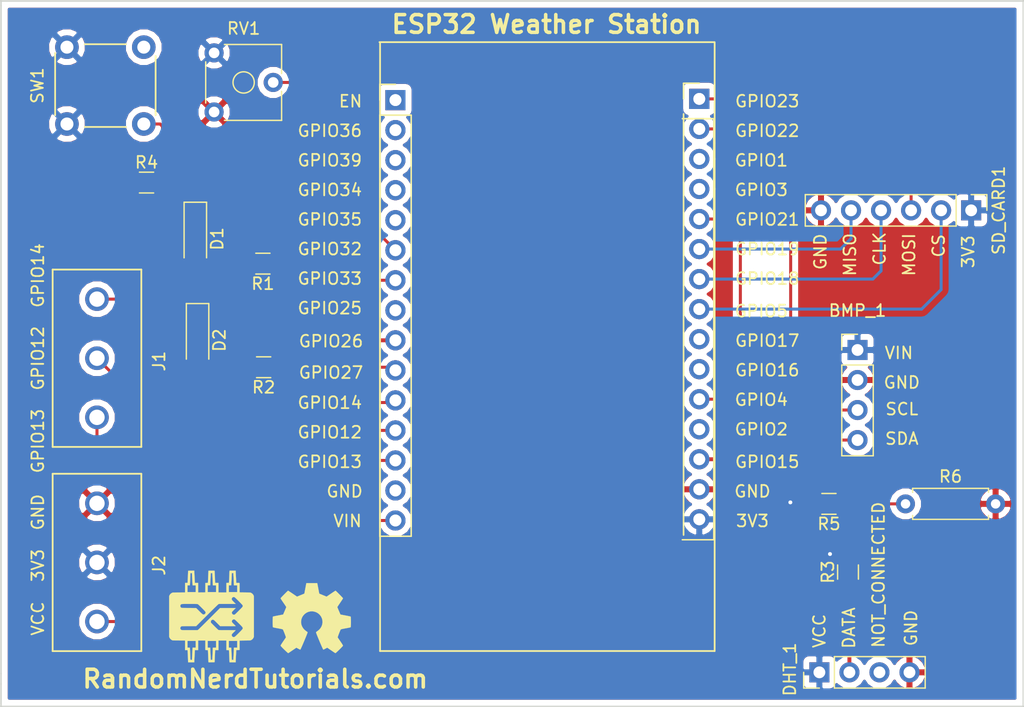
<source format=kicad_pcb>
(kicad_pcb (version 4) (host pcbnew 4.0.7)

  (general
    (links 70)
    (no_connects 1)
    (area 80.061999 64.186999 166.699001 124.027001)
    (thickness 1.6)
    (drawings 10)
    (tracks 114)
    (zones 0)
    (modules 18)
    (nets 34)
  )

  (page A4)
  (layers
    (0 F.Cu signal)
    (31 B.Cu signal)
    (32 B.Adhes user)
    (33 F.Adhes user)
    (34 B.Paste user)
    (35 F.Paste user)
    (36 B.SilkS user)
    (37 F.SilkS user)
    (38 B.Mask user)
    (39 F.Mask user)
    (40 Dwgs.User user)
    (41 Cmts.User user)
    (42 Eco1.User user)
    (43 Eco2.User user)
    (44 Edge.Cuts user)
    (45 Margin user)
    (46 B.CrtYd user)
    (47 F.CrtYd user)
    (48 B.Fab user)
    (49 F.Fab user)
  )

  (setup
    (last_trace_width 0.3302)
    (trace_clearance 0.3302)
    (zone_clearance 0.508)
    (zone_45_only no)
    (trace_min 0.1524)
    (segment_width 0.2)
    (edge_width 0.15)
    (via_size 0.6858)
    (via_drill 0.3302)
    (via_min_size 0.6858)
    (via_min_drill 0.3302)
    (uvia_size 0.3048)
    (uvia_drill 0.1016)
    (uvias_allowed no)
    (uvia_min_size 0.3048)
    (uvia_min_drill 0.1016)
    (pcb_text_width 0.3)
    (pcb_text_size 1.5 1.5)
    (mod_edge_width 0.15)
    (mod_text_size 1 1)
    (mod_text_width 0.15)
    (pad_size 1.524 1.524)
    (pad_drill 0.762)
    (pad_to_mask_clearance 0.2)
    (aux_axis_origin 0 0)
    (grid_origin 103.124 120.2944)
    (visible_elements 7FFFFFFF)
    (pcbplotparams
      (layerselection 0x010f0_80000001)
      (usegerberextensions false)
      (excludeedgelayer true)
      (linewidth 0.100000)
      (plotframeref false)
      (viasonmask false)
      (mode 1)
      (useauxorigin false)
      (hpglpennumber 1)
      (hpglpenspeed 20)
      (hpglpendiameter 15)
      (hpglpenoverlay 2)
      (psnegative false)
      (psa4output false)
      (plotreference true)
      (plotvalue false)
      (plotinvisibletext false)
      (padsonsilk false)
      (subtractmaskfromsilk true)
      (outputformat 1)
      (mirror false)
      (drillshape 0)
      (scaleselection 1)
      (outputdirectory GERBERS/))
  )

  (net 0 "")
  (net 1 +3V3)
  (net 2 GND)
  (net 3 "Net-(BMP_1-Pad3)")
  (net 4 "Net-(BMP_1-Pad4)")
  (net 5 "Net-(D1-Pad2)")
  (net 6 "Net-(D2-Pad2)")
  (net 7 "Net-(DHT_1-Pad2)")
  (net 8 "Net-(DHT_1-Pad3)")
  (net 9 "Net-(ESP32_1-Pad19)")
  (net 10 "Net-(ESP32_1-Pad20)")
  (net 11 "Net-(ESP32_1-Pad21)")
  (net 12 "Net-(ESP32_1-Pad22)")
  (net 13 "Net-(ESP32_1-Pad23)")
  (net 14 "Net-(ESP32_1-Pad24)")
  (net 15 "Net-(ESP32_1-Pad25)")
  (net 16 "Net-(ESP32_1-Pad27)")
  (net 17 "Net-(ESP32_1-Pad28)")
  (net 18 "Net-(ESP32_1-Pad30)")
  (net 19 VCC)
  (net 20 "Net-(ESP32_1-Pad14)")
  (net 21 "Net-(ESP32_1-Pad13)")
  (net 22 "Net-(ESP32_1-Pad12)")
  (net 23 "Net-(ESP32_1-Pad11)")
  (net 24 "Net-(ESP32_1-Pad10)")
  (net 25 "Net-(ESP32_1-Pad9)")
  (net 26 "Net-(ESP32_1-Pad8)")
  (net 27 "Net-(ESP32_1-Pad7)")
  (net 28 "Net-(ESP32_1-Pad6)")
  (net 29 "Net-(ESP32_1-Pad5)")
  (net 30 "Net-(ESP32_1-Pad4)")
  (net 31 "Net-(ESP32_1-Pad3)")
  (net 32 "Net-(ESP32_1-Pad2)")
  (net 33 "Net-(ESP32_1-Pad1)")

  (net_class Default "This is the default net class."
    (clearance 0.3302)
    (trace_width 0.3302)
    (via_dia 0.6858)
    (via_drill 0.3302)
    (uvia_dia 0.3048)
    (uvia_drill 0.1016)
    (add_net +3V3)
    (add_net GND)
    (add_net "Net-(BMP_1-Pad3)")
    (add_net "Net-(BMP_1-Pad4)")
    (add_net "Net-(D1-Pad2)")
    (add_net "Net-(D2-Pad2)")
    (add_net "Net-(DHT_1-Pad2)")
    (add_net "Net-(DHT_1-Pad3)")
    (add_net "Net-(ESP32_1-Pad1)")
    (add_net "Net-(ESP32_1-Pad10)")
    (add_net "Net-(ESP32_1-Pad11)")
    (add_net "Net-(ESP32_1-Pad12)")
    (add_net "Net-(ESP32_1-Pad13)")
    (add_net "Net-(ESP32_1-Pad14)")
    (add_net "Net-(ESP32_1-Pad19)")
    (add_net "Net-(ESP32_1-Pad2)")
    (add_net "Net-(ESP32_1-Pad20)")
    (add_net "Net-(ESP32_1-Pad21)")
    (add_net "Net-(ESP32_1-Pad22)")
    (add_net "Net-(ESP32_1-Pad23)")
    (add_net "Net-(ESP32_1-Pad24)")
    (add_net "Net-(ESP32_1-Pad25)")
    (add_net "Net-(ESP32_1-Pad27)")
    (add_net "Net-(ESP32_1-Pad28)")
    (add_net "Net-(ESP32_1-Pad3)")
    (add_net "Net-(ESP32_1-Pad30)")
    (add_net "Net-(ESP32_1-Pad4)")
    (add_net "Net-(ESP32_1-Pad5)")
    (add_net "Net-(ESP32_1-Pad6)")
    (add_net "Net-(ESP32_1-Pad7)")
    (add_net "Net-(ESP32_1-Pad8)")
    (add_net "Net-(ESP32_1-Pad9)")
    (add_net VCC)
  )

  (module ESP32_Shield:SW_PUSH_6mmx6mm (layer F.Cu) (tedit 5A5899A5) (tstamp 5A58A530)
    (at 85.725 74.676 90)
    (descr https://www.omron.com/ecb/products/pdf/en-b3f.pdf)
    (tags "tact sw push 6mm")
    (path /5A5783CB)
    (fp_text reference SW1 (at 3.25 -2.5 90) (layer F.SilkS)
      (effects (font (size 1 1) (thickness 0.15)))
    )
    (fp_text value SW_Push (at 3.75 9.25 90) (layer F.Fab)
      (effects (font (size 1 1) (thickness 0.15)))
    )
    (fp_line (start 0.75 -1) (end 6 -1) (layer F.SilkS) (width 0.15))
    (fp_line (start 0.75 7.5) (end 5.75 7.5) (layer F.SilkS) (width 0.15))
    (fp_line (start 6.75 1.5) (end 6.75 5) (layer F.SilkS) (width 0.15))
    (fp_line (start -0.25 1.5) (end -0.25 5) (layer F.SilkS) (width 0.15))
    (fp_text user %R (at 3.25 3.25 90) (layer F.Fab)
      (effects (font (size 1 1) (thickness 0.15)))
    )
    (pad 2 thru_hole circle (at 0 6.5 180) (size 2 2) (drill 1.1) (layers *.Cu *.Mask)
      (net 27 "Net-(ESP32_1-Pad7)"))
    (pad 1 thru_hole circle (at 0 0 180) (size 2 2) (drill 1.1) (layers *.Cu *.Mask)
      (net 1 +3V3))
    (pad 2 thru_hole circle (at 6.5 6.5 180) (size 2 2) (drill 1.1) (layers *.Cu *.Mask)
      (net 27 "Net-(ESP32_1-Pad7)"))
    (pad 1 thru_hole circle (at 6.5 0 180) (size 2 2) (drill 1.1) (layers *.Cu *.Mask)
      (net 1 +3V3))
    (model ${KISYS3DMOD}/Buttons_Switches_THT.3dshapes/SW_PUSH_6mm.wrl
      (at (xyz 0.005 0 0))
      (scale (xyz 0.3937 0.3937 0.3937))
      (rotate (xyz 0 0 0))
    )
  )

  (module Resistors_SMD:R_0805_HandSoldering (layer F.Cu) (tedit 58E0A804) (tstamp 5A58A4E3)
    (at 102.2985 86.487 180)
    (descr "Resistor SMD 0805, hand soldering")
    (tags "resistor 0805")
    (path /5A579E50)
    (attr smd)
    (fp_text reference R1 (at 0 -1.7 180) (layer F.SilkS)
      (effects (font (size 1 1) (thickness 0.15)))
    )
    (fp_text value 330 (at 0 1.75 180) (layer F.Fab)
      (effects (font (size 1 1) (thickness 0.15)))
    )
    (fp_text user %R (at 0 0 180) (layer F.Fab)
      (effects (font (size 0.5 0.5) (thickness 0.075)))
    )
    (fp_line (start -1 0.62) (end -1 -0.62) (layer F.Fab) (width 0.1))
    (fp_line (start 1 0.62) (end -1 0.62) (layer F.Fab) (width 0.1))
    (fp_line (start 1 -0.62) (end 1 0.62) (layer F.Fab) (width 0.1))
    (fp_line (start -1 -0.62) (end 1 -0.62) (layer F.Fab) (width 0.1))
    (fp_line (start 0.6 0.88) (end -0.6 0.88) (layer F.SilkS) (width 0.12))
    (fp_line (start -0.6 -0.88) (end 0.6 -0.88) (layer F.SilkS) (width 0.12))
    (fp_line (start -2.35 -0.9) (end 2.35 -0.9) (layer F.CrtYd) (width 0.05))
    (fp_line (start -2.35 -0.9) (end -2.35 0.9) (layer F.CrtYd) (width 0.05))
    (fp_line (start 2.35 0.9) (end 2.35 -0.9) (layer F.CrtYd) (width 0.05))
    (fp_line (start 2.35 0.9) (end -2.35 0.9) (layer F.CrtYd) (width 0.05))
    (pad 1 smd rect (at -1.35 0 180) (size 1.5 1.3) (layers F.Cu F.Paste F.Mask)
      (net 25 "Net-(ESP32_1-Pad9)"))
    (pad 2 smd rect (at 1.35 0 180) (size 1.5 1.3) (layers F.Cu F.Paste F.Mask)
      (net 5 "Net-(D1-Pad2)"))
    (model ${KISYS3DMOD}/Resistors_SMD.3dshapes/R_0805.wrl
      (at (xyz 0 0 0))
      (scale (xyz 1 1 1))
      (rotate (xyz 0 0 0))
    )
  )

  (module ESP32_Shield:TerminalBlock_5mm (layer F.Cu) (tedit 5A58AFCC) (tstamp 5A58B38F)
    (at 88.265 111.76 90)
    (path /5A57C3EF)
    (fp_text reference J2 (at -0.25 5.25 90) (layer F.SilkS)
      (effects (font (size 1 1) (thickness 0.15)))
    )
    (fp_text value Screw_Terminal_01x03 (at 0.25 -6.75 90) (layer F.Fab)
      (effects (font (size 1 1) (thickness 0.15)))
    )
    (fp_text user GND (at 4.25 -5 90) (layer F.SilkS)
      (effects (font (size 1 1) (thickness 0.15)))
    )
    (fp_text user 3V3 (at -0.25 -5 90) (layer F.SilkS)
      (effects (font (size 1 1) (thickness 0.15)))
    )
    (fp_text user VCC (at -4.75 -5 90) (layer F.SilkS)
      (effects (font (size 1 1) (thickness 0.15)))
    )
    (fp_line (start -7.5 3.75) (end 7.5 3.75) (layer F.SilkS) (width 0.15))
    (fp_line (start 7.5 3.75) (end 7.5 -3.75) (layer F.SilkS) (width 0.15))
    (fp_line (start 7.5 -3.75) (end -7.5 -3.75) (layer F.SilkS) (width 0.15))
    (fp_line (start -7.5 3.75) (end -7.5 -3.75) (layer F.SilkS) (width 0.15))
    (pad 1 thru_hole circle (at -5 0 90) (size 2 2) (drill 1.3) (layers *.Cu *.Mask)
      (net 19 VCC))
    (pad 2 thru_hole circle (at 0 0 90) (size 2 2) (drill 1.3) (layers *.Cu *.Mask)
      (net 1 +3V3))
    (pad 3 thru_hole circle (at 5 0 90) (size 2 2) (drill 1.3) (layers *.Cu *.Mask)
      (net 2 GND))
  )

  (module ESP32_Shield:SD_CARD (layer F.Cu) (tedit 5A577E31) (tstamp 5A58A524)
    (at 155.956 81.9785 270)
    (descr "Through hole straight pin header, 1x06, 2.54mm pitch, single row")
    (tags "Through hole pin header THT 1x06 2.54mm single row")
    (path /5A577E0F)
    (fp_text reference SD_CARD1 (at 0 -8.58 270) (layer F.SilkS)
      (effects (font (size 1 1) (thickness 0.15)))
    )
    (fp_text value SD_CARD (at 0 9 270) (layer F.Fab)
      (effects (font (size 1 1) (thickness 0.15)))
    )
    (fp_text user GND (at 3.5 6.5 270) (layer F.SilkS)
      (effects (font (size 1 1) (thickness 0.15)))
    )
    (fp_text user MISO (at 3.75 4 270) (layer F.SilkS)
      (effects (font (size 1 1) (thickness 0.15)))
    )
    (fp_text user CLK (at 3.25 1.5 270) (layer F.SilkS)
      (effects (font (size 1 1) (thickness 0.15)))
    )
    (fp_text user MOSI (at 3.75 -1 270) (layer F.SilkS)
      (effects (font (size 1 1) (thickness 0.15)))
    )
    (fp_text user CS (at 3 -3.5 270) (layer F.SilkS)
      (effects (font (size 1 1) (thickness 0.15)))
    )
    (fp_text user 3V3 (at 3.5 -6 270) (layer F.SilkS)
      (effects (font (size 1 1) (thickness 0.15)))
    )
    (fp_line (start -0.635 -7.52) (end 1.27 -7.52) (layer F.Fab) (width 0.1))
    (fp_line (start 1.27 -7.52) (end 1.27 7.72) (layer F.Fab) (width 0.1))
    (fp_line (start 1.27 7.72) (end -1.27 7.72) (layer F.Fab) (width 0.1))
    (fp_line (start -1.27 7.72) (end -1.27 -6.885) (layer F.Fab) (width 0.1))
    (fp_line (start -1.27 -6.885) (end -0.635 -7.52) (layer F.Fab) (width 0.1))
    (fp_line (start -1.33 7.78) (end 1.33 7.78) (layer F.SilkS) (width 0.12))
    (fp_line (start -1.33 -4.98) (end -1.33 7.78) (layer F.SilkS) (width 0.12))
    (fp_line (start 1.33 -4.98) (end 1.33 7.78) (layer F.SilkS) (width 0.12))
    (fp_line (start -1.33 -4.98) (end 1.33 -4.98) (layer F.SilkS) (width 0.12))
    (fp_line (start -1.33 -6.25) (end -1.33 -7.58) (layer F.SilkS) (width 0.12))
    (fp_line (start -1.33 -7.58) (end 0 -7.58) (layer F.SilkS) (width 0.12))
    (fp_text user %R (at 0 0.1 360) (layer F.Fab)
      (effects (font (size 1 1) (thickness 0.15)))
    )
    (pad 1 thru_hole rect (at 0 -6.25 270) (size 1.7 1.7) (drill 1) (layers *.Cu *.Mask)
      (net 1 +3V3))
    (pad 2 thru_hole oval (at 0 -3.71 270) (size 1.7 1.7) (drill 1) (layers *.Cu *.Mask)
      (net 13 "Net-(ESP32_1-Pad23)"))
    (pad 3 thru_hole oval (at 0 -1.17 270) (size 1.7 1.7) (drill 1) (layers *.Cu *.Mask)
      (net 18 "Net-(ESP32_1-Pad30)"))
    (pad 4 thru_hole oval (at 0 1.37 270) (size 1.7 1.7) (drill 1) (layers *.Cu *.Mask)
      (net 14 "Net-(ESP32_1-Pad24)"))
    (pad 5 thru_hole oval (at 0 3.91 270) (size 1.7 1.7) (drill 1) (layers *.Cu *.Mask)
      (net 15 "Net-(ESP32_1-Pad25)"))
    (pad 6 thru_hole oval (at 0 6.45 270) (size 1.7 1.7) (drill 1) (layers *.Cu *.Mask)
      (net 2 GND))
    (model ${KISYS3DMOD}/Pin_Headers.3dshapes/Pin_Header_Straight_1x06_Pitch2.54mm.wrl
      (at (xyz 0 0 0))
      (scale (xyz 1 1 1))
      (rotate (xyz 0 0 0))
    )
  )

  (module ESP32_Shield:TerminalBlock_5mm_Pins (layer F.Cu) (tedit 5A58AFFE) (tstamp 5A58B382)
    (at 88.265 94.488 90)
    (path /5A57E9D5)
    (fp_text reference J1 (at -0.25 5.25 90) (layer F.SilkS)
      (effects (font (size 1 1) (thickness 0.15)))
    )
    (fp_text value Screw_Terminal_01x03 (at 0.25 -6.75 90) (layer F.Fab)
      (effects (font (size 1 1) (thickness 0.15)))
    )
    (fp_text user GPIO14 (at 7 -5 90) (layer F.SilkS)
      (effects (font (size 1 1) (thickness 0.15)))
    )
    (fp_text user GPIO12 (at 0 -5 90) (layer F.SilkS)
      (effects (font (size 1 1) (thickness 0.15)))
    )
    (fp_text user GPIO13 (at -7 -5 90) (layer F.SilkS)
      (effects (font (size 1 1) (thickness 0.15)))
    )
    (fp_line (start -7.5 3.75) (end 7.5 3.75) (layer F.SilkS) (width 0.15))
    (fp_line (start 7.5 3.75) (end 7.5 -3.75) (layer F.SilkS) (width 0.15))
    (fp_line (start 7.5 -3.75) (end -7.5 -3.75) (layer F.SilkS) (width 0.15))
    (fp_line (start -7.5 3.75) (end -7.5 -3.75) (layer F.SilkS) (width 0.15))
    (pad 1 thru_hole circle (at -5 0 90) (size 2 2) (drill 1.3) (layers *.Cu *.Mask)
      (net 21 "Net-(ESP32_1-Pad13)"))
    (pad 2 thru_hole circle (at 0 0 90) (size 2 2) (drill 1.3) (layers *.Cu *.Mask)
      (net 22 "Net-(ESP32_1-Pad12)"))
    (pad 3 thru_hole circle (at 5 0 90) (size 2 2) (drill 1.3) (layers *.Cu *.Mask)
      (net 23 "Net-(ESP32_1-Pad11)"))
  )

  (module ESP32_Shield:BMP180 (layer F.Cu) (tedit 5A569CE3) (tstamp 5A58A40A)
    (at 152.8445 97.79)
    (descr "Through hole straight pin header, 1x04, 2.54mm pitch, single row")
    (tags "Through hole pin header THT 1x04 2.54mm single row")
    (path /5A56A8CC)
    (fp_text reference BMP_1 (at -0.25 -7.33) (layer F.SilkS)
      (effects (font (size 1 1) (thickness 0.15)))
    )
    (fp_text value BMP180 (at -0.5 6.95) (layer F.Fab)
      (effects (font (size 1 1) (thickness 0.15)))
    )
    (fp_text user SDA (at 3.5 3.5) (layer F.SilkS)
      (effects (font (size 1 1) (thickness 0.15)))
    )
    (fp_text user SCL (at 3.5 1) (layer F.SilkS)
      (effects (font (size 1 1) (thickness 0.15)))
    )
    (fp_text user GND (at 3.5 -1.25) (layer F.SilkS)
      (effects (font (size 1 1) (thickness 0.15)))
    )
    (fp_text user VIN (at 3.25 -3.75) (layer F.SilkS)
      (effects (font (size 1 1) (thickness 0.15)))
    )
    (fp_line (start -0.885 -5.27) (end 1.02 -5.27) (layer F.Fab) (width 0.1))
    (fp_line (start 1.02 -5.27) (end 1.02 4.89) (layer F.Fab) (width 0.1))
    (fp_line (start 1.02 4.89) (end -1.52 4.89) (layer F.Fab) (width 0.1))
    (fp_line (start -1.52 4.89) (end -1.52 -4.635) (layer F.Fab) (width 0.1))
    (fp_line (start -1.52 -4.635) (end -0.885 -5.27) (layer F.Fab) (width 0.1))
    (fp_line (start -1.58 4.95) (end 1.08 4.95) (layer F.SilkS) (width 0.12))
    (fp_line (start -1.58 -2.73) (end -1.58 4.95) (layer F.SilkS) (width 0.12))
    (fp_line (start 1.08 -2.73) (end 1.08 4.95) (layer F.SilkS) (width 0.12))
    (fp_line (start -1.58 -2.73) (end 1.08 -2.73) (layer F.SilkS) (width 0.12))
    (fp_line (start -1.58 -4) (end -1.58 -5.33) (layer F.SilkS) (width 0.12))
    (fp_line (start -1.58 -5.33) (end -0.25 -5.33) (layer F.SilkS) (width 0.12))
    (fp_text user %R (at -0.25 -0.19 90) (layer F.Fab)
      (effects (font (size 1 1) (thickness 0.15)))
    )
    (pad 1 thru_hole rect (at -0.25 -4) (size 1.7 1.7) (drill 1) (layers *.Cu *.Mask)
      (net 1 +3V3))
    (pad 2 thru_hole oval (at -0.25 -1.46) (size 1.7 1.7) (drill 1) (layers *.Cu *.Mask)
      (net 2 GND))
    (pad 3 thru_hole oval (at -0.25 1.08) (size 1.7 1.7) (drill 1) (layers *.Cu *.Mask)
      (net 3 "Net-(BMP_1-Pad3)"))
    (pad 4 thru_hole oval (at -0.25 3.62) (size 1.7 1.7) (drill 1) (layers *.Cu *.Mask)
      (net 4 "Net-(BMP_1-Pad4)"))
    (model ${KISYS3DMOD}/Pin_Headers.3dshapes/Pin_Header_Straight_1x04_Pitch2.54mm.wrl
      (at (xyz 0 0 0))
      (scale (xyz 1 1 1))
      (rotate (xyz 0 0 0))
    )
  )

  (module LEDs:LED_1206_HandSoldering (layer F.Cu) (tedit 595FC724) (tstamp 5A58A410)
    (at 96.5835 84.3915 270)
    (descr "LED SMD 1206, hand soldering")
    (tags "LED 1206")
    (path /5A579E56)
    (attr smd)
    (fp_text reference D1 (at 0 -1.85 270) (layer F.SilkS)
      (effects (font (size 1 1) (thickness 0.15)))
    )
    (fp_text value LED (at 0 1.9 270) (layer F.Fab)
      (effects (font (size 1 1) (thickness 0.15)))
    )
    (fp_line (start -3.1 -0.95) (end -3.1 0.95) (layer F.SilkS) (width 0.12))
    (fp_line (start -0.4 0) (end 0.2 -0.4) (layer F.Fab) (width 0.1))
    (fp_line (start 0.2 -0.4) (end 0.2 0.4) (layer F.Fab) (width 0.1))
    (fp_line (start 0.2 0.4) (end -0.4 0) (layer F.Fab) (width 0.1))
    (fp_line (start -0.45 -0.4) (end -0.45 0.4) (layer F.Fab) (width 0.1))
    (fp_line (start -1.6 0.8) (end -1.6 -0.8) (layer F.Fab) (width 0.1))
    (fp_line (start 1.6 0.8) (end -1.6 0.8) (layer F.Fab) (width 0.1))
    (fp_line (start 1.6 -0.8) (end 1.6 0.8) (layer F.Fab) (width 0.1))
    (fp_line (start -1.6 -0.8) (end 1.6 -0.8) (layer F.Fab) (width 0.1))
    (fp_line (start -3.1 0.95) (end 1.6 0.95) (layer F.SilkS) (width 0.12))
    (fp_line (start -3.1 -0.95) (end 1.6 -0.95) (layer F.SilkS) (width 0.12))
    (fp_line (start -3.25 -1.11) (end 3.25 -1.11) (layer F.CrtYd) (width 0.05))
    (fp_line (start -3.25 -1.11) (end -3.25 1.1) (layer F.CrtYd) (width 0.05))
    (fp_line (start 3.25 1.1) (end 3.25 -1.11) (layer F.CrtYd) (width 0.05))
    (fp_line (start 3.25 1.1) (end -3.25 1.1) (layer F.CrtYd) (width 0.05))
    (pad 1 smd rect (at -2 0 270) (size 2 1.7) (layers F.Cu F.Paste F.Mask)
      (net 2 GND))
    (pad 2 smd rect (at 2 0 270) (size 2 1.7) (layers F.Cu F.Paste F.Mask)
      (net 5 "Net-(D1-Pad2)"))
    (model ${KISYS3DMOD}/LEDs.3dshapes/LED_1206.wrl
      (at (xyz 0 0 0))
      (scale (xyz 1 1 1))
      (rotate (xyz 0 0 180))
    )
  )

  (module LEDs:LED_1206_HandSoldering (layer F.Cu) (tedit 595FC724) (tstamp 5A58A416)
    (at 96.774 92.964 270)
    (descr "LED SMD 1206, hand soldering")
    (tags "LED 1206")
    (path /5A57BEA8)
    (attr smd)
    (fp_text reference D2 (at 0 -1.85 270) (layer F.SilkS)
      (effects (font (size 1 1) (thickness 0.15)))
    )
    (fp_text value LED (at 0 1.9 270) (layer F.Fab)
      (effects (font (size 1 1) (thickness 0.15)))
    )
    (fp_line (start -3.1 -0.95) (end -3.1 0.95) (layer F.SilkS) (width 0.12))
    (fp_line (start -0.4 0) (end 0.2 -0.4) (layer F.Fab) (width 0.1))
    (fp_line (start 0.2 -0.4) (end 0.2 0.4) (layer F.Fab) (width 0.1))
    (fp_line (start 0.2 0.4) (end -0.4 0) (layer F.Fab) (width 0.1))
    (fp_line (start -0.45 -0.4) (end -0.45 0.4) (layer F.Fab) (width 0.1))
    (fp_line (start -1.6 0.8) (end -1.6 -0.8) (layer F.Fab) (width 0.1))
    (fp_line (start 1.6 0.8) (end -1.6 0.8) (layer F.Fab) (width 0.1))
    (fp_line (start 1.6 -0.8) (end 1.6 0.8) (layer F.Fab) (width 0.1))
    (fp_line (start -1.6 -0.8) (end 1.6 -0.8) (layer F.Fab) (width 0.1))
    (fp_line (start -3.1 0.95) (end 1.6 0.95) (layer F.SilkS) (width 0.12))
    (fp_line (start -3.1 -0.95) (end 1.6 -0.95) (layer F.SilkS) (width 0.12))
    (fp_line (start -3.25 -1.11) (end 3.25 -1.11) (layer F.CrtYd) (width 0.05))
    (fp_line (start -3.25 -1.11) (end -3.25 1.1) (layer F.CrtYd) (width 0.05))
    (fp_line (start 3.25 1.1) (end 3.25 -1.11) (layer F.CrtYd) (width 0.05))
    (fp_line (start 3.25 1.1) (end -3.25 1.1) (layer F.CrtYd) (width 0.05))
    (pad 1 smd rect (at -2 0 270) (size 2 1.7) (layers F.Cu F.Paste F.Mask)
      (net 2 GND))
    (pad 2 smd rect (at 2 0 270) (size 2 1.7) (layers F.Cu F.Paste F.Mask)
      (net 6 "Net-(D2-Pad2)"))
    (model ${KISYS3DMOD}/LEDs.3dshapes/LED_1206.wrl
      (at (xyz 0 0 0))
      (scale (xyz 1 1 1))
      (rotate (xyz 0 0 180))
    )
  )

  (module ESP32_Shield:DHT (layer F.Cu) (tedit 5A569C1E) (tstamp 5A58A42E)
    (at 153.6192 121.0564 90)
    (descr "Through hole straight pin header, 1x04, 2.54mm pitch, single row")
    (tags "Through hole pin header THT 1x04 2.54mm single row")
    (path /5A56A94A)
    (fp_text reference DHT_1 (at 0.25 -6.75 90) (layer F.SilkS)
      (effects (font (size 1 1) (thickness 0.15)))
    )
    (fp_text value DHT (at -0.25 5.75 90) (layer F.Fab)
      (effects (font (size 1 1) (thickness 0.15)))
    )
    (fp_text user GND (at 3.75 3.5 90) (layer F.SilkS)
      (effects (font (size 1 1) (thickness 0.15)))
    )
    (fp_text user NOT_CONNECTED (at 8.25 0.75 90) (layer F.SilkS)
      (effects (font (size 1 1) (thickness 0.15)))
    )
    (fp_text user DATA (at 3.75 -1.75 90) (layer F.SilkS)
      (effects (font (size 1 1) (thickness 0.15)))
    )
    (fp_text user VCC (at 3.5 -4.25 90) (layer F.SilkS)
      (effects (font (size 1 1) (thickness 0.15)))
    )
    (fp_line (start -0.635 -5.52) (end 1.27 -5.52) (layer F.Fab) (width 0.1))
    (fp_line (start 1.27 -5.52) (end 1.27 4.64) (layer F.Fab) (width 0.1))
    (fp_line (start 1.27 4.64) (end -1.27 4.64) (layer F.Fab) (width 0.1))
    (fp_line (start -1.27 4.64) (end -1.27 -4.885) (layer F.Fab) (width 0.1))
    (fp_line (start -1.27 -4.885) (end -0.635 -5.52) (layer F.Fab) (width 0.1))
    (fp_line (start -1.33 4.7) (end 1.33 4.7) (layer F.SilkS) (width 0.12))
    (fp_line (start -1.33 -2.98) (end -1.33 4.7) (layer F.SilkS) (width 0.12))
    (fp_line (start 1.33 -2.98) (end 1.33 4.7) (layer F.SilkS) (width 0.12))
    (fp_line (start -1.33 -2.98) (end 1.33 -2.98) (layer F.SilkS) (width 0.12))
    (fp_line (start -1.33 -4.25) (end -1.33 -5.58) (layer F.SilkS) (width 0.12))
    (fp_line (start -1.33 -5.58) (end 0 -5.58) (layer F.SilkS) (width 0.12))
    (fp_text user %R (at 0 -0.44 180) (layer F.Fab)
      (effects (font (size 1 1) (thickness 0.15)))
    )
    (pad 1 thru_hole rect (at 0 -4.25 90) (size 1.7 1.7) (drill 1) (layers *.Cu *.Mask)
      (net 1 +3V3))
    (pad 2 thru_hole oval (at 0 -1.71 90) (size 1.7 1.7) (drill 1) (layers *.Cu *.Mask)
      (net 7 "Net-(DHT_1-Pad2)"))
    (pad 3 thru_hole oval (at 0 0.83 90) (size 1.7 1.7) (drill 1) (layers *.Cu *.Mask)
      (net 8 "Net-(DHT_1-Pad3)"))
    (pad 4 thru_hole oval (at 0 3.37 90) (size 1.7 1.7) (drill 1) (layers *.Cu *.Mask)
      (net 2 GND))
    (model ${KISYS3DMOD}/Pin_Headers.3dshapes/Pin_Header_Straight_1x04_Pitch2.54mm.wrl
      (at (xyz 0 0 0))
      (scale (xyz 1 1 1))
      (rotate (xyz 0 0 0))
    )
  )

  (module ESP32_Shield:ESP32_Devkit_DOIT_V1 (layer F.Cu) (tedit 5A58FB69) (tstamp 5A58A4C1)
    (at 112.21 119.253)
    (descr "Through hole straight pin header, 1x15, 2.54mm pitch, single row")
    (tags "Through hole pin header THT 1x15 2.54mm single row")
    (path /5A56448E)
    (fp_text reference ESP32_1 (at 14.45 -53) (layer F.SilkS) hide
      (effects (font (size 1 1) (thickness 0.15)))
    )
    (fp_text value ESP32_Devkit_DOIT_V1 (at 13.65 1.3) (layer F.Fab)
      (effects (font (size 1 1) (thickness 0.15)))
    )
    (fp_text user GPIO23 (at 32.75 -46.5) (layer F.SilkS)
      (effects (font (size 1 1) (thickness 0.15)))
    )
    (fp_text user GPIO22 (at 32.75 -44) (layer F.SilkS)
      (effects (font (size 1 1) (thickness 0.15)))
    )
    (fp_text user GPIO1 (at 32.25 -41.5) (layer F.SilkS)
      (effects (font (size 1 1) (thickness 0.15)))
    )
    (fp_text user GPIO3 (at 32.25 -39) (layer F.SilkS)
      (effects (font (size 1 1) (thickness 0.15)))
    )
    (fp_text user GPIO21 (at 32.75 -36.5) (layer F.SilkS)
      (effects (font (size 1 1) (thickness 0.15)))
    )
    (fp_text user GPIO19 (at 32.75 -34) (layer F.SilkS)
      (effects (font (size 1 1) (thickness 0.15)))
    )
    (fp_text user GPIO18 (at 32.75 -31.5) (layer F.SilkS)
      (effects (font (size 1 1) (thickness 0.15)))
    )
    (fp_text user GPIO5 (at 32.25 -28.75) (layer F.SilkS)
      (effects (font (size 1 1) (thickness 0.15)))
    )
    (fp_text user GPIO17 (at 32.75 -26.25) (layer F.SilkS)
      (effects (font (size 1 1) (thickness 0.15)))
    )
    (fp_text user GPIO16 (at 32.75 -23.75) (layer F.SilkS)
      (effects (font (size 1 1) (thickness 0.15)))
    )
    (fp_text user GPIO4 (at 32.25 -21.25) (layer F.SilkS)
      (effects (font (size 1 1) (thickness 0.15)))
    )
    (fp_text user GPIO2 (at 32.25 -18.75) (layer F.SilkS)
      (effects (font (size 1 1) (thickness 0.15)))
    )
    (fp_text user GPIO15 (at 32.75 -16) (layer F.SilkS)
      (effects (font (size 1 1) (thickness 0.15)))
    )
    (fp_text user 3V3 (at 31.5 -11) (layer F.SilkS)
      (effects (font (size 1 1) (thickness 0.15)))
    )
    (fp_text user VIN (at -2.75 -11) (layer F.SilkS)
      (effects (font (size 1 1) (thickness 0.15)))
    )
    (fp_text user GND (at 31.5 -13.5) (layer F.SilkS)
      (effects (font (size 1 1) (thickness 0.15)))
    )
    (fp_text user GND (at -3 -13.5) (layer F.SilkS)
      (effects (font (size 1 1) (thickness 0.15)))
    )
    (fp_text user GPIO13 (at -4.25 -16) (layer F.SilkS)
      (effects (font (size 1 1) (thickness 0.15)))
    )
    (fp_text user GPIO12 (at -4.25 -18.5) (layer F.SilkS)
      (effects (font (size 1 1) (thickness 0.15)))
    )
    (fp_text user GPIO14 (at -4.25 -21) (layer F.SilkS)
      (effects (font (size 1 1) (thickness 0.15)))
    )
    (fp_text user GPIO27 (at -4.15 -23.55) (layer F.SilkS)
      (effects (font (size 1 1) (thickness 0.15)))
    )
    (fp_text user GPIO26 (at -4.15 -26.2) (layer F.SilkS)
      (effects (font (size 1 1) (thickness 0.15)))
    )
    (fp_text user GPIO25 (at -4.25 -29) (layer F.SilkS)
      (effects (font (size 1 1) (thickness 0.15)))
    )
    (fp_text user GPIO33 (at -4.25 -31.5) (layer F.SilkS)
      (effects (font (size 1 1) (thickness 0.15)))
    )
    (fp_text user GPIO32 (at -4.25 -34) (layer F.SilkS)
      (effects (font (size 1 1) (thickness 0.15)))
    )
    (fp_text user GPIO35 (at -4.25 -36.5) (layer F.SilkS)
      (effects (font (size 1 1) (thickness 0.15)))
    )
    (fp_text user GPIO34 (at -4.25 -39) (layer F.SilkS)
      (effects (font (size 1 1) (thickness 0.15)))
    )
    (fp_text user GPIO39 (at -4.25 -41.5) (layer F.SilkS)
      (effects (font (size 1 1) (thickness 0.15)))
    )
    (fp_text user GPIO36 (at -4.25 -44) (layer F.SilkS)
      (effects (font (size 1 1) (thickness 0.15)))
    )
    (fp_text user EN (at -2.5 -46.5) (layer F.SilkS)
      (effects (font (size 1 1) (thickness 0.15)))
    )
    (fp_line (start 28.3 -51.5) (end -0.05 -51.5) (layer F.SilkS) (width 0.15))
    (fp_line (start 28.3 -42.9) (end 28.3 -51.45) (layer F.SilkS) (width 0.15))
    (fp_line (start 0 -51.4) (end 0 0) (layer F.SilkS) (width 0.15))
    (fp_line (start 0 0) (end 28.3 0) (layer F.SilkS) (width 0.15))
    (fp_line (start 28.3 0) (end 28.3 -43) (layer F.SilkS) (width 0.15))
    (fp_text user %R (at 27 -28.92 90) (layer F.Fab)
      (effects (font (size 1 1) (thickness 0.15)))
    )
    (fp_line (start 25.67 -48.03) (end 27 -48.03) (layer F.SilkS) (width 0.12))
    (fp_line (start 25.67 -46.7) (end 25.67 -48.03) (layer F.SilkS) (width 0.12))
    (fp_line (start 25.57 -45.03) (end 28.23 -45.03) (layer F.SilkS) (width 0.12))
    (fp_line (start 28.23 -45.03) (end 28.23 -9.41) (layer F.SilkS) (width 0.12))
    (fp_line (start 25.67 -45.43) (end 25.67 -9.81) (layer F.SilkS) (width 0.12))
    (fp_line (start 25.57 -9.41) (end 28.23 -9.41) (layer F.SilkS) (width 0.12))
    (fp_line (start 25.73 -47.335) (end 26.365 -47.97) (layer F.Fab) (width 0.1))
    (fp_line (start 25.73 -9.87) (end 25.73 -47.335) (layer F.Fab) (width 0.1))
    (fp_line (start 28.27 -9.47) (end 25.73 -9.47) (layer F.Fab) (width 0.1))
    (fp_line (start 28.27 -47.57) (end 28.27 -9.47) (layer F.Fab) (width 0.1))
    (fp_line (start 26.365 -47.57) (end 28.27 -47.57) (layer F.Fab) (width 0.1))
    (fp_line (start 26.365 -47.57) (end 28.27 -47.57) (layer F.Fab) (width 0.1))
    (fp_line (start 28.27 -47.57) (end 28.27 -9.47) (layer F.Fab) (width 0.1))
    (fp_line (start 28.27 -9.47) (end 25.73 -9.47) (layer F.Fab) (width 0.1))
    (fp_line (start 25.73 -9.87) (end 25.73 -47.335) (layer F.Fab) (width 0.1))
    (fp_line (start 25.73 -47.335) (end 26.365 -47.97) (layer F.Fab) (width 0.1))
    (fp_line (start 25.57 -9.41) (end 28.23 -9.41) (layer F.SilkS) (width 0.12))
    (fp_line (start 25.67 -45.43) (end 25.67 -9.81) (layer F.SilkS) (width 0.12))
    (fp_line (start 28.23 -45.03) (end 28.23 -9.41) (layer F.SilkS) (width 0.12))
    (fp_line (start 25.57 -45.03) (end 28.23 -45.03) (layer F.SilkS) (width 0.12))
    (fp_line (start 25.67 -46.7) (end 25.67 -48.03) (layer F.SilkS) (width 0.12))
    (fp_line (start 25.67 -48.03) (end 27 -48.03) (layer F.SilkS) (width 0.12))
    (fp_text user %R (at 27 -28.92 90) (layer F.Fab)
      (effects (font (size 1 1) (thickness 0.15)))
    )
    (fp_text user %R (at 1.3 -28.82 90) (layer F.Fab)
      (effects (font (size 1 1) (thickness 0.15)))
    )
    (fp_line (start -0.03 -47.93) (end 1.3 -47.93) (layer F.SilkS) (width 0.12))
    (fp_line (start -0.03 -46.6) (end -0.03 -47.93) (layer F.SilkS) (width 0.12))
    (fp_line (start -0.03 -45.33) (end 2.63 -45.33) (layer F.SilkS) (width 0.12))
    (fp_line (start 2.63 -45.33) (end 2.63 -9.71) (layer F.SilkS) (width 0.12))
    (fp_line (start -0.03 -45.33) (end -0.03 -9.71) (layer F.SilkS) (width 0.12))
    (fp_line (start -0.03 -9.71) (end 2.63 -9.71) (layer F.SilkS) (width 0.12))
    (fp_line (start 0.03 -47.235) (end 0.665 -47.87) (layer F.Fab) (width 0.1))
    (fp_line (start 0.03 -9.77) (end 0.03 -47.235) (layer F.Fab) (width 0.1))
    (fp_line (start 2.57 -9.77) (end 0.03 -9.77) (layer F.Fab) (width 0.1))
    (fp_line (start 2.57 -47.87) (end 2.57 -9.77) (layer F.Fab) (width 0.1))
    (fp_line (start 0.665 -47.87) (end 2.57 -47.87) (layer F.Fab) (width 0.1))
    (fp_line (start 0.665 -47.87) (end 2.57 -47.87) (layer F.Fab) (width 0.1))
    (fp_line (start 2.57 -47.87) (end 2.57 -9.77) (layer F.Fab) (width 0.1))
    (fp_line (start 2.57 -9.77) (end 0.03 -9.77) (layer F.Fab) (width 0.1))
    (fp_line (start 0.03 -9.77) (end 0.03 -47.235) (layer F.Fab) (width 0.1))
    (fp_line (start 0.03 -47.235) (end 0.665 -47.87) (layer F.Fab) (width 0.1))
    (fp_line (start -0.03 -9.71) (end 2.63 -9.71) (layer F.SilkS) (width 0.12))
    (fp_line (start -0.03 -45.33) (end -0.03 -9.71) (layer F.SilkS) (width 0.12))
    (fp_line (start 2.63 -45.33) (end 2.63 -9.71) (layer F.SilkS) (width 0.12))
    (fp_line (start -0.03 -45.33) (end 2.63 -45.33) (layer F.SilkS) (width 0.12))
    (fp_line (start -0.03 -46.6) (end -0.03 -47.93) (layer F.SilkS) (width 0.12))
    (fp_line (start -0.03 -47.93) (end 1.3 -47.93) (layer F.SilkS) (width 0.12))
    (fp_text user %R (at 1.3 -28.82 90) (layer F.Fab)
      (effects (font (size 1 1) (thickness 0.15)))
    )
    (pad 16 thru_hole oval (at 27 -11.14) (size 1.7 1.7) (drill 1) (layers *.Cu *.Mask)
      (net 1 +3V3))
    (pad 17 thru_hole oval (at 27 -13.68) (size 1.7 1.7) (drill 1) (layers *.Cu *.Mask)
      (net 2 GND))
    (pad 18 thru_hole oval (at 27 -16.22) (size 1.7 1.7) (drill 1) (layers *.Cu *.Mask)
      (net 7 "Net-(DHT_1-Pad2)"))
    (pad 19 thru_hole oval (at 27 -18.76) (size 1.7 1.7) (drill 1) (layers *.Cu *.Mask)
      (net 9 "Net-(ESP32_1-Pad19)"))
    (pad 20 thru_hole oval (at 27 -21.3) (size 1.7 1.7) (drill 1) (layers *.Cu *.Mask)
      (net 10 "Net-(ESP32_1-Pad20)"))
    (pad 21 thru_hole oval (at 27 -23.84) (size 1.7 1.7) (drill 1) (layers *.Cu *.Mask)
      (net 11 "Net-(ESP32_1-Pad21)"))
    (pad 22 thru_hole oval (at 27 -26.38) (size 1.7 1.7) (drill 1) (layers *.Cu *.Mask)
      (net 12 "Net-(ESP32_1-Pad22)"))
    (pad 23 thru_hole oval (at 27 -28.92) (size 1.7 1.7) (drill 1) (layers *.Cu *.Mask)
      (net 13 "Net-(ESP32_1-Pad23)"))
    (pad 24 thru_hole oval (at 27 -31.46) (size 1.7 1.7) (drill 1) (layers *.Cu *.Mask)
      (net 14 "Net-(ESP32_1-Pad24)"))
    (pad 25 thru_hole oval (at 27 -34) (size 1.7 1.7) (drill 1) (layers *.Cu *.Mask)
      (net 15 "Net-(ESP32_1-Pad25)"))
    (pad 26 thru_hole oval (at 27 -36.54) (size 1.7 1.7) (drill 1) (layers *.Cu *.Mask)
      (net 4 "Net-(BMP_1-Pad4)"))
    (pad 27 thru_hole oval (at 27 -39.08) (size 1.7 1.7) (drill 1) (layers *.Cu *.Mask)
      (net 16 "Net-(ESP32_1-Pad27)"))
    (pad 28 thru_hole oval (at 27 -41.62) (size 1.7 1.7) (drill 1) (layers *.Cu *.Mask)
      (net 17 "Net-(ESP32_1-Pad28)"))
    (pad 29 thru_hole oval (at 27 -44.16) (size 1.7 1.7) (drill 1) (layers *.Cu *.Mask)
      (net 3 "Net-(BMP_1-Pad3)"))
    (pad 30 thru_hole rect (at 27 -46.7) (size 1.7 1.7) (drill 1) (layers *.Cu *.Mask)
      (net 18 "Net-(ESP32_1-Pad30)"))
    (pad 30 thru_hole rect (at 27 -46.7) (size 1.7 1.7) (drill 1) (layers *.Cu *.Mask)
      (net 18 "Net-(ESP32_1-Pad30)"))
    (pad 29 thru_hole oval (at 27 -44.16) (size 1.7 1.7) (drill 1) (layers *.Cu *.Mask)
      (net 3 "Net-(BMP_1-Pad3)"))
    (pad 28 thru_hole oval (at 27 -41.62) (size 1.7 1.7) (drill 1) (layers *.Cu *.Mask)
      (net 17 "Net-(ESP32_1-Pad28)"))
    (pad 27 thru_hole oval (at 27 -39.08) (size 1.7 1.7) (drill 1) (layers *.Cu *.Mask)
      (net 16 "Net-(ESP32_1-Pad27)"))
    (pad 26 thru_hole oval (at 27 -36.54) (size 1.7 1.7) (drill 1) (layers *.Cu *.Mask)
      (net 4 "Net-(BMP_1-Pad4)"))
    (pad 25 thru_hole oval (at 27 -34) (size 1.7 1.7) (drill 1) (layers *.Cu *.Mask)
      (net 15 "Net-(ESP32_1-Pad25)"))
    (pad 24 thru_hole oval (at 27 -31.46) (size 1.7 1.7) (drill 1) (layers *.Cu *.Mask)
      (net 14 "Net-(ESP32_1-Pad24)"))
    (pad 23 thru_hole oval (at 27 -28.92) (size 1.7 1.7) (drill 1) (layers *.Cu *.Mask)
      (net 13 "Net-(ESP32_1-Pad23)"))
    (pad 22 thru_hole oval (at 27 -26.38) (size 1.7 1.7) (drill 1) (layers *.Cu *.Mask)
      (net 12 "Net-(ESP32_1-Pad22)"))
    (pad 21 thru_hole oval (at 27 -23.84) (size 1.7 1.7) (drill 1) (layers *.Cu *.Mask)
      (net 11 "Net-(ESP32_1-Pad21)"))
    (pad 20 thru_hole oval (at 27 -21.3) (size 1.7 1.7) (drill 1) (layers *.Cu *.Mask)
      (net 10 "Net-(ESP32_1-Pad20)"))
    (pad 19 thru_hole oval (at 27 -18.76) (size 1.7 1.7) (drill 1) (layers *.Cu *.Mask)
      (net 9 "Net-(ESP32_1-Pad19)"))
    (pad 18 thru_hole oval (at 27 -16.22) (size 1.7 1.7) (drill 1) (layers *.Cu *.Mask)
      (net 7 "Net-(DHT_1-Pad2)"))
    (pad 17 thru_hole oval (at 27 -13.68) (size 1.7 1.7) (drill 1) (layers *.Cu *.Mask)
      (net 2 GND))
    (pad 16 thru_hole oval (at 27 -11.14) (size 1.7 1.7) (drill 1) (layers *.Cu *.Mask)
      (net 1 +3V3))
    (pad 15 thru_hole oval (at 1.3 -11.04) (size 1.7 1.7) (drill 1) (layers *.Cu *.Mask)
      (net 19 VCC))
    (pad 14 thru_hole oval (at 1.3 -13.58) (size 1.7 1.7) (drill 1) (layers *.Cu *.Mask)
      (net 20 "Net-(ESP32_1-Pad14)"))
    (pad 13 thru_hole oval (at 1.3 -16.12) (size 1.7 1.7) (drill 1) (layers *.Cu *.Mask)
      (net 21 "Net-(ESP32_1-Pad13)"))
    (pad 12 thru_hole oval (at 1.3 -18.66) (size 1.7 1.7) (drill 1) (layers *.Cu *.Mask)
      (net 22 "Net-(ESP32_1-Pad12)"))
    (pad 11 thru_hole oval (at 1.3 -21.2) (size 1.7 1.7) (drill 1) (layers *.Cu *.Mask)
      (net 23 "Net-(ESP32_1-Pad11)"))
    (pad 10 thru_hole oval (at 1.3 -23.74) (size 1.7 1.7) (drill 1) (layers *.Cu *.Mask)
      (net 24 "Net-(ESP32_1-Pad10)"))
    (pad 9 thru_hole oval (at 1.3 -26.28) (size 1.7 1.7) (drill 1) (layers *.Cu *.Mask)
      (net 25 "Net-(ESP32_1-Pad9)"))
    (pad 8 thru_hole oval (at 1.3 -28.82) (size 1.7 1.7) (drill 1) (layers *.Cu *.Mask)
      (net 26 "Net-(ESP32_1-Pad8)"))
    (pad 7 thru_hole oval (at 1.3 -31.36) (size 1.7 1.7) (drill 1) (layers *.Cu *.Mask)
      (net 27 "Net-(ESP32_1-Pad7)"))
    (pad 6 thru_hole oval (at 1.3 -33.9) (size 1.7 1.7) (drill 1) (layers *.Cu *.Mask)
      (net 28 "Net-(ESP32_1-Pad6)"))
    (pad 5 thru_hole oval (at 1.3 -36.44) (size 1.7 1.7) (drill 1) (layers *.Cu *.Mask)
      (net 29 "Net-(ESP32_1-Pad5)"))
    (pad 4 thru_hole oval (at 1.3 -38.98) (size 1.7 1.7) (drill 1) (layers *.Cu *.Mask)
      (net 30 "Net-(ESP32_1-Pad4)"))
    (pad 3 thru_hole oval (at 1.3 -41.52) (size 1.7 1.7) (drill 1) (layers *.Cu *.Mask)
      (net 31 "Net-(ESP32_1-Pad3)"))
    (pad 2 thru_hole oval (at 1.3 -44.06) (size 1.7 1.7) (drill 1) (layers *.Cu *.Mask)
      (net 32 "Net-(ESP32_1-Pad2)"))
    (pad 1 thru_hole rect (at 1.3 -46.6) (size 1.7 1.7) (drill 1) (layers *.Cu *.Mask)
      (net 33 "Net-(ESP32_1-Pad1)"))
    (pad 1 thru_hole rect (at 1.3 -46.6) (size 1.7 1.7) (drill 1) (layers *.Cu *.Mask)
      (net 33 "Net-(ESP32_1-Pad1)"))
    (pad 2 thru_hole oval (at 1.3 -44.06) (size 1.7 1.7) (drill 1) (layers *.Cu *.Mask)
      (net 32 "Net-(ESP32_1-Pad2)"))
    (pad 3 thru_hole oval (at 1.3 -41.52) (size 1.7 1.7) (drill 1) (layers *.Cu *.Mask)
      (net 31 "Net-(ESP32_1-Pad3)"))
    (pad 4 thru_hole oval (at 1.3 -38.98) (size 1.7 1.7) (drill 1) (layers *.Cu *.Mask)
      (net 30 "Net-(ESP32_1-Pad4)"))
    (pad 5 thru_hole oval (at 1.3 -36.44) (size 1.7 1.7) (drill 1) (layers *.Cu *.Mask)
      (net 29 "Net-(ESP32_1-Pad5)"))
    (pad 6 thru_hole oval (at 1.3 -33.9) (size 1.7 1.7) (drill 1) (layers *.Cu *.Mask)
      (net 28 "Net-(ESP32_1-Pad6)"))
    (pad 7 thru_hole oval (at 1.3 -31.36) (size 1.7 1.7) (drill 1) (layers *.Cu *.Mask)
      (net 27 "Net-(ESP32_1-Pad7)"))
    (pad 8 thru_hole oval (at 1.3 -28.82) (size 1.7 1.7) (drill 1) (layers *.Cu *.Mask)
      (net 26 "Net-(ESP32_1-Pad8)"))
    (pad 9 thru_hole oval (at 1.3 -26.28) (size 1.7 1.7) (drill 1) (layers *.Cu *.Mask)
      (net 25 "Net-(ESP32_1-Pad9)"))
    (pad 10 thru_hole oval (at 1.3 -23.74) (size 1.7 1.7) (drill 1) (layers *.Cu *.Mask)
      (net 24 "Net-(ESP32_1-Pad10)"))
    (pad 11 thru_hole oval (at 1.3 -21.2) (size 1.7 1.7) (drill 1) (layers *.Cu *.Mask)
      (net 23 "Net-(ESP32_1-Pad11)"))
    (pad 12 thru_hole oval (at 1.3 -18.66) (size 1.7 1.7) (drill 1) (layers *.Cu *.Mask)
      (net 22 "Net-(ESP32_1-Pad12)"))
    (pad 13 thru_hole oval (at 1.3 -16.12) (size 1.7 1.7) (drill 1) (layers *.Cu *.Mask)
      (net 21 "Net-(ESP32_1-Pad13)"))
    (pad 14 thru_hole oval (at 1.3 -13.58) (size 1.7 1.7) (drill 1) (layers *.Cu *.Mask)
      (net 20 "Net-(ESP32_1-Pad14)"))
    (pad 15 thru_hole oval (at 1.3 -11.04) (size 1.7 1.7) (drill 1) (layers *.Cu *.Mask)
      (net 19 VCC))
    (model ${KISYS3DMOD}/Pin_Headers.3dshapes/Pin_Header_Straight_1x15_Pitch2.54mm.wrl
      (at (xyz 0 0 0))
      (scale (xyz 1 1 1))
      (rotate (xyz 0 0 0))
    )
  )

  (module Resistors_SMD:R_0805_HandSoldering (layer F.Cu) (tedit 58E0A804) (tstamp 5A58A4E9)
    (at 102.362 95.25 180)
    (descr "Resistor SMD 0805, hand soldering")
    (tags "resistor 0805")
    (path /5A57BEA2)
    (attr smd)
    (fp_text reference R2 (at 0 -1.7 180) (layer F.SilkS)
      (effects (font (size 1 1) (thickness 0.15)))
    )
    (fp_text value 330 (at 0 1.75 180) (layer F.Fab)
      (effects (font (size 1 1) (thickness 0.15)))
    )
    (fp_text user %R (at 0 0 180) (layer F.Fab)
      (effects (font (size 0.5 0.5) (thickness 0.075)))
    )
    (fp_line (start -1 0.62) (end -1 -0.62) (layer F.Fab) (width 0.1))
    (fp_line (start 1 0.62) (end -1 0.62) (layer F.Fab) (width 0.1))
    (fp_line (start 1 -0.62) (end 1 0.62) (layer F.Fab) (width 0.1))
    (fp_line (start -1 -0.62) (end 1 -0.62) (layer F.Fab) (width 0.1))
    (fp_line (start 0.6 0.88) (end -0.6 0.88) (layer F.SilkS) (width 0.12))
    (fp_line (start -0.6 -0.88) (end 0.6 -0.88) (layer F.SilkS) (width 0.12))
    (fp_line (start -2.35 -0.9) (end 2.35 -0.9) (layer F.CrtYd) (width 0.05))
    (fp_line (start -2.35 -0.9) (end -2.35 0.9) (layer F.CrtYd) (width 0.05))
    (fp_line (start 2.35 0.9) (end 2.35 -0.9) (layer F.CrtYd) (width 0.05))
    (fp_line (start 2.35 0.9) (end -2.35 0.9) (layer F.CrtYd) (width 0.05))
    (pad 1 smd rect (at -1.35 0 180) (size 1.5 1.3) (layers F.Cu F.Paste F.Mask)
      (net 24 "Net-(ESP32_1-Pad10)"))
    (pad 2 smd rect (at 1.35 0 180) (size 1.5 1.3) (layers F.Cu F.Paste F.Mask)
      (net 6 "Net-(D2-Pad2)"))
    (model ${KISYS3DMOD}/Resistors_SMD.3dshapes/R_0805.wrl
      (at (xyz 0 0 0))
      (scale (xyz 1 1 1))
      (rotate (xyz 0 0 0))
    )
  )

  (module Resistors_SMD:R_0805_HandSoldering (layer F.Cu) (tedit 58E0A804) (tstamp 5A58A4EF)
    (at 151.7904 112.5728 90)
    (descr "Resistor SMD 0805, hand soldering")
    (tags "resistor 0805")
    (path /5A56A1D2)
    (attr smd)
    (fp_text reference R3 (at 0 -1.7 90) (layer F.SilkS)
      (effects (font (size 1 1) (thickness 0.15)))
    )
    (fp_text value 4K7 (at 0 1.75 90) (layer F.Fab)
      (effects (font (size 1 1) (thickness 0.15)))
    )
    (fp_text user %R (at 0 0 90) (layer F.Fab)
      (effects (font (size 0.5 0.5) (thickness 0.075)))
    )
    (fp_line (start -1 0.62) (end -1 -0.62) (layer F.Fab) (width 0.1))
    (fp_line (start 1 0.62) (end -1 0.62) (layer F.Fab) (width 0.1))
    (fp_line (start 1 -0.62) (end 1 0.62) (layer F.Fab) (width 0.1))
    (fp_line (start -1 -0.62) (end 1 -0.62) (layer F.Fab) (width 0.1))
    (fp_line (start 0.6 0.88) (end -0.6 0.88) (layer F.SilkS) (width 0.12))
    (fp_line (start -0.6 -0.88) (end 0.6 -0.88) (layer F.SilkS) (width 0.12))
    (fp_line (start -2.35 -0.9) (end 2.35 -0.9) (layer F.CrtYd) (width 0.05))
    (fp_line (start -2.35 -0.9) (end -2.35 0.9) (layer F.CrtYd) (width 0.05))
    (fp_line (start 2.35 0.9) (end 2.35 -0.9) (layer F.CrtYd) (width 0.05))
    (fp_line (start 2.35 0.9) (end -2.35 0.9) (layer F.CrtYd) (width 0.05))
    (pad 1 smd rect (at -1.35 0 90) (size 1.5 1.3) (layers F.Cu F.Paste F.Mask)
      (net 7 "Net-(DHT_1-Pad2)"))
    (pad 2 smd rect (at 1.35 0 90) (size 1.5 1.3) (layers F.Cu F.Paste F.Mask)
      (net 1 +3V3))
    (model ${KISYS3DMOD}/Resistors_SMD.3dshapes/R_0805.wrl
      (at (xyz 0 0 0))
      (scale (xyz 1 1 1))
      (rotate (xyz 0 0 0))
    )
  )

  (module Resistors_SMD:R_0805_HandSoldering (layer F.Cu) (tedit 58E0A804) (tstamp 5A58A4F5)
    (at 92.456 79.629)
    (descr "Resistor SMD 0805, hand soldering")
    (tags "resistor 0805")
    (path /5A57A2A1)
    (attr smd)
    (fp_text reference R4 (at 0 -1.7) (layer F.SilkS)
      (effects (font (size 1 1) (thickness 0.15)))
    )
    (fp_text value 10K (at 0 1.75) (layer F.Fab)
      (effects (font (size 1 1) (thickness 0.15)))
    )
    (fp_text user %R (at 0 0) (layer F.Fab)
      (effects (font (size 0.5 0.5) (thickness 0.075)))
    )
    (fp_line (start -1 0.62) (end -1 -0.62) (layer F.Fab) (width 0.1))
    (fp_line (start 1 0.62) (end -1 0.62) (layer F.Fab) (width 0.1))
    (fp_line (start 1 -0.62) (end 1 0.62) (layer F.Fab) (width 0.1))
    (fp_line (start -1 -0.62) (end 1 -0.62) (layer F.Fab) (width 0.1))
    (fp_line (start 0.6 0.88) (end -0.6 0.88) (layer F.SilkS) (width 0.12))
    (fp_line (start -0.6 -0.88) (end 0.6 -0.88) (layer F.SilkS) (width 0.12))
    (fp_line (start -2.35 -0.9) (end 2.35 -0.9) (layer F.CrtYd) (width 0.05))
    (fp_line (start -2.35 -0.9) (end -2.35 0.9) (layer F.CrtYd) (width 0.05))
    (fp_line (start 2.35 0.9) (end 2.35 -0.9) (layer F.CrtYd) (width 0.05))
    (fp_line (start 2.35 0.9) (end -2.35 0.9) (layer F.CrtYd) (width 0.05))
    (pad 1 smd rect (at -1.35 0) (size 1.5 1.3) (layers F.Cu F.Paste F.Mask)
      (net 2 GND))
    (pad 2 smd rect (at 1.35 0) (size 1.5 1.3) (layers F.Cu F.Paste F.Mask)
      (net 27 "Net-(ESP32_1-Pad7)"))
    (model ${KISYS3DMOD}/Resistors_SMD.3dshapes/R_0805.wrl
      (at (xyz 0 0 0))
      (scale (xyz 1 1 1))
      (rotate (xyz 0 0 0))
    )
  )

  (module Resistors_SMD:R_0805_HandSoldering (layer F.Cu) (tedit 58E0A804) (tstamp 5A58A4FB)
    (at 150.1775 106.807 180)
    (descr "Resistor SMD 0805, hand soldering")
    (tags "resistor 0805")
    (path /5A578367)
    (attr smd)
    (fp_text reference R5 (at 0 -1.7 180) (layer F.SilkS)
      (effects (font (size 1 1) (thickness 0.15)))
    )
    (fp_text value 10K (at 0 1.75 180) (layer F.Fab)
      (effects (font (size 1 1) (thickness 0.15)))
    )
    (fp_text user %R (at 0 0 180) (layer F.Fab)
      (effects (font (size 0.5 0.5) (thickness 0.075)))
    )
    (fp_line (start -1 0.62) (end -1 -0.62) (layer F.Fab) (width 0.1))
    (fp_line (start 1 0.62) (end -1 0.62) (layer F.Fab) (width 0.1))
    (fp_line (start 1 -0.62) (end 1 0.62) (layer F.Fab) (width 0.1))
    (fp_line (start -1 -0.62) (end 1 -0.62) (layer F.Fab) (width 0.1))
    (fp_line (start 0.6 0.88) (end -0.6 0.88) (layer F.SilkS) (width 0.12))
    (fp_line (start -0.6 -0.88) (end 0.6 -0.88) (layer F.SilkS) (width 0.12))
    (fp_line (start -2.35 -0.9) (end 2.35 -0.9) (layer F.CrtYd) (width 0.05))
    (fp_line (start -2.35 -0.9) (end -2.35 0.9) (layer F.CrtYd) (width 0.05))
    (fp_line (start 2.35 0.9) (end 2.35 -0.9) (layer F.CrtYd) (width 0.05))
    (fp_line (start 2.35 0.9) (end -2.35 0.9) (layer F.CrtYd) (width 0.05))
    (pad 1 smd rect (at -1.35 0 180) (size 1.5 1.3) (layers F.Cu F.Paste F.Mask)
      (net 10 "Net-(ESP32_1-Pad20)"))
    (pad 2 smd rect (at 1.35 0 180) (size 1.5 1.3) (layers F.Cu F.Paste F.Mask)
      (net 1 +3V3))
    (model ${KISYS3DMOD}/Resistors_SMD.3dshapes/R_0805.wrl
      (at (xyz 0 0 0))
      (scale (xyz 1 1 1))
      (rotate (xyz 0 0 0))
    )
  )

  (module Resistors_THT:R_Axial_DIN0207_L6.3mm_D2.5mm_P7.62mm_Horizontal (layer F.Cu) (tedit 5874F706) (tstamp 5A58A501)
    (at 156.6545 106.807)
    (descr "Resistor, Axial_DIN0207 series, Axial, Horizontal, pin pitch=7.62mm, 0.25W = 1/4W, length*diameter=6.3*2.5mm^2, http://cdn-reichelt.de/documents/datenblatt/B400/1_4W%23YAG.pdf")
    (tags "Resistor Axial_DIN0207 series Axial Horizontal pin pitch 7.62mm 0.25W = 1/4W length 6.3mm diameter 2.5mm")
    (path /5A569837)
    (fp_text reference R6 (at 3.81 -2.31) (layer F.SilkS)
      (effects (font (size 1 1) (thickness 0.15)))
    )
    (fp_text value R_PHOTO (at 3.81 2.31) (layer F.Fab)
      (effects (font (size 1 1) (thickness 0.15)))
    )
    (fp_line (start 0.66 -1.25) (end 0.66 1.25) (layer F.Fab) (width 0.1))
    (fp_line (start 0.66 1.25) (end 6.96 1.25) (layer F.Fab) (width 0.1))
    (fp_line (start 6.96 1.25) (end 6.96 -1.25) (layer F.Fab) (width 0.1))
    (fp_line (start 6.96 -1.25) (end 0.66 -1.25) (layer F.Fab) (width 0.1))
    (fp_line (start 0 0) (end 0.66 0) (layer F.Fab) (width 0.1))
    (fp_line (start 7.62 0) (end 6.96 0) (layer F.Fab) (width 0.1))
    (fp_line (start 0.6 -0.98) (end 0.6 -1.31) (layer F.SilkS) (width 0.12))
    (fp_line (start 0.6 -1.31) (end 7.02 -1.31) (layer F.SilkS) (width 0.12))
    (fp_line (start 7.02 -1.31) (end 7.02 -0.98) (layer F.SilkS) (width 0.12))
    (fp_line (start 0.6 0.98) (end 0.6 1.31) (layer F.SilkS) (width 0.12))
    (fp_line (start 0.6 1.31) (end 7.02 1.31) (layer F.SilkS) (width 0.12))
    (fp_line (start 7.02 1.31) (end 7.02 0.98) (layer F.SilkS) (width 0.12))
    (fp_line (start -1.05 -1.6) (end -1.05 1.6) (layer F.CrtYd) (width 0.05))
    (fp_line (start -1.05 1.6) (end 8.7 1.6) (layer F.CrtYd) (width 0.05))
    (fp_line (start 8.7 1.6) (end 8.7 -1.6) (layer F.CrtYd) (width 0.05))
    (fp_line (start 8.7 -1.6) (end -1.05 -1.6) (layer F.CrtYd) (width 0.05))
    (pad 1 thru_hole circle (at 0 0) (size 1.6 1.6) (drill 0.8) (layers *.Cu *.Mask)
      (net 10 "Net-(ESP32_1-Pad20)"))
    (pad 2 thru_hole oval (at 7.62 0) (size 1.6 1.6) (drill 0.8) (layers *.Cu *.Mask)
      (net 2 GND))
    (model ${KISYS3DMOD}/Resistors_THT.3dshapes/R_Axial_DIN0207_L6.3mm_D2.5mm_P7.62mm_Horizontal.wrl
      (at (xyz 0 0 0))
      (scale (xyz 0.393701 0.393701 0.393701))
      (rotate (xyz 0 0 0))
    )
  )

  (module Potentiometers:Potentiometer_Trimmer_ACP_CA6v_Horizontal (layer F.Cu) (tedit 58826B0A) (tstamp 5A58A508)
    (at 98.171 73.66)
    (descr "Potentiometer, horizontally mounted, Omeg PC16PU, Omeg PC16PU, Omeg PC16PU, Vishay/Spectrol 248GJ/249GJ Single, Vishay/Spectrol 248GJ/249GJ Single, Vishay/Spectrol 248GJ/249GJ Single, Vishay/Spectrol 248GH/249GH Single, Vishay/Spectrol 148/149 Single, Vishay/Spectrol 148/149 Single, Vishay/Spectrol 148/149 Single, Vishay/Spectrol 148A/149A Single with mounting plates, Vishay/Spectrol 148/149 Double, Vishay/Spectrol 148A/149A Double with mounting plates, Piher PC-16 Single, Piher PC-16 Single, Piher PC-16 Single, Piher PC-16SV Single, Piher PC-16 Double, Piher PC-16 Triple, Piher T16H Single, Piher T16L Single, Piher T16H Double, Alps RK163 Single, Alps RK163 Double, Alps RK097 Single, Alps RK097 Double, Bourns PTV09A-2 Single with mounting sleve Single, Bourns PTV09A-1 with mounting sleve Single, Bourns PRS11S Single, Alps RK09K Single with mounting sleve Single, Alps RK09K with mounting sleve Single, Alps RK09L Single, Alps RK09L Single, Alps RK09L Double, Alps RK09L Double, Alps RK09Y Single, Bourns 3339S Single, Bourns 3339S Single, Bourns 3339P Single, Bourns 3339H Single, Vishay T7YA Single, Suntan TSR-3386H Single, Suntan TSR-3386H Single, Suntan TSR-3386P Single, Vishay T73XX Single, Vishay T73XX Single, Vishay T73YP Single, Piher PT-6h Single, Piher PT-6v Single, Piher PT-6v Single, Piher PT-10h2.5 Single, Piher PT-10h5 Single, Piher PT-101h3.8 Single, Piher PT-10v10 Single, Piher PT-10v10 Single, Piher PT-10v5 Single, Piher PT-15h5 Single, Piher PT-15h2.5 Single, Piher PT-15B Single, Piher PT-15hc5 Single, Piher PT-15v12.5 Single, Piher PT-15v12.5 Single, Piher PT-15v15 Single, Piher PT-15v15 Single, ACP CA6h Single, ACP CA6v Single, http://www.acptechnologies.com/wp-content/uploads/2016/12/ACP-CAT%C3%81LOGO-ENTERO-2016.pdf")
    (tags "Potentiometer horizontal  Omeg PC16PU  Omeg PC16PU  Omeg PC16PU  Vishay/Spectrol 248GJ/249GJ Single  Vishay/Spectrol 248GJ/249GJ Single  Vishay/Spectrol 248GJ/249GJ Single  Vishay/Spectrol 248GH/249GH Single  Vishay/Spectrol 148/149 Single  Vishay/Spectrol 148/149 Single  Vishay/Spectrol 148/149 Single  Vishay/Spectrol 148A/149A Single with mounting plates  Vishay/Spectrol 148/149 Double  Vishay/Spectrol 148A/149A Double with mounting plates  Piher PC-16 Single  Piher PC-16 Single  Piher PC-16 Single  Piher PC-16SV Single  Piher PC-16 Double  Piher PC-16 Triple  Piher T16H Single  Piher T16L Single  Piher T16H Double  Alps RK163 Single  Alps RK163 Double  Alps RK097 Single  Alps RK097 Double  Bourns PTV09A-2 Single with mounting sleve Single  Bourns PTV09A-1 with mounting sleve Single  Bourns PRS11S Single  Alps RK09K Single with mounting sleve Single  Alps RK09K with mounting sleve Single  Alps RK09L Single  Alps RK09L Single  Alps RK09L Double  Alps RK09L Double  Alps RK09Y Single  Bourns 3339S Single  Bourns 3339S Single  Bourns 3339P Single  Bourns 3339H Single  Vishay T7YA Single  Suntan TSR-3386H Single  Suntan TSR-3386H Single  Suntan TSR-3386P Single  Vishay T73XX Single  Vishay T73XX Single  Vishay T73YP Single  Piher PT-6h Single  Piher PT-6v Single  Piher PT-6v Single  Piher PT-10h2.5 Single  Piher PT-10h5 Single  Piher PT-101h3.8 Single  Piher PT-10v10 Single  Piher PT-10v10 Single  Piher PT-10v5 Single  Piher PT-15h5 Single  Piher PT-15h2.5 Single  Piher PT-15B Single  Piher PT-15hc5 Single  Piher PT-15v12.5 Single  Piher PT-15v12.5 Single  Piher PT-15v15 Single  Piher PT-15v15 Single  ACP CA6h Single  ACP CA6v Single")
    (path /5A569CFF)
    (fp_text reference RV1 (at 2.5 -7.06) (layer F.SilkS)
      (effects (font (size 1 1) (thickness 0.15)))
    )
    (fp_text value 10K (at 2.5 2.06) (layer F.Fab)
      (effects (font (size 1 1) (thickness 0.15)))
    )
    (fp_circle (center 2.5 -2.5) (end 3.5 -2.5) (layer F.Fab) (width 0.1))
    (fp_circle (center 2.5 -2.5) (end 3.4 -2.5) (layer F.Fab) (width 0.1))
    (fp_circle (center 2.5 -2.5) (end 3.4 -2.5) (layer F.SilkS) (width 0.12))
    (fp_line (start -0.65 -5.65) (end -0.65 0.65) (layer F.Fab) (width 0.1))
    (fp_line (start -0.65 0.65) (end 5.65 0.65) (layer F.Fab) (width 0.1))
    (fp_line (start 5.65 0.65) (end 5.65 -5.65) (layer F.Fab) (width 0.1))
    (fp_line (start 5.65 -5.65) (end -0.65 -5.65) (layer F.Fab) (width 0.1))
    (fp_line (start 0.873 -5.71) (end 5.71 -5.71) (layer F.SilkS) (width 0.12))
    (fp_line (start 0.873 0.71) (end 5.71 0.71) (layer F.SilkS) (width 0.12))
    (fp_line (start -0.71 -4.242) (end -0.71 -0.757) (layer F.SilkS) (width 0.12))
    (fp_line (start 5.71 -5.71) (end 5.71 -3.257) (layer F.SilkS) (width 0.12))
    (fp_line (start 5.71 -1.742) (end 5.71 0.71) (layer F.SilkS) (width 0.12))
    (fp_line (start -1.1 -6.1) (end -1.1 1.1) (layer F.CrtYd) (width 0.05))
    (fp_line (start -1.1 1.1) (end 6.1 1.1) (layer F.CrtYd) (width 0.05))
    (fp_line (start 6.1 1.1) (end 6.1 -6.1) (layer F.CrtYd) (width 0.05))
    (fp_line (start 6.1 -6.1) (end -1.1 -6.1) (layer F.CrtYd) (width 0.05))
    (pad 3 thru_hole circle (at 0 -5) (size 1.62 1.62) (drill 0.9) (layers *.Cu *.Mask)
      (net 1 +3V3))
    (pad 2 thru_hole circle (at 5 -2.5) (size 1.62 1.62) (drill 0.9) (layers *.Cu *.Mask)
      (net 28 "Net-(ESP32_1-Pad6)"))
    (pad 1 thru_hole circle (at 0 0) (size 1.62 1.62) (drill 0.9) (layers *.Cu *.Mask)
      (net 2 GND))
    (model Potentiometers.3dshapes/Potentiometer_Trimmer_ACP_CA6v_Horizontal.wrl
      (at (xyz 0 0 0))
      (scale (xyz 0.393701 0.393701 0.393701))
      (rotate (xyz 0 0 0))
    )
  )

  (module Symbols:OSHW-Symbol_6.7x6mm_SilkScreen (layer F.Cu) (tedit 0) (tstamp 5A58E7F7)
    (at 106.426 116.4844)
    (descr "Open Source Hardware Symbol")
    (tags "Logo Symbol OSHW")
    (attr virtual)
    (fp_text reference REF*** (at 0 0) (layer F.SilkS) hide
      (effects (font (size 1 1) (thickness 0.15)))
    )
    (fp_text value OSHW-Symbol_6.7x6mm_SilkScreen (at 0.75 0) (layer F.Fab) hide
      (effects (font (size 1 1) (thickness 0.15)))
    )
    (fp_poly (pts (xy 0.555814 -2.531069) (xy 0.639635 -2.086445) (xy 0.94892 -1.958947) (xy 1.258206 -1.831449)
      (xy 1.629246 -2.083754) (xy 1.733157 -2.154004) (xy 1.827087 -2.216728) (xy 1.906652 -2.269062)
      (xy 1.96747 -2.308143) (xy 2.005157 -2.331107) (xy 2.015421 -2.336058) (xy 2.03391 -2.323324)
      (xy 2.07342 -2.288118) (xy 2.129522 -2.234938) (xy 2.197787 -2.168282) (xy 2.273786 -2.092646)
      (xy 2.353092 -2.012528) (xy 2.431275 -1.932426) (xy 2.503907 -1.856836) (xy 2.566559 -1.790255)
      (xy 2.614803 -1.737182) (xy 2.64421 -1.702113) (xy 2.651241 -1.690377) (xy 2.641123 -1.66874)
      (xy 2.612759 -1.621338) (xy 2.569129 -1.552807) (xy 2.513218 -1.467785) (xy 2.448006 -1.370907)
      (xy 2.410219 -1.31565) (xy 2.341343 -1.214752) (xy 2.28014 -1.123701) (xy 2.229578 -1.04703)
      (xy 2.192628 -0.989272) (xy 2.172258 -0.954957) (xy 2.169197 -0.947746) (xy 2.176136 -0.927252)
      (xy 2.195051 -0.879487) (xy 2.223087 -0.811168) (xy 2.257391 -0.729011) (xy 2.295109 -0.63973)
      (xy 2.333387 -0.550042) (xy 2.36937 -0.466662) (xy 2.400206 -0.396306) (xy 2.423039 -0.34569)
      (xy 2.435017 -0.321529) (xy 2.435724 -0.320578) (xy 2.454531 -0.315964) (xy 2.504618 -0.305672)
      (xy 2.580793 -0.290713) (xy 2.677865 -0.272099) (xy 2.790643 -0.250841) (xy 2.856442 -0.238582)
      (xy 2.97695 -0.215638) (xy 3.085797 -0.193805) (xy 3.177476 -0.174278) (xy 3.246481 -0.158252)
      (xy 3.287304 -0.146921) (xy 3.295511 -0.143326) (xy 3.303548 -0.118994) (xy 3.310033 -0.064041)
      (xy 3.31497 0.015108) (xy 3.318364 0.112026) (xy 3.320218 0.220287) (xy 3.320538 0.333465)
      (xy 3.319327 0.445135) (xy 3.31659 0.548868) (xy 3.312331 0.638241) (xy 3.306555 0.706826)
      (xy 3.299267 0.748197) (xy 3.294895 0.75681) (xy 3.268764 0.767133) (xy 3.213393 0.781892)
      (xy 3.136107 0.799352) (xy 3.04423 0.81778) (xy 3.012158 0.823741) (xy 2.857524 0.852066)
      (xy 2.735375 0.874876) (xy 2.641673 0.89308) (xy 2.572384 0.907583) (xy 2.523471 0.919292)
      (xy 2.490897 0.929115) (xy 2.470628 0.937956) (xy 2.458626 0.946724) (xy 2.456947 0.948457)
      (xy 2.440184 0.976371) (xy 2.414614 1.030695) (xy 2.382788 1.104777) (xy 2.34726 1.191965)
      (xy 2.310583 1.285608) (xy 2.275311 1.379052) (xy 2.243996 1.465647) (xy 2.219193 1.53874)
      (xy 2.203454 1.591678) (xy 2.199332 1.617811) (xy 2.199676 1.618726) (xy 2.213641 1.640086)
      (xy 2.245322 1.687084) (xy 2.291391 1.754827) (xy 2.348518 1.838423) (xy 2.413373 1.932982)
      (xy 2.431843 1.959854) (xy 2.497699 2.057275) (xy 2.55565 2.146163) (xy 2.602538 2.221412)
      (xy 2.635207 2.27792) (xy 2.6505 2.310581) (xy 2.651241 2.314593) (xy 2.638392 2.335684)
      (xy 2.602888 2.377464) (xy 2.549293 2.435445) (xy 2.482171 2.505135) (xy 2.406087 2.582045)
      (xy 2.325604 2.661683) (xy 2.245287 2.739561) (xy 2.169699 2.811186) (xy 2.103405 2.87207)
      (xy 2.050969 2.917721) (xy 2.016955 2.94365) (xy 2.007545 2.947883) (xy 1.985643 2.937912)
      (xy 1.9408 2.91102) (xy 1.880321 2.871736) (xy 1.833789 2.840117) (xy 1.749475 2.782098)
      (xy 1.649626 2.713784) (xy 1.549473 2.645579) (xy 1.495627 2.609075) (xy 1.313371 2.4858)
      (xy 1.160381 2.56852) (xy 1.090682 2.604759) (xy 1.031414 2.632926) (xy 0.991311 2.648991)
      (xy 0.981103 2.651226) (xy 0.968829 2.634722) (xy 0.944613 2.588082) (xy 0.910263 2.515609)
      (xy 0.867588 2.421606) (xy 0.818394 2.310374) (xy 0.76449 2.186215) (xy 0.707684 2.053432)
      (xy 0.649782 1.916327) (xy 0.592593 1.779202) (xy 0.537924 1.646358) (xy 0.487584 1.522098)
      (xy 0.44338 1.410725) (xy 0.407119 1.316539) (xy 0.380609 1.243844) (xy 0.365658 1.196941)
      (xy 0.363254 1.180833) (xy 0.382311 1.160286) (xy 0.424036 1.126933) (xy 0.479706 1.087702)
      (xy 0.484378 1.084599) (xy 0.628264 0.969423) (xy 0.744283 0.835053) (xy 0.83143 0.685784)
      (xy 0.888699 0.525913) (xy 0.915086 0.359737) (xy 0.909585 0.191552) (xy 0.87119 0.025655)
      (xy 0.798895 -0.133658) (xy 0.777626 -0.168513) (xy 0.666996 -0.309263) (xy 0.536302 -0.422286)
      (xy 0.390064 -0.506997) (xy 0.232808 -0.562806) (xy 0.069057 -0.589126) (xy -0.096667 -0.58537)
      (xy -0.259838 -0.55095) (xy -0.415935 -0.485277) (xy -0.560433 -0.387765) (xy -0.605131 -0.348187)
      (xy -0.718888 -0.224297) (xy -0.801782 -0.093876) (xy -0.858644 0.052315) (xy -0.890313 0.197088)
      (xy -0.898131 0.35986) (xy -0.872062 0.52344) (xy -0.814755 0.682298) (xy -0.728856 0.830906)
      (xy -0.617014 0.963735) (xy -0.481877 1.075256) (xy -0.464117 1.087011) (xy -0.40785 1.125508)
      (xy -0.365077 1.158863) (xy -0.344628 1.18016) (xy -0.344331 1.180833) (xy -0.348721 1.203871)
      (xy -0.366124 1.256157) (xy -0.394732 1.33339) (xy -0.432735 1.431268) (xy -0.478326 1.545491)
      (xy -0.529697 1.671758) (xy -0.585038 1.805767) (xy -0.642542 1.943218) (xy -0.700399 2.079808)
      (xy -0.756802 2.211237) (xy -0.809942 2.333205) (xy -0.85801 2.441409) (xy -0.899199 2.531549)
      (xy -0.931699 2.599323) (xy -0.953703 2.64043) (xy -0.962564 2.651226) (xy -0.98964 2.642819)
      (xy -1.040303 2.620272) (xy -1.105817 2.587613) (xy -1.141841 2.56852) (xy -1.294832 2.4858)
      (xy -1.477088 2.609075) (xy -1.570125 2.672228) (xy -1.671985 2.741727) (xy -1.767438 2.807165)
      (xy -1.81525 2.840117) (xy -1.882495 2.885273) (xy -1.939436 2.921057) (xy -1.978646 2.942938)
      (xy -1.991381 2.947563) (xy -2.009917 2.935085) (xy -2.050941 2.900252) (xy -2.110475 2.846678)
      (xy -2.184542 2.777983) (xy -2.269165 2.697781) (xy -2.322685 2.646286) (xy -2.416319 2.554286)
      (xy -2.497241 2.471999) (xy -2.562177 2.402945) (xy -2.607858 2.350644) (xy -2.631011 2.318616)
      (xy -2.633232 2.312116) (xy -2.622924 2.287394) (xy -2.594439 2.237405) (xy -2.550937 2.167212)
      (xy -2.495577 2.081875) (xy -2.43152 1.986456) (xy -2.413303 1.959854) (xy -2.346927 1.863167)
      (xy -2.287378 1.776117) (xy -2.237984 1.703595) (xy -2.202075 1.650493) (xy -2.182981 1.621703)
      (xy -2.181136 1.618726) (xy -2.183895 1.595782) (xy -2.198538 1.545336) (xy -2.222513 1.474041)
      (xy -2.253266 1.388547) (xy -2.288244 1.295507) (xy -2.324893 1.201574) (xy -2.360661 1.113399)
      (xy -2.392994 1.037634) (xy -2.419338 0.980931) (xy -2.437142 0.949943) (xy -2.438407 0.948457)
      (xy -2.449294 0.939601) (xy -2.467682 0.930843) (xy -2.497606 0.921277) (xy -2.543103 0.909996)
      (xy -2.608209 0.896093) (xy -2.696961 0.878663) (xy -2.813393 0.856798) (xy -2.961542 0.829591)
      (xy -2.993618 0.823741) (xy -3.088686 0.805374) (xy -3.171565 0.787405) (xy -3.23493 0.771569)
      (xy -3.271458 0.7596) (xy -3.276356 0.75681) (xy -3.284427 0.732072) (xy -3.290987 0.67679)
      (xy -3.296033 0.597389) (xy -3.299559 0.500296) (xy -3.301561 0.391938) (xy -3.302036 0.27874)
      (xy -3.300977 0.167128) (xy -3.298382 0.063529) (xy -3.294246 -0.025632) (xy -3.288563 -0.093928)
      (xy -3.281331 -0.134934) (xy -3.276971 -0.143326) (xy -3.252698 -0.151792) (xy -3.197426 -0.165565)
      (xy -3.116662 -0.18345) (xy -3.015912 -0.204252) (xy -2.900683 -0.226777) (xy -2.837902 -0.238582)
      (xy -2.718787 -0.260849) (xy -2.612565 -0.281021) (xy -2.524427 -0.298085) (xy -2.459566 -0.311031)
      (xy -2.423174 -0.318845) (xy -2.417184 -0.320578) (xy -2.407061 -0.34011) (xy -2.385662 -0.387157)
      (xy -2.355839 -0.454997) (xy -2.320445 -0.536909) (xy -2.282332 -0.626172) (xy -2.244353 -0.716065)
      (xy -2.20936 -0.799865) (xy -2.180206 -0.870853) (xy -2.159743 -0.922306) (xy -2.150823 -0.947503)
      (xy -2.150657 -0.948604) (xy -2.160769 -0.968481) (xy -2.189117 -1.014223) (xy -2.232723 -1.081283)
      (xy -2.288606 -1.165116) (xy -2.353787 -1.261174) (xy -2.391679 -1.31635) (xy -2.460725 -1.417519)
      (xy -2.52205 -1.50937) (xy -2.572663 -1.587256) (xy -2.609571 -1.646531) (xy -2.629782 -1.682549)
      (xy -2.632701 -1.690623) (xy -2.620153 -1.709416) (xy -2.585463 -1.749543) (xy -2.533063 -1.806507)
      (xy -2.467384 -1.875815) (xy -2.392856 -1.952969) (xy -2.313913 -2.033475) (xy -2.234983 -2.112837)
      (xy -2.1605 -2.18656) (xy -2.094894 -2.250148) (xy -2.042596 -2.299106) (xy -2.008039 -2.328939)
      (xy -1.996478 -2.336058) (xy -1.977654 -2.326047) (xy -1.932631 -2.297922) (xy -1.865787 -2.254546)
      (xy -1.781499 -2.198782) (xy -1.684144 -2.133494) (xy -1.610707 -2.083754) (xy -1.239667 -1.831449)
      (xy -0.621095 -2.086445) (xy -0.537275 -2.531069) (xy -0.453454 -2.975693) (xy 0.471994 -2.975693)
      (xy 0.555814 -2.531069)) (layer F.SilkS) (width 0.01))
  )

  (module ESP32_Shield:Logo_RNT (layer F.Cu) (tedit 0) (tstamp 5A592851)
    (at 97.9424 116.332)
    (fp_text reference G*** (at 0 0) (layer F.SilkS) hide
      (effects (font (thickness 0.3)))
    )
    (fp_text value LOGO (at 0.75 0) (layer F.SilkS) hide
      (effects (font (thickness 0.3)))
    )
    (fp_poly (pts (xy -1.442324 -3.790013) (xy -1.441444 -3.743786) (xy -1.439908 -3.704315) (xy -1.438027 -3.679216)
      (xy -1.437745 -3.677228) (xy -1.436071 -3.658339) (xy -1.433803 -3.620745) (xy -1.431169 -3.568816)
      (xy -1.428394 -3.506925) (xy -1.426446 -3.45894) (xy -1.423565 -3.388505) (xy -1.420536 -3.32097)
      (xy -1.417631 -3.261939) (xy -1.41512 -3.217017) (xy -1.413914 -3.199168) (xy -1.411386 -3.161823)
      (xy -1.408222 -3.108664) (xy -1.404839 -3.046942) (xy -1.401817 -2.987387) (xy -1.394675 -2.840182)
      (xy -1.119909 -2.840182) (xy -1.119909 -2.031617) (xy -0.513773 -2.037773) (xy -0.512457 -2.436091)
      (xy -0.511811 -2.631498) (xy -0.311728 -2.631498) (xy -0.311728 -2.066637) (xy 0.392545 -2.066637)
      (xy 0.392545 -2.632364) (xy 0.128415 -2.632364) (xy 0.122451 -2.681432) (xy 0.120423 -2.705891)
      (xy 0.117746 -2.749842) (xy 0.114597 -2.809705) (xy 0.111156 -2.881894) (xy 0.107601 -2.962829)
      (xy 0.104148 -3.048) (xy 0.098622 -3.188656) (xy 0.093807 -3.307691) (xy 0.089633 -3.406566)
      (xy 0.086028 -3.486738) (xy 0.082922 -3.549665) (xy 0.080243 -3.596807) (xy 0.077921 -3.62962)
      (xy 0.075883 -3.649563) (xy 0.074478 -3.657023) (xy 0.060103 -3.666512) (xy 0.026634 -3.671139)
      (xy 0.012127 -3.671455) (xy -0.022945 -3.670152) (xy -0.041393 -3.664492) (xy -0.049614 -3.651851)
      (xy -0.051222 -3.645478) (xy -0.053312 -3.626241) (xy -0.056145 -3.585765) (xy -0.059634 -3.525884)
      (xy -0.06369 -3.448435) (xy -0.068223 -3.355253) (xy -0.073144 -3.248174) (xy -0.078366 -3.129034)
      (xy -0.083799 -2.999668) (xy -0.089355 -2.861913) (xy -0.090438 -2.834409) (xy -0.098137 -2.638137)
      (xy -0.204932 -2.634817) (xy -0.311728 -2.631498) (xy -0.511811 -2.631498) (xy -0.51114 -2.834409)
      (xy -0.405773 -2.837728) (xy -0.35586 -2.839696) (xy -0.324419 -2.842581) (xy -0.306835 -2.847588)
      (xy -0.29849 -2.855923) (xy -0.295201 -2.866591) (xy -0.293126 -2.886203) (xy -0.290636 -2.924556)
      (xy -0.287956 -2.977308) (xy -0.285311 -3.040118) (xy -0.283388 -3.094182) (xy -0.280923 -3.164922)
      (xy -0.277865 -3.245456) (xy -0.274366 -3.33237) (xy -0.270582 -3.422248) (xy -0.266667 -3.511677)
      (xy -0.262774 -3.597242) (xy -0.259059 -3.675528) (xy -0.255674 -3.74312) (xy -0.252775 -3.796605)
      (xy -0.250516 -3.832567) (xy -0.249496 -3.844637) (xy -0.2463 -3.8735) (xy 0.008775 -3.876605)
      (xy 0.092117 -3.877498) (xy 0.155249 -3.877752) (xy 0.201047 -3.877175) (xy 0.232387 -3.875577)
      (xy 0.252145 -3.872767) (xy 0.263198 -3.868554) (xy 0.268422 -3.862747) (xy 0.269718 -3.859287)
      (xy 0.272141 -3.84115) (xy 0.275009 -3.804384) (xy 0.278042 -3.753441) (xy 0.280964 -3.692773)
      (xy 0.282527 -3.654137) (xy 0.285257 -3.586604) (xy 0.288174 -3.523069) (xy 0.291004 -3.468979)
      (xy 0.29347 -3.429787) (xy 0.294483 -3.417455) (xy 0.296338 -3.390152) (xy 0.298598 -3.344171)
      (xy 0.301085 -3.283915) (xy 0.303618 -3.21379) (xy 0.306019 -3.1382) (xy 0.306461 -3.123046)
      (xy 0.308809 -3.049476) (xy 0.31138 -2.98293) (xy 0.313992 -2.927163) (xy 0.316463 -2.885932)
      (xy 0.318613 -2.862993) (xy 0.319125 -2.860387) (xy 0.324013 -2.851742) (xy 0.335498 -2.845952)
      (xy 0.357502 -2.842466) (xy 0.393946 -2.84073) (xy 0.448751 -2.840194) (xy 0.462596 -2.840182)
      (xy 0.600363 -2.840182) (xy 0.600363 -2.032) (xy 1.27 -2.032) (xy 1.27 -2.632364)
      (xy 1.477818 -2.632364) (xy 1.477818 -2.066637) (xy 2.182091 -2.066637) (xy 2.182091 -2.632364)
      (xy 1.90796 -2.632364) (xy 1.90042 -2.796887) (xy 1.895695 -2.897945) (xy 1.890718 -3.000747)
      (xy 1.885667 -3.101918) (xy 1.880719 -3.198085) (xy 1.876051 -3.285874) (xy 1.871841 -3.361911)
      (xy 1.868266 -3.422823) (xy 1.865503 -3.465236) (xy 1.864753 -3.475182) (xy 1.861634 -3.526096)
      (xy 1.859599 -3.582051) (xy 1.859234 -3.605069) (xy 1.858818 -3.671455) (xy 1.795318 -3.671455)
      (xy 1.758775 -3.670567) (xy 1.739625 -3.666375) (xy 1.732193 -3.65659) (xy 1.730935 -3.645478)
      (xy 1.728764 -3.616449) (xy 1.726757 -3.602182) (xy 1.725283 -3.58547) (xy 1.723218 -3.549736)
      (xy 1.72076 -3.499036) (xy 1.718106 -3.437425) (xy 1.715754 -3.377046) (xy 1.711406 -3.263662)
      (xy 1.706885 -3.152758) (xy 1.702311 -3.046777) (xy 1.697805 -2.948161) (xy 1.693488 -2.85935)
      (xy 1.68948 -2.782788) (xy 1.685902 -2.720916) (xy 1.682873 -2.676176) (xy 1.680515 -2.65101)
      (xy 1.679731 -2.646796) (xy 1.667425 -2.638824) (xy 1.63592 -2.634101) (xy 1.58345 -2.632381)
      (xy 1.576317 -2.632364) (xy 1.477818 -2.632364) (xy 1.27 -2.632364) (xy 1.27 -2.839316)
      (xy 1.376795 -2.842635) (xy 1.483591 -2.845955) (xy 1.490669 -2.949864) (xy 1.495707 -3.03221)
      (xy 1.501132 -3.136855) (xy 1.506908 -3.263011) (xy 1.512999 -3.409892) (xy 1.51937 -3.576707)
      (xy 1.51967 -3.584864) (xy 1.5223 -3.652749) (xy 1.52491 -3.713313) (xy 1.527303 -3.762499)
      (xy 1.529284 -3.796254) (xy 1.530537 -3.81) (xy 1.5336 -3.835669) (xy 1.534662 -3.853296)
      (xy 1.535545 -3.879273) (xy 2.055091 -3.879273) (xy 2.055091 -3.846657) (xy 2.055685 -3.826748)
      (xy 2.057361 -3.787145) (xy 2.059959 -3.731211) (xy 2.063317 -3.66231) (xy 2.067275 -3.583805)
      (xy 2.071674 -3.499059) (xy 2.071761 -3.497407) (xy 2.076691 -3.40275) (xy 2.081672 -3.30531)
      (xy 2.08643 -3.210569) (xy 2.090691 -3.12401) (xy 2.094182 -3.051113) (xy 2.096052 -3.010478)
      (xy 2.103673 -2.840182) (xy 2.239783 -2.840182) (xy 2.303615 -2.839377) (xy 2.346799 -2.836797)
      (xy 2.371728 -2.832198) (xy 2.380674 -2.82575) (xy 2.381795 -2.811117) (xy 2.382783 -2.776198)
      (xy 2.38361 -2.723798) (xy 2.384246 -2.656722) (xy 2.384662 -2.577776) (xy 2.384831 -2.489765)
      (xy 2.384787 -2.424546) (xy 2.384118 -2.037773) (xy 2.840173 -2.032) (xy 3.296227 -2.026228)
      (xy 3.3655 -1.993815) (xy 3.438446 -1.948535) (xy 3.502822 -1.887219) (xy 3.552775 -1.815986)
      (xy 3.569869 -1.780174) (xy 3.596409 -1.7145) (xy 3.596409 1.726045) (xy 3.558976 1.802552)
      (xy 3.508298 1.883154) (xy 3.442501 1.94712) (xy 3.361113 1.995803) (xy 3.296227 2.026227)
      (xy 2.840182 2.032) (xy 2.384136 2.037772) (xy 2.384136 2.834409) (xy 2.242704 2.83765)
      (xy 2.101272 2.840892) (xy 2.101056 2.883832) (xy 2.100876 2.898692) (xy 2.100407 2.917072)
      (xy 2.099546 2.941086) (xy 2.09819 2.972845) (xy 2.096237 3.014462) (xy 2.093583 3.068048)
      (xy 2.090125 3.135715) (xy 2.085762 3.219577) (xy 2.080389 3.321744) (xy 2.073904 3.444329)
      (xy 2.072099 3.478382) (xy 2.067621 3.564229) (xy 2.063585 3.644338) (xy 2.060152 3.715272)
      (xy 2.057484 3.773599) (xy 2.055743 3.815883) (xy 2.055092 3.838691) (xy 2.055091 3.839177)
      (xy 2.055091 3.879272) (xy 1.537383 3.879272) (xy 1.530792 3.807113) (xy 1.528657 3.776871)
      (xy 1.525897 3.727255) (xy 1.522685 3.661971) (xy 1.519194 3.584723) (xy 1.515597 3.499214)
      (xy 1.512067 3.409149) (xy 1.511513 3.394363) (xy 1.507935 3.30182) (xy 1.504196 3.211348)
      (xy 1.500486 3.127071) (xy 1.496992 3.053111) (xy 1.493903 2.993591) (xy 1.491406 2.952635)
      (xy 1.491207 2.949863) (xy 1.483591 2.845954) (xy 1.376795 2.842635) (xy 1.27 2.839315)
      (xy 1.27 2.066636) (xy 1.477818 2.066636) (xy 1.477818 2.632363) (xy 1.576317 2.632363)
      (xy 1.630967 2.633744) (xy 1.664526 2.63806) (xy 1.678836 2.645569) (xy 1.67938 2.646795)
      (xy 1.682093 2.663842) (xy 1.68517 2.699386) (xy 1.688648 2.754164) (xy 1.692567 2.828912)
      (xy 1.696963 2.924367) (xy 1.701874 3.041263) (xy 1.707339 3.180338) (xy 1.708674 3.215409)
      (xy 1.712106 3.302308) (xy 1.715659 3.385471) (xy 1.719142 3.460936) (xy 1.722365 3.524741)
      (xy 1.72514 3.572924) (xy 1.727063 3.599295) (xy 1.733656 3.671454) (xy 1.858818 3.671454)
      (xy 1.858842 3.628159) (xy 1.859454 3.605211) (xy 1.861166 3.56275) (xy 1.863813 3.504318)
      (xy 1.867229 3.43346) (xy 1.871247 3.353717) (xy 1.875462 3.273136) (xy 1.88041 3.179445)
      (xy 1.885421 3.083241) (xy 1.890214 2.989991) (xy 1.89451 2.905165) (xy 1.898029 2.834228)
      (xy 1.899827 2.796886) (xy 1.907596 2.632363) (xy 2.182091 2.632363) (xy 2.182091 2.066636)
      (xy 1.477818 2.066636) (xy 1.27 2.066636) (xy 1.27 2.032) (xy 0.600363 2.032)
      (xy 0.600363 2.840181) (xy 0.462038 2.840181) (xy 0.403627 2.84037) (xy 0.364311 2.84142)
      (xy 0.340094 2.844052) (xy 0.326979 2.848993) (xy 0.320972 2.856964) (xy 0.318568 2.866159)
      (xy 0.316993 2.883086) (xy 0.31466 2.920482) (xy 0.311694 2.975738) (xy 0.308223 3.04625)
      (xy 0.304374 3.129411) (xy 0.300273 3.222614) (xy 0.296047 3.323254) (xy 0.294526 3.360635)
      (xy 0.290336 3.463122) (xy 0.286309 3.558953) (xy 0.282562 3.645547) (xy 0.279212 3.720326)
      (xy 0.276374 3.780712) (xy 0.274166 3.824124) (xy 0.272704 3.847984) (xy 0.272379 3.851317)
      (xy 0.270163 3.858555) (xy 0.264008 3.864082) (xy 0.251053 3.868177) (xy 0.228438 3.871119)
      (xy 0.193304 3.873189) (xy 0.14279 3.874666) (xy 0.074036 3.875831) (xy 0.013902 3.876605)
      (xy -0.241326 3.879711) (xy -0.247107 3.841969) (xy -0.250123 3.817398) (xy -0.253174 3.782041)
      (xy -0.256348 3.734153) (xy -0.259734 3.671989) (xy -0.263418 3.593806) (xy -0.267488 3.497859)
      (xy -0.272031 3.382403) (xy -0.277136 3.245695) (xy -0.277399 3.2385) (xy -0.280766 3.150211)
      (xy -0.284151 3.068485) (xy -0.287404 2.996432) (xy -0.290374 2.93716) (xy -0.292913 2.893777)
      (xy -0.294871 2.869392) (xy -0.295339 2.866159) (xy -0.299299 2.853755) (xy -0.308151 2.84609)
      (xy -0.326597 2.842029) (xy -0.359341 2.840438) (xy -0.403076 2.840181) (xy -0.458597 2.838905)
      (xy -0.493163 2.834894) (xy -0.50878 2.827878) (xy -0.509922 2.82575) (xy -0.510957 2.811127)
      (xy -0.511889 2.776208) (xy -0.512688 2.723785) (xy -0.513327 2.656652) (xy -0.513776 2.577603)
      (xy -0.514008 2.489432) (xy -0.514025 2.421659) (xy -0.513762 2.066636) (xy -0.311728 2.066636)
      (xy -0.311728 2.631497) (xy -0.204932 2.634816) (xy -0.098137 2.638136) (xy -0.095687 2.695863)
      (xy -0.094548 2.723182) (xy -0.09263 2.769719) (xy -0.090091 2.831619) (xy -0.087089 2.905028)
      (xy -0.083783 2.986091) (xy -0.081027 3.053772) (xy -0.075562 3.187061) (xy -0.07086 3.299112)
      (xy -0.066827 3.391763) (xy -0.06337 3.46685) (xy -0.060397 3.526212) (xy -0.057813 3.571685)
      (xy -0.055524 3.605108) (xy -0.053439 3.628317) (xy -0.051462 3.643149) (xy -0.050913 3.646067)
      (xy -0.045491 3.661535) (xy -0.033371 3.668846) (xy -0.008253 3.670216) (xy 0.0148 3.669158)
      (xy 0.075045 3.665681) (xy 0.082396 3.532909) (xy 0.084835 3.485486) (xy 0.087957 3.419588)
      (xy 0.091559 3.339813) (xy 0.095436 3.250759) (xy 0.099385 3.157024) (xy 0.103118 3.065318)
      (xy 0.106665 2.977247) (xy 0.110049 2.894601) (xy 0.113127 2.820798) (xy 0.115755 2.759257)
      (xy 0.117787 2.713396) (xy 0.119079 2.686633) (xy 0.11921 2.684318) (xy 0.121932 2.638136)
      (xy 0.257238 2.634883) (xy 0.392545 2.63163) (xy 0.392545 2.066636) (xy -0.311728 2.066636)
      (xy -0.513762 2.066636) (xy -0.513736 2.032) (xy -1.119909 2.032) (xy -1.119909 2.840181)
      (xy -1.258455 2.840181) (xy -1.317274 2.840492) (xy -1.356767 2.841791) (xy -1.380694 2.844624)
      (xy -1.392815 2.849541) (xy -1.39689 2.857089) (xy -1.397111 2.860386) (xy -1.397771 2.88205)
      (xy -1.399489 2.922488) (xy -1.402044 2.977416) (xy -1.405219 3.042552) (xy -1.408794 3.113614)
      (xy -1.41255 3.18632) (xy -1.41627 3.256387) (xy -1.419733 3.319532) (xy -1.422721 3.371473)
      (xy -1.425016 3.407928) (xy -1.425279 3.411681) (xy -1.427747 3.451621) (xy -1.430744 3.508444)
      (xy -1.43397 3.575959) (xy -1.437121 3.647973) (xy -1.43866 3.685886) (xy -1.446269 3.879272)
      (xy -1.962288 3.879272) (xy -1.967548 3.853295) (xy -1.969632 3.833534) (xy -1.972113 3.795043)
      (xy -1.974766 3.742175) (xy -1.977369 3.679284) (xy -1.979245 3.625272) (xy -1.982113 3.541377)
      (xy -1.985542 3.451053) (xy -1.989382 3.357429) (xy -1.99348 3.26363) (xy -1.997687 3.172783)
      (xy -2.001851 3.088016) (xy -2.005822 3.012453) (xy -2.009447 2.949224) (xy -2.012577 2.901453)
      (xy -2.01506 2.872268) (xy -2.015902 2.866159) (xy -2.019679 2.853817) (xy -2.028328 2.846163)
      (xy -2.046509 2.842081) (xy -2.078881 2.840459) (xy -2.124584 2.840181) (xy -2.228273 2.840181)
      (xy -2.228273 2.066636) (xy -2.020455 2.066636) (xy -2.020455 2.632363) (xy -1.922538 2.632363)
      (xy -1.874838 2.632765) (xy -1.845409 2.634777) (xy -1.829433 2.639615) (xy -1.822095 2.648491)
      (xy -1.819399 2.658341) (xy -1.81724 2.678148) (xy -1.814384 2.718013) (xy -1.810976 2.77492)
      (xy -1.80716 2.845851) (xy -1.803081 2.927788) (xy -1.798883 3.017716) (xy -1.794709 3.112616)
      (xy -1.790705 3.209471) (xy -1.787014 3.305265) (xy -1.783781 3.39698) (xy -1.783109 3.417454)
      (xy -1.780488 3.500315) (xy -1.778104 3.562935) (xy -1.775065 3.608135) (xy -1.770477 3.638738)
      (xy -1.763449 3.657565) (xy -1.753086 3.667438) (xy -1.738497 3.67118) (xy -1.718787 3.671612)
      (xy -1.702735 3.671454) (xy -1.639455 3.671454) (xy -1.638597 3.58775) (xy -1.63767 3.542867)
      (xy -1.636053 3.504718) (xy -1.634091 3.481356) (xy -1.634028 3.480954) (xy -1.632354 3.461974)
      (xy -1.630114 3.424358) (xy -1.627535 3.372547) (xy -1.624843 3.310981) (xy -1.623122 3.267363)
      (xy -1.619647 3.182992) (xy -1.615246 3.08741) (xy -1.610443 2.991395) (xy -1.605758 2.905726)
      (xy -1.604962 2.892136) (xy -1.60116 2.826144) (xy -1.597882 2.765581) (xy -1.595381 2.715416)
      (xy -1.593912 2.680618) (xy -1.593635 2.669886) (xy -1.593273 2.632363) (xy -1.327728 2.632363)
      (xy -1.327728 2.066636) (xy -2.020455 2.066636) (xy -2.228273 2.066636) (xy -2.228273 2.032889)
      (xy -3.273137 2.026227) (xy -3.342409 1.993814) (xy -3.415356 1.948534) (xy -3.479731 1.887218)
      (xy -3.529685 1.815985) (xy -3.546778 1.780173) (xy -3.573318 1.7145) (xy -3.573318 0.956816)
      (xy -2.629447 0.956816) (xy -2.629383 1.013079) (xy -2.610574 1.066733) (xy -2.574447 1.112395)
      (xy -2.548765 1.131517) (xy -2.540138 1.136353) (xy -2.530155 1.140458) (xy -2.516966 1.143892)
      (xy -2.498722 1.146714) (xy -2.473573 1.148984) (xy -2.439669 1.150764) (xy -2.39516 1.152112)
      (xy -2.338198 1.153088) (xy -2.266932 1.153754) (xy -2.179513 1.154168) (xy -2.07409 1.154391)
      (xy -1.948816 1.154483) (xy -1.840593 1.154502) (xy -1.17005 1.154545) (xy -1.119002 1.120341)
      (xy -1.104106 1.107693) (xy -1.074037 1.079776) (xy -1.029911 1.037688) (xy -0.972847 0.982527)
      (xy -0.903961 0.915391) (xy -0.824369 0.837376) (xy -0.735188 0.749581) (xy -0.637536 0.653103)
      (xy -0.532529 0.54904) (xy -0.439133 0.456226) (xy -0.044033 0.456226) (xy -0.043442 0.463178)
      (xy -0.03779 0.521999) (xy 0.261082 0.821718) (xy 0.330488 0.890928) (xy 0.395893 0.955399)
      (xy 0.455251 1.013172) (xy 0.506518 1.062287) (xy 0.54765 1.100785) (xy 0.576601 1.126706)
      (xy 0.591131 1.137991) (xy 0.600736 1.141458) (xy 0.616608 1.144422) (xy 0.640404 1.14692)
      (xy 0.673781 1.14899) (xy 0.718398 1.150667) (xy 0.775913 1.151988) (xy 0.847982 1.15299)
      (xy 0.936265 1.15371) (xy 1.042418 1.154184) (xy 1.1681 1.15445) (xy 1.314969 1.154544)
      (xy 1.338699 1.154545) (xy 1.464957 1.154693) (xy 1.584122 1.155119) (xy 1.69423 1.155797)
      (xy 1.793321 1.156702) (xy 1.879431 1.157807) (xy 1.950599 1.159087) (xy 2.004862 1.160516)
      (xy 2.040257 1.162069) (xy 2.054823 1.163719) (xy 2.055091 1.163977) (xy 2.047213 1.174639)
      (xy 2.025287 1.198681) (xy 1.991873 1.233441) (xy 1.949531 1.276258) (xy 1.900823 1.324471)
      (xy 1.898517 1.32673) (xy 1.848521 1.376606) (xy 1.803951 1.422807) (xy 1.767634 1.46226)
      (xy 1.742399 1.491894) (xy 1.731108 1.508549) (xy 1.720027 1.568038) (xy 1.729588 1.626807)
      (xy 1.757866 1.679249) (xy 1.802936 1.71976) (xy 1.803871 1.720335) (xy 1.858652 1.741008)
      (xy 1.917033 1.739607) (xy 1.976351 1.71628) (xy 1.986444 1.710076) (xy 2.006417 1.694217)
      (xy 2.040316 1.663971) (xy 2.08592 1.621457) (xy 2.141009 1.568795) (xy 2.203363 1.508106)
      (xy 2.270762 1.44151) (xy 2.334029 1.378144) (xy 2.413923 1.297338) (xy 2.47888 1.230941)
      (xy 2.53046 1.177206) (xy 2.570226 1.134387) (xy 2.599738 1.100737) (xy 2.620558 1.07451)
      (xy 2.634248 1.05396) (xy 2.642369 1.037341) (xy 2.644584 1.030811) (xy 2.650665 1.007044)
      (xy 2.653229 0.98495) (xy 2.650962 0.962726) (xy 2.64255 0.938571) (xy 2.626677 0.910683)
      (xy 2.602031 0.877259) (xy 2.567295 0.836498) (xy 2.521157 0.786598) (xy 2.462302 0.725755)
      (xy 2.389415 0.652169) (xy 2.312039 0.574858) (xy 2.241395 0.504961) (xy 2.174713 0.439978)
      (xy 2.11401 0.381802) (xy 2.061302 0.332323) (xy 2.018608 0.293434) (xy 1.987943 0.267026)
      (xy 1.971325 0.25499) (xy 1.970634 0.254694) (xy 1.911289 0.242912) (xy 1.854297 0.250357)
      (xy 1.803781 0.274391) (xy 1.763861 0.312377) (xy 1.738658 0.361676) (xy 1.731861 0.40755)
      (xy 1.733357 0.433584) (xy 1.739274 0.457909) (xy 1.75167 0.483418) (xy 1.772606 0.513008)
      (xy 1.804141 0.549572) (xy 1.848333 0.596007) (xy 1.907243 0.655206) (xy 1.909972 0.657917)
      (xy 1.956828 0.704934) (xy 1.997387 0.74654) (xy 2.029016 0.779959) (xy 2.049084 0.802418)
      (xy 2.055091 0.810895) (xy 2.043887 0.81252) (xy 2.011645 0.814049) (xy 1.960415 0.815453)
      (xy 1.892249 0.816706) (xy 1.809199 0.817778) (xy 1.713317 0.818643) (xy 1.606654 0.819273)
      (xy 1.491262 0.81964) (xy 1.39979 0.819727) (xy 0.744489 0.819727) (xy 0.484813 0.559825)
      (xy 0.404956 0.480266) (xy 0.339148 0.415894) (xy 0.285388 0.365292) (xy 0.241678 0.327046)
      (xy 0.206016 0.29974) (xy 0.176402 0.281958) (xy 0.150837 0.272286) (xy 0.127319 0.269308)
      (xy 0.10385 0.271608) (xy 0.08405 0.27622) (xy 0.02367 0.301428) (xy -0.017642 0.339595)
      (xy -0.040129 0.391075) (xy -0.044033 0.456226) (xy -0.439133 0.456226) (xy -0.421284 0.438489)
      (xy -0.304917 0.322548) (xy -0.184547 0.202314) (xy -0.167409 0.185172) (xy 0.733136 -0.715794)
      (xy 1.396839 -0.715806) (xy 2.060543 -0.715819) (xy 1.908972 -0.562841) (xy 1.860055 -0.512827)
      (xy 1.816291 -0.466869) (xy 1.780529 -0.428058) (xy 1.755619 -0.399482) (xy 1.74461 -0.384646)
      (xy 1.731147 -0.334007) (xy 1.737084 -0.279077) (xy 1.761 -0.225557) (xy 1.794132 -0.185685)
      (xy 1.831236 -0.164137) (xy 1.880274 -0.152515) (xy 1.931874 -0.151841) (xy 1.976666 -0.163137)
      (xy 1.981043 -0.165295) (xy 1.996568 -0.177311) (xy 2.026276 -0.203882) (xy 2.068169 -0.24309)
      (xy 2.12025 -0.293017) (xy 2.180519 -0.351746) (xy 2.24698 -0.417358) (xy 2.317634 -0.487936)
      (xy 2.32814 -0.4985) (xy 2.408512 -0.579528) (xy 2.474045 -0.646039) (xy 2.526288 -0.699781)
      (xy 2.566787 -0.742506) (xy 2.597091 -0.775964) (xy 2.618749 -0.801903) (xy 2.633307 -0.822075)
      (xy 2.642315 -0.83823) (xy 2.647321 -0.852118) (xy 2.649293 -0.861558) (xy 2.64859 -0.921893)
      (xy 2.640176 -0.949399) (xy 2.628214 -0.966529) (xy 2.60177 -0.997382) (xy 2.563066 -1.039736)
      (xy 2.514324 -1.09137) (xy 2.457765 -1.150064) (xy 2.395611 -1.213596) (xy 2.330083 -1.279745)
      (xy 2.263402 -1.346289) (xy 2.19779 -1.411008) (xy 2.135469 -1.471681) (xy 2.078659 -1.526086)
      (xy 2.029583 -1.572002) (xy 1.990462 -1.607208) (xy 1.963517 -1.629483) (xy 1.953425 -1.636048)
      (xy 1.899826 -1.64946) (xy 1.844479 -1.641321) (xy 1.811723 -1.627444) (xy 1.762983 -1.590765)
      (xy 1.731927 -1.541678) (xy 1.720051 -1.484236) (xy 1.728849 -1.422494) (xy 1.732388 -1.412184)
      (xy 1.744155 -1.393999) (xy 1.769656 -1.362833) (xy 1.806095 -1.321827) (xy 1.850676 -1.274125)
      (xy 1.900604 -1.222867) (xy 1.902529 -1.220932) (xy 2.060554 -1.062182) (xy 0.638632 -1.062182)
      (xy 0.590793 -1.036205) (xy 0.575336 -1.024073) (xy 0.54441 -0.996289) (xy 0.498791 -0.953609)
      (xy 0.439256 -0.896791) (xy 0.36658 -0.826593) (xy 0.28154 -0.743771) (xy 0.184913 -0.649083)
      (xy 0.077473 -0.543286) (xy -0.040001 -0.427137) (xy -0.166735 -0.301394) (xy -0.301952 -0.166813)
      (xy -0.373697 -0.09525) (xy -1.290349 0.819727) (xy -1.900743 0.81977) (xy -2.035195 0.819808)
      (xy -2.148505 0.819946) (xy -2.242623 0.820254) (xy -2.319498 0.820802) (xy -2.381079 0.821657)
      (xy -2.429316 0.82289) (xy -2.466157 0.824569) (xy -2.493552 0.826764) (xy -2.51345 0.829544)
      (xy -2.5278 0.832978) (xy -2.538552 0.837134) (xy -2.547655 0.842083) (xy -2.548765 0.842755)
      (xy -2.581406 0.869341) (xy -2.608545 0.902052) (xy -2.609335 0.903326) (xy -2.629447 0.956816)
      (xy -3.573318 0.956816) (xy -3.573318 -0.889) (xy -2.626591 -0.889) (xy -2.619507 -0.830195)
      (xy -2.596268 -0.784963) (xy -2.553896 -0.747914) (xy -2.545773 -0.74277) (xy -2.536901 -0.73809)
      (xy -2.525564 -0.73413) (xy -2.509831 -0.730817) (xy -2.487771 -0.728078) (xy -2.457453 -0.725839)
      (xy -2.416948 -0.724029) (xy -2.364324 -0.722573) (xy -2.297651 -0.721399) (xy -2.214998 -0.720433)
      (xy -2.114434 -0.719604) (xy -1.99403 -0.718837) (xy -1.89936 -0.718311) (xy -1.287584 -0.71503)
      (xy -1.021906 -0.450935) (xy -0.943423 -0.373232) (xy -0.879074 -0.310548) (xy -0.826847 -0.261398)
      (xy -0.784727 -0.224296) (xy -0.750701 -0.197756) (xy -0.722756 -0.180293) (xy -0.698878 -0.17042)
      (xy -0.677052 -0.166653) (xy -0.655266 -0.167505) (xy -0.640773 -0.169724) (xy -0.603329 -0.18015)
      (xy -0.574495 -0.192131) (xy -0.533655 -0.225413) (xy -0.505247 -0.275087) (xy -0.497013 -0.303358)
      (xy -0.49307 -0.325443) (xy -0.492208 -0.345937) (xy -0.495819 -0.366705) (xy -0.505294 -0.389614)
      (xy -0.522025 -0.41653) (xy -0.547403 -0.449318) (xy -0.582821 -0.489844) (xy -0.629669 -0.539975)
      (xy -0.689341 -0.601575) (xy -0.763227 -0.676512) (xy -0.811967 -0.725639) (xy -0.881908 -0.795494)
      (xy -0.948133 -0.860572) (xy -1.008577 -0.91892) (xy -1.061171 -0.968587) (xy -1.103849 -1.00762)
      (xy -1.134543 -1.034069) (xy -1.151187 -1.04598) (xy -1.151289 -1.046025) (xy -1.163106 -1.049588)
      (xy -1.182018 -1.05261) (xy -1.209744 -1.055133) (xy -1.247999 -1.057196) (xy -1.298503 -1.058839)
      (xy -1.362973 -1.060104) (xy -1.443127 -1.06103) (xy -1.540683 -1.061656) (xy -1.657357 -1.062024)
      (xy -1.794869 -1.062174) (xy -1.842271 -1.062182) (xy -1.987325 -1.06218) (xy -2.111115 -1.062053)
      (xy -2.215464 -1.061627) (xy -2.302199 -1.060722) (xy -2.373145 -1.059163) (xy -2.430128 -1.056773)
      (xy -2.474973 -1.053373) (xy -2.509506 -1.048788) (xy -2.535553 -1.042839) (xy -2.554938 -1.035351)
      (xy -2.569487 -1.026145) (xy -2.581027 -1.015045) (xy -2.591381 -1.001874) (xy -2.600841 -0.9886)
      (xy -2.618546 -0.954432) (xy -2.625952 -0.911913) (xy -2.626591 -0.889) (xy -3.573318 -0.889)
      (xy -3.573318 -1.726046) (xy -3.542982 -1.789546) (xy -3.493799 -1.871881) (xy -3.432475 -1.936191)
      (xy -3.355885 -1.985707) (xy -3.350853 -1.98822) (xy -3.273675 -2.026228) (xy -2.228273 -2.03289)
      (xy -2.228273 -2.632364) (xy -2.020455 -2.632364) (xy -2.020455 -2.066637) (xy -1.328514 -2.066637)
      (xy -1.325234 -2.349509) (xy -1.321955 -2.632382) (xy -1.593273 -2.632364) (xy -1.593286 -2.664114)
      (xy -1.593914 -2.684005) (xy -1.595674 -2.723484) (xy -1.598394 -2.779086) (xy -1.601899 -2.847345)
      (xy -1.606015 -2.924797) (xy -1.609909 -2.996046) (xy -1.61503 -3.090475) (xy -1.620222 -3.189579)
      (xy -1.625177 -3.287197) (xy -1.629582 -3.37717) (xy -1.63313 -3.453336) (xy -1.634487 -3.484373)
      (xy -1.642457 -3.672518) (xy -1.707342 -3.6691) (xy -1.772228 -3.665682) (xy -1.779675 -3.469409)
      (xy -1.782813 -3.389151) (xy -1.786354 -3.302551) (xy -1.78993 -3.218348) (xy -1.793175 -3.145283)
      (xy -1.794208 -3.123046) (xy -1.797678 -3.049489) (xy -1.801516 -2.968116) (xy -1.805193 -2.890128)
      (xy -1.807546 -2.840182) (xy -1.810576 -2.783102) (xy -1.813955 -2.73097) (xy -1.817232 -2.690224)
      (xy -1.819515 -2.669887) (xy -1.825228 -2.632364) (xy -2.020455 -2.632364) (xy -2.228273 -2.632364)
      (xy -2.228273 -2.839316) (xy -2.121511 -2.842635) (xy -2.014749 -2.845955) (xy -2.012218 -2.903682)
      (xy -2.01081 -2.933516) (xy -2.008425 -2.981617) (xy -2.005305 -3.043191) (xy -2.001693 -3.113447)
      (xy -1.997886 -3.186546) (xy -1.993369 -3.276974) (xy -1.98864 -3.378918) (xy -1.984128 -3.482673)
      (xy -1.98026 -3.578531) (xy -1.978531 -3.625273) (xy -1.976007 -3.694094) (xy -1.973582 -3.755609)
      (xy -1.971427 -3.805828) (xy -1.969712 -3.840763) (xy -1.968644 -3.856182) (xy -1.964949 -3.86189)
      (xy -1.953817 -3.86633) (xy -1.932589 -3.86971) (xy -1.898604 -3.872234) (xy -1.849203 -3.874109)
      (xy -1.781726 -3.875541) (xy -1.704747 -3.876604) (xy -1.443182 -3.879707) (xy -1.442324 -3.790013)) (layer F.SilkS) (width 0.01))
  )

  (gr_text RandomNerdTutorials.com (at 101.6508 121.6152) (layer F.SilkS)
    (effects (font (size 1.5 1.5) (thickness 0.3)))
  )
  (gr_text "ESP32 Weather Station" (at 126.2888 66.2432) (layer F.SilkS)
    (effects (font (size 1.5 1.5) (thickness 0.3)))
  )
  (gr_line (start 166.624 64.262) (end 166.624 64.516) (angle 90) (layer Edge.Cuts) (width 0.15))
  (gr_line (start 80.137 64.262) (end 166.624 64.262) (angle 90) (layer Edge.Cuts) (width 0.15))
  (gr_line (start 80.137 64.643) (end 80.137 64.262) (angle 90) (layer Edge.Cuts) (width 0.15))
  (gr_line (start 80.137 121.158) (end 80.137 64.643) (angle 90) (layer Edge.Cuts) (width 0.15))
  (gr_line (start 166.624 123.952) (end 166.624 64.389) (angle 90) (layer Edge.Cuts) (width 0.15))
  (gr_line (start 80.137 123.952) (end 166.624 123.952) (angle 90) (layer Edge.Cuts) (width 0.15))
  (gr_line (start 80.137 122.047) (end 80.137 123.825) (angle 90) (layer Edge.Cuts) (width 0.15))
  (gr_line (start 80.137 121.158) (end 80.137 122.047) (angle 90) (layer Edge.Cuts) (width 0.15))

  (segment (start 151.7904 111.2228) (end 150.4404 111.2228) (width 0.3302) (layer F.Cu) (net 1))
  (via (at 150.2664 111.0488) (size 0.6858) (drill 0.3302) (layers F.Cu B.Cu) (net 1))
  (segment (start 150.4404 111.2228) (end 150.2664 111.0488) (width 0.3302) (layer F.Cu) (net 1) (tstamp 5A58F905))
  (via (at 146.9136 106.68) (size 0.6858) (drill 0.3302) (layers F.Cu B.Cu) (net 1))
  (segment (start 147.0406 106.807) (end 146.9136 106.68) (width 0.3302) (layer F.Cu) (net 1) (tstamp 5A58E5A9))
  (segment (start 148.8275 106.807) (end 147.0406 106.807) (width 0.3302) (layer F.Cu) (net 1))
  (segment (start 149.5695 81.2435) (end 149.4155 81.0895) (width 0.25) (layer F.Cu) (net 2) (tstamp 5A58CD93))
  (segment (start 149.4425 82.3595) (end 149.4425 79.9735) (width 0.25) (layer F.Cu) (net 2))
  (segment (start 149.379 79.7195) (end 149.352 79.6925) (width 0.25) (layer F.Cu) (net 2) (tstamp 5A58CD98))
  (segment (start 149.379 79.7195) (end 149.352 79.6925) (width 0.25) (layer F.Cu) (net 2) (tstamp 5A58CB12))
  (segment (start 149.4425 82.3595) (end 149.4425 79.7195) (width 0.25) (layer F.Cu) (net 2))
  (segment (start 149.4425 82.3595) (end 149.4425 81.8245) (width 0.25) (layer F.Cu) (net 2))
  (segment (start 90.758 79.756) (end 90.504 80.01) (width 0.25) (layer F.Cu) (net 2) (tstamp 5A58AD7E))
  (segment (start 90.377 79.629) (end 90.377 76.257) (width 0.25) (layer F.Cu) (net 2))
  (segment (start 90.377 76.257) (end 88.796 74.676) (width 0.25) (layer F.Cu) (net 2) (tstamp 5A58AD98))
  (segment (start 152.5945 98.87) (end 148.7175 98.87) (width 0.254) (layer F.Cu) (net 3))
  (segment (start 145.7685 75.093) (end 139.21 75.093) (width 0.254) (layer F.Cu) (net 3) (tstamp 5A58DB62))
  (segment (start 146.939 76.2635) (end 145.7685 75.093) (width 0.254) (layer F.Cu) (net 3) (tstamp 5A58DB61))
  (segment (start 146.939 97.0915) (end 146.939 76.2635) (width 0.254) (layer F.Cu) (net 3) (tstamp 5A58DB5E))
  (segment (start 148.7175 98.87) (end 146.939 97.0915) (width 0.254) (layer F.Cu) (net 3) (tstamp 5A58DB5C))
  (segment (start 139.21 82.713) (end 142.5935 82.713) (width 0.254) (layer F.Cu) (net 4))
  (segment (start 147.765 101.41) (end 152.5945 101.41) (width 0.254) (layer F.Cu) (net 4) (tstamp 5A58DB70))
  (segment (start 142.6845 96.3295) (end 147.765 101.41) (width 0.254) (layer F.Cu) (net 4) (tstamp 5A58DB6E))
  (segment (start 142.6845 82.804) (end 142.6845 96.3295) (width 0.254) (layer F.Cu) (net 4) (tstamp 5A58DB6C))
  (segment (start 142.5935 82.713) (end 142.6845 82.804) (width 0.254) (layer F.Cu) (net 4) (tstamp 5A58DB6B))
  (segment (start 96.5835 86.3915) (end 100.853 86.3915) (width 0.3302) (layer F.Cu) (net 5))
  (segment (start 100.853 86.3915) (end 100.9485 86.487) (width 0.3302) (layer F.Cu) (net 5) (tstamp 5A58E382))
  (segment (start 96.7425 86.5505) (end 96.5835 86.3915) (width 0.254) (layer F.Cu) (net 5) (tstamp 5A58DC55))
  (segment (start 96.7425 86.5505) (end 96.5835 86.3915) (width 0.25) (layer F.Cu) (net 5) (tstamp 5A58D384))
  (segment (start 96.7425 86.5505) (end 96.5835 86.3915) (width 0.25) (layer F.Cu) (net 5) (tstamp 5A58BA84))
  (segment (start 96.774 94.964) (end 100.726 94.964) (width 0.254) (layer F.Cu) (net 6))
  (segment (start 100.726 94.964) (end 101.012 95.25) (width 0.254) (layer F.Cu) (net 6) (tstamp 5A58DC39))
  (segment (start 100.726 94.964) (end 101.012 95.25) (width 0.25) (layer F.Cu) (net 6) (tstamp 5A58D379))
  (segment (start 100.726 94.964) (end 101.012 95.25) (width 0.25) (layer F.Cu) (net 6) (tstamp 5A58BA71))
  (segment (start 151.7904 113.9228) (end 148.67 113.9228) (width 0.3302) (layer F.Cu) (net 7))
  (segment (start 141.1838 103.033) (end 139.21 103.033) (width 0.3302) (layer F.Cu) (net 7) (tstamp 5A58F90F))
  (segment (start 142.748 104.5972) (end 141.1838 103.033) (width 0.3302) (layer F.Cu) (net 7) (tstamp 5A58F90D))
  (segment (start 142.748 108.0008) (end 142.748 104.5972) (width 0.3302) (layer F.Cu) (net 7) (tstamp 5A58F90B))
  (segment (start 148.67 113.9228) (end 142.748 108.0008) (width 0.3302) (layer F.Cu) (net 7) (tstamp 5A58F909))
  (segment (start 151.9092 121.0564) (end 151.9092 114.0416) (width 0.3302) (layer F.Cu) (net 7))
  (segment (start 151.9092 114.0416) (end 151.7904 113.9228) (width 0.3302) (layer F.Cu) (net 7) (tstamp 5A58F901))
  (segment (start 152.0235 114.6295) (end 152.2095 114.4435) (width 0.3302) (layer F.Cu) (net 7) (tstamp 5A58E53A))
  (segment (start 152.1505 114.5025) (end 152.2095 114.4435) (width 0.254) (layer F.Cu) (net 7) (tstamp 5A58D681))
  (segment (start 152.1505 114.5025) (end 152.2095 114.4435) (width 0.25) (layer F.Cu) (net 7) (tstamp 5A58D1DB))
  (segment (start 152.1505 114.5025) (end 152.2095 114.4435) (width 0.25) (layer F.Cu) (net 7) (tstamp 5A58C5CF))
  (segment (start 139.21 97.953) (end 141.387 97.953) (width 0.254) (layer F.Cu) (net 10))
  (segment (start 151.5275 104.9185) (end 151.5275 106.807) (width 0.254) (layer F.Cu) (net 10) (tstamp 5A58DBB4))
  (segment (start 150.495 103.886) (end 151.5275 104.9185) (width 0.254) (layer F.Cu) (net 10) (tstamp 5A58DBB3))
  (segment (start 145.034 103.886) (end 150.495 103.886) (width 0.254) (layer F.Cu) (net 10) (tstamp 5A58DBB1))
  (segment (start 142.0495 100.9015) (end 145.034 103.886) (width 0.254) (layer F.Cu) (net 10) (tstamp 5A58DBAF))
  (segment (start 142.0495 98.6155) (end 142.0495 100.9015) (width 0.254) (layer F.Cu) (net 10) (tstamp 5A58DBAE))
  (segment (start 141.387 97.953) (end 142.0495 98.6155) (width 0.254) (layer F.Cu) (net 10) (tstamp 5A58DBAD))
  (segment (start 151.5275 106.807) (end 156.6545 106.807) (width 0.254) (layer F.Cu) (net 10))
  (segment (start 139.21 90.333) (end 158.0155 90.333) (width 0.254) (layer B.Cu) (net 13))
  (segment (start 159.666 88.6825) (end 159.666 81.9785) (width 0.254) (layer B.Cu) (net 13) (tstamp 5A58DB1D))
  (segment (start 158.0155 90.333) (end 159.666 88.6825) (width 0.254) (layer B.Cu) (net 13) (tstamp 5A58DB1B))
  (segment (start 139.21 90.333) (end 139.228 90.333) (width 0.25) (layer B.Cu) (net 13))
  (segment (start 139.21 87.793) (end 153.888 87.793) (width 0.254) (layer B.Cu) (net 14))
  (segment (start 154.586 87.095) (end 154.586 81.9785) (width 0.254) (layer B.Cu) (net 14) (tstamp 5A58DB18))
  (segment (start 153.888 87.793) (end 154.586 87.095) (width 0.254) (layer B.Cu) (net 14) (tstamp 5A58DB17))
  (segment (start 139.21 87.793) (end 139.863 87.793) (width 0.25) (layer B.Cu) (net 14))
  (segment (start 139.21 87.793) (end 139.99 87.793) (width 0.25) (layer B.Cu) (net 14))
  (segment (start 139.21 85.253) (end 151.1575 85.253) (width 0.254) (layer B.Cu) (net 15))
  (segment (start 152.046 84.3645) (end 152.046 81.9785) (width 0.254) (layer B.Cu) (net 15) (tstamp 5A58DB14))
  (segment (start 151.1575 85.253) (end 152.046 84.3645) (width 0.254) (layer B.Cu) (net 15) (tstamp 5A58DB12))
  (segment (start 139.21 85.253) (end 139.2195 85.253) (width 0.25) (layer B.Cu) (net 15))
  (segment (start 157.126 81.9785) (end 157.126 74.141) (width 0.254) (layer F.Cu) (net 18))
  (segment (start 155.538 72.553) (end 139.21 72.553) (width 0.254) (layer F.Cu) (net 18) (tstamp 5A58DB4C))
  (segment (start 157.126 74.141) (end 155.538 72.553) (width 0.254) (layer F.Cu) (net 18) (tstamp 5A58DB4B))
  (segment (start 94.742 115.5065) (end 94.742 110.49) (width 0.254) (layer F.Cu) (net 19) (tstamp 5A58DC24))
  (segment (start 93.4885 116.76) (end 94.742 115.5065) (width 0.254) (layer F.Cu) (net 19) (tstamp 5A58DC23))
  (segment (start 88.265 116.76) (end 93.4885 116.76) (width 0.254) (layer F.Cu) (net 19))
  (segment (start 97.019 108.213) (end 113.51 108.213) (width 0.254) (layer F.Cu) (net 19) (tstamp 5A58DC27))
  (segment (start 94.742 110.49) (end 97.019 108.213) (width 0.254) (layer F.Cu) (net 19) (tstamp 5A58DC26))
  (segment (start 88.265 99.488) (end 88.265 101.4095) (width 0.254) (layer F.Cu) (net 21))
  (segment (start 89.9885 103.133) (end 113.51 103.133) (width 0.254) (layer F.Cu) (net 21) (tstamp 5A58DC34))
  (segment (start 88.265 101.4095) (end 89.9885 103.133) (width 0.254) (layer F.Cu) (net 21) (tstamp 5A58DC33))
  (segment (start 113.265 103.378) (end 113.51 103.133) (width 0.25) (layer F.Cu) (net 21) (tstamp 5A58BA57))
  (segment (start 113.51 100.593) (end 93.4175 100.593) (width 0.254) (layer F.Cu) (net 22))
  (segment (start 91.1225 97.3455) (end 88.265 94.488) (width 0.254) (layer F.Cu) (net 22) (tstamp 5A58DC43))
  (segment (start 91.1225 98.298) (end 91.1225 97.3455) (width 0.254) (layer F.Cu) (net 22) (tstamp 5A58DC41))
  (segment (start 93.4175 100.593) (end 91.1225 98.298) (width 0.254) (layer F.Cu) (net 22) (tstamp 5A58DC3F))
  (segment (start 88.265 94.488) (end 88.265 94.5515) (width 0.25) (layer F.Cu) (net 22))
  (segment (start 88.265 94.488) (end 88.265 94.615) (width 0.25) (layer F.Cu) (net 22))
  (segment (start 88.265 89.488) (end 91.393 89.488) (width 0.254) (layer F.Cu) (net 23))
  (segment (start 95.3135 98.2345) (end 113.3285 98.2345) (width 0.254) (layer F.Cu) (net 23) (tstamp 5A58DC4A))
  (segment (start 92.1385 95.0595) (end 95.3135 98.2345) (width 0.254) (layer F.Cu) (net 23) (tstamp 5A58DC48))
  (segment (start 92.1385 90.2335) (end 92.1385 95.0595) (width 0.254) (layer F.Cu) (net 23) (tstamp 5A58DC47))
  (segment (start 91.393 89.488) (end 92.1385 90.2335) (width 0.254) (layer F.Cu) (net 23) (tstamp 5A58DC46))
  (segment (start 113.3285 98.2345) (end 113.51 98.053) (width 0.254) (layer F.Cu) (net 23) (tstamp 5A58DC4B))
  (segment (start 113.392 98.171) (end 113.51 98.053) (width 0.25) (layer F.Cu) (net 23) (tstamp 5A58BA6B))
  (segment (start 103.712 95.25) (end 113.247 95.25) (width 0.254) (layer F.Cu) (net 24))
  (segment (start 113.247 95.25) (end 113.51 95.513) (width 0.254) (layer F.Cu) (net 24) (tstamp 5A58DC3C))
  (segment (start 113.247 95.25) (end 113.51 95.513) (width 0.25) (layer F.Cu) (net 24) (tstamp 5A58D37C))
  (segment (start 113.247 95.25) (end 113.51 95.513) (width 0.25) (layer F.Cu) (net 24) (tstamp 5A58BA6E))
  (segment (start 113.247 95.25) (end 113.51 95.513) (width 0.25) (layer F.Cu) (net 24) (tstamp 5A58AD5F))
  (segment (start 103.6485 86.487) (end 105.283 86.487) (width 0.3302) (layer F.Cu) (net 25))
  (segment (start 109.483 92.973) (end 113.51 92.973) (width 0.3302) (layer F.Cu) (net 25) (tstamp 5A58E38C))
  (segment (start 107.696 91.186) (end 109.483 92.973) (width 0.3302) (layer F.Cu) (net 25) (tstamp 5A58E38A))
  (segment (start 107.696 88.9) (end 107.696 91.186) (width 0.3302) (layer F.Cu) (net 25) (tstamp 5A58E388))
  (segment (start 105.283 86.487) (end 107.696 88.9) (width 0.3302) (layer F.Cu) (net 25) (tstamp 5A58E387))
  (segment (start 113.51 92.973) (end 112.8485 92.973) (width 0.25) (layer F.Cu) (net 25))
  (segment (start 93.806 79.629) (end 102.6795 79.629) (width 0.254) (layer F.Cu) (net 27))
  (segment (start 110.9435 87.893) (end 113.51 87.893) (width 0.254) (layer F.Cu) (net 27) (tstamp 5A58DC8B))
  (segment (start 102.6795 79.629) (end 110.9435 87.893) (width 0.254) (layer F.Cu) (net 27) (tstamp 5A58DC8A))
  (segment (start 92.225 74.676) (end 93.599 74.676) (width 0.254) (layer F.Cu) (net 27))
  (segment (start 93.806 74.883) (end 93.806 79.629) (width 0.254) (layer F.Cu) (net 27) (tstamp 5A58DC5B))
  (segment (start 93.599 74.676) (end 93.806 74.883) (width 0.254) (layer F.Cu) (net 27) (tstamp 5A58DC59))
  (segment (start 113.51 87.893) (end 113.2295 87.893) (width 0.25) (layer F.Cu) (net 27))
  (segment (start 103.171 71.16) (end 105.45 71.16) (width 0.254) (layer F.Cu) (net 28))
  (segment (start 109.093 80.936) (end 113.51 85.353) (width 0.254) (layer F.Cu) (net 28) (tstamp 5A58DC61))
  (segment (start 109.093 74.803) (end 109.093 80.936) (width 0.254) (layer F.Cu) (net 28) (tstamp 5A58DC5F))
  (segment (start 105.45 71.16) (end 109.093 74.803) (width 0.254) (layer F.Cu) (net 28) (tstamp 5A58DC5E))
  (segment (start 103.171 71.16) (end 103.799 71.16) (width 0.25) (layer F.Cu) (net 28))

  (zone (net 2) (net_name GND) (layer F.Cu) (tstamp 5A58C64B) (hatch edge 0.508)
    (connect_pads (clearance 0.508))
    (min_thickness 0.254)
    (fill yes (arc_segments 16) (thermal_gap 0.508) (thermal_bridge_width 0.508))
    (polygon
      (pts
        (xy 166.624 123.952) (xy 80.137 123.952) (xy 80.137 64.262) (xy 166.624 64.262)
      )
    )
    (filled_polygon
      (pts
        (xy 165.914 123.242) (xy 80.847 123.242) (xy 80.847 112.083795) (xy 86.629716 112.083795) (xy 86.878106 112.684943)
        (xy 87.337637 113.145278) (xy 87.938352 113.394716) (xy 88.588795 113.395284) (xy 89.189943 113.146894) (xy 89.650278 112.687363)
        (xy 89.899716 112.086648) (xy 89.900284 111.436205) (xy 89.651894 110.835057) (xy 89.192363 110.374722) (xy 88.591648 110.125284)
        (xy 87.941205 110.124716) (xy 87.340057 110.373106) (xy 86.879722 110.832637) (xy 86.630284 111.433352) (xy 86.629716 112.083795)
        (xy 80.847 112.083795) (xy 80.847 107.912532) (xy 87.292073 107.912532) (xy 87.390736 108.179387) (xy 88.000461 108.405908)
        (xy 88.65046 108.381856) (xy 89.139264 108.179387) (xy 89.237927 107.912532) (xy 88.265 106.939605) (xy 87.292073 107.912532)
        (xy 80.847 107.912532) (xy 80.847 106.495461) (xy 86.619092 106.495461) (xy 86.643144 107.14546) (xy 86.845613 107.634264)
        (xy 87.112468 107.732927) (xy 88.085395 106.76) (xy 88.444605 106.76) (xy 89.417532 107.732927) (xy 89.684387 107.634264)
        (xy 89.910908 107.024539) (xy 89.886856 106.37454) (xy 89.684387 105.885736) (xy 89.417532 105.787073) (xy 88.444605 106.76)
        (xy 88.085395 106.76) (xy 87.112468 105.787073) (xy 86.845613 105.885736) (xy 86.619092 106.495461) (xy 80.847 106.495461)
        (xy 80.847 105.607468) (xy 87.292073 105.607468) (xy 88.265 106.580395) (xy 89.237927 105.607468) (xy 89.139264 105.340613)
        (xy 88.529539 105.114092) (xy 87.87954 105.138144) (xy 87.390736 105.340613) (xy 87.292073 105.607468) (xy 80.847 105.607468)
        (xy 80.847 89.811795) (xy 86.629716 89.811795) (xy 86.878106 90.412943) (xy 87.337637 90.873278) (xy 87.938352 91.122716)
        (xy 88.588795 91.123284) (xy 89.189943 90.874894) (xy 89.650278 90.415363) (xy 89.718943 90.25) (xy 91.07737 90.25)
        (xy 91.3765 90.549131) (xy 91.3765 95.0595) (xy 91.434504 95.351105) (xy 91.576139 95.563076) (xy 91.599685 95.598315)
        (xy 94.774685 98.773315) (xy 95.021895 98.938496) (xy 95.3135 98.9965) (xy 112.359656 98.9965) (xy 112.430853 99.103054)
        (xy 112.760026 99.323) (xy 112.430853 99.542946) (xy 112.238382 99.831) (xy 93.73313 99.831) (xy 91.8845 97.98237)
        (xy 91.8845 97.3455) (xy 91.826496 97.053895) (xy 91.702495 96.868315) (xy 91.661315 96.806684) (xy 89.832105 94.977474)
        (xy 89.899716 94.814648) (xy 89.900284 94.164205) (xy 89.651894 93.563057) (xy 89.192363 93.102722) (xy 88.591648 92.853284)
        (xy 87.941205 92.852716) (xy 87.340057 93.101106) (xy 86.879722 93.560637) (xy 86.630284 94.161352) (xy 86.629716 94.811795)
        (xy 86.878106 95.412943) (xy 87.337637 95.873278) (xy 87.938352 96.122716) (xy 88.588795 96.123284) (xy 88.754277 96.054908)
        (xy 90.3605 97.661131) (xy 90.3605 98.298) (xy 90.418504 98.589605) (xy 90.502291 98.715) (xy 90.583685 98.836815)
        (xy 92.878685 101.131815) (xy 93.125895 101.296996) (xy 93.4175 101.355) (xy 112.238382 101.355) (xy 112.430853 101.643054)
        (xy 112.760026 101.863) (xy 112.430853 102.082946) (xy 112.238382 102.371) (xy 90.30413 102.371) (xy 89.027 101.09387)
        (xy 89.027 100.942221) (xy 89.189943 100.874894) (xy 89.650278 100.415363) (xy 89.899716 99.814648) (xy 89.900284 99.164205)
        (xy 89.651894 98.563057) (xy 89.192363 98.102722) (xy 88.591648 97.853284) (xy 87.941205 97.852716) (xy 87.340057 98.101106)
        (xy 86.879722 98.560637) (xy 86.630284 99.161352) (xy 86.629716 99.811795) (xy 86.878106 100.412943) (xy 87.337637 100.873278)
        (xy 87.503 100.941943) (xy 87.503 101.4095) (xy 87.561004 101.701105) (xy 87.726185 101.948315) (xy 89.449685 103.671815)
        (xy 89.696895 103.836996) (xy 89.9885 103.895) (xy 112.238382 103.895) (xy 112.430853 104.183054) (xy 112.760026 104.403)
        (xy 112.430853 104.622946) (xy 112.108946 105.104715) (xy 111.995907 105.673) (xy 112.108946 106.241285) (xy 112.430853 106.723054)
        (xy 112.760026 106.943) (xy 112.430853 107.162946) (xy 112.238382 107.451) (xy 97.019 107.451) (xy 96.729728 107.50854)
        (xy 96.727395 107.509004) (xy 96.480184 107.674185) (xy 94.203185 109.951185) (xy 94.038004 110.198395) (xy 93.98 110.49)
        (xy 93.98 115.190869) (xy 93.17287 115.998) (xy 89.719221 115.998) (xy 89.651894 115.835057) (xy 89.192363 115.374722)
        (xy 88.591648 115.125284) (xy 87.941205 115.124716) (xy 87.340057 115.373106) (xy 86.879722 115.832637) (xy 86.630284 116.433352)
        (xy 86.629716 117.083795) (xy 86.878106 117.684943) (xy 87.337637 118.145278) (xy 87.938352 118.394716) (xy 88.588795 118.395284)
        (xy 89.189943 118.146894) (xy 89.650278 117.687363) (xy 89.718943 117.522) (xy 93.4885 117.522) (xy 93.780105 117.463996)
        (xy 94.027315 117.298815) (xy 95.280816 116.045315) (xy 95.422922 115.832637) (xy 95.445996 115.798105) (xy 95.504 115.5065)
        (xy 95.504 110.80563) (xy 97.334631 108.975) (xy 112.238382 108.975) (xy 112.430853 109.263054) (xy 112.912622 109.584961)
        (xy 113.480907 109.698) (xy 113.539093 109.698) (xy 114.107378 109.584961) (xy 114.589147 109.263054) (xy 114.911054 108.781285)
        (xy 115.024093 108.213) (xy 115.004202 108.113) (xy 137.695907 108.113) (xy 137.808946 108.681285) (xy 138.130853 109.163054)
        (xy 138.612622 109.484961) (xy 139.180907 109.598) (xy 139.239093 109.598) (xy 139.807378 109.484961) (xy 140.289147 109.163054)
        (xy 140.611054 108.681285) (xy 140.724093 108.113) (xy 140.611054 107.544715) (xy 140.289147 107.062946) (xy 139.948447 106.835298)
        (xy 140.091358 106.768183) (xy 140.481645 106.339924) (xy 140.651476 105.92989) (xy 140.530155 105.7) (xy 139.337 105.7)
        (xy 139.337 105.72) (xy 139.083 105.72) (xy 139.083 105.7) (xy 137.889845 105.7) (xy 137.768524 105.92989)
        (xy 137.938355 106.339924) (xy 138.328642 106.768183) (xy 138.471553 106.835298) (xy 138.130853 107.062946) (xy 137.808946 107.544715)
        (xy 137.695907 108.113) (xy 115.004202 108.113) (xy 114.911054 107.644715) (xy 114.589147 107.162946) (xy 114.259974 106.943)
        (xy 114.589147 106.723054) (xy 114.911054 106.241285) (xy 115.024093 105.673) (xy 114.911054 105.104715) (xy 114.589147 104.622946)
        (xy 114.259974 104.403) (xy 114.589147 104.183054) (xy 114.911054 103.701285) (xy 115.024093 103.133) (xy 114.911054 102.564715)
        (xy 114.589147 102.082946) (xy 114.259974 101.863) (xy 114.589147 101.643054) (xy 114.911054 101.161285) (xy 115.024093 100.593)
        (xy 114.911054 100.024715) (xy 114.589147 99.542946) (xy 114.259974 99.323) (xy 114.589147 99.103054) (xy 114.911054 98.621285)
        (xy 115.024093 98.053) (xy 114.911054 97.484715) (xy 114.589147 97.002946) (xy 114.259974 96.783) (xy 114.589147 96.563054)
        (xy 114.911054 96.081285) (xy 115.024093 95.513) (xy 114.911054 94.944715) (xy 114.589147 94.462946) (xy 114.259974 94.243)
        (xy 114.589147 94.023054) (xy 114.911054 93.541285) (xy 115.024093 92.973) (xy 114.911054 92.404715) (xy 114.589147 91.922946)
        (xy 114.259974 91.703) (xy 114.589147 91.483054) (xy 114.911054 91.001285) (xy 115.024093 90.433) (xy 114.911054 89.864715)
        (xy 114.589147 89.382946) (xy 114.259974 89.163) (xy 114.589147 88.943054) (xy 114.911054 88.461285) (xy 115.024093 87.893)
        (xy 114.911054 87.324715) (xy 114.589147 86.842946) (xy 114.259974 86.623) (xy 114.589147 86.403054) (xy 114.911054 85.921285)
        (xy 115.024093 85.353) (xy 114.911054 84.784715) (xy 114.589147 84.302946) (xy 114.259974 84.083) (xy 114.589147 83.863054)
        (xy 114.911054 83.381285) (xy 115.024093 82.813) (xy 114.911054 82.244715) (xy 114.589147 81.762946) (xy 114.259974 81.543)
        (xy 114.589147 81.323054) (xy 114.911054 80.841285) (xy 115.024093 80.273) (xy 114.911054 79.704715) (xy 114.589147 79.222946)
        (xy 114.259974 79.003) (xy 114.589147 78.783054) (xy 114.911054 78.301285) (xy 115.024093 77.733) (xy 114.911054 77.164715)
        (xy 114.589147 76.682946) (xy 114.259974 76.463) (xy 114.589147 76.243054) (xy 114.911054 75.761285) (xy 115.024093 75.193)
        (xy 115.004202 75.093) (xy 137.695907 75.093) (xy 137.808946 75.661285) (xy 138.130853 76.143054) (xy 138.460026 76.363)
        (xy 138.130853 76.582946) (xy 137.808946 77.064715) (xy 137.695907 77.633) (xy 137.808946 78.201285) (xy 138.130853 78.683054)
        (xy 138.460026 78.903) (xy 138.130853 79.122946) (xy 137.808946 79.604715) (xy 137.695907 80.173) (xy 137.808946 80.741285)
        (xy 138.130853 81.223054) (xy 138.460026 81.443) (xy 138.130853 81.662946) (xy 137.808946 82.144715) (xy 137.695907 82.713)
        (xy 137.808946 83.281285) (xy 138.130853 83.763054) (xy 138.460026 83.983) (xy 138.130853 84.202946) (xy 137.808946 84.684715)
        (xy 137.695907 85.253) (xy 137.808946 85.821285) (xy 138.130853 86.303054) (xy 138.460026 86.523) (xy 138.130853 86.742946)
        (xy 137.808946 87.224715) (xy 137.695907 87.793) (xy 137.808946 88.361285) (xy 138.130853 88.843054) (xy 138.460026 89.063)
        (xy 138.130853 89.282946) (xy 137.808946 89.764715) (xy 137.695907 90.333) (xy 137.808946 90.901285) (xy 138.130853 91.383054)
        (xy 138.460026 91.603) (xy 138.130853 91.822946) (xy 137.808946 92.304715) (xy 137.695907 92.873) (xy 137.808946 93.441285)
        (xy 138.130853 93.923054) (xy 138.460026 94.143) (xy 138.130853 94.362946) (xy 137.808946 94.844715) (xy 137.695907 95.413)
        (xy 137.808946 95.981285) (xy 138.130853 96.463054) (xy 138.460026 96.683) (xy 138.130853 96.902946) (xy 137.808946 97.384715)
        (xy 137.695907 97.953) (xy 137.808946 98.521285) (xy 138.130853 99.003054) (xy 138.460026 99.223) (xy 138.130853 99.442946)
        (xy 137.808946 99.924715) (xy 137.695907 100.493) (xy 137.808946 101.061285) (xy 138.130853 101.543054) (xy 138.460026 101.763)
        (xy 138.130853 101.982946) (xy 137.808946 102.464715) (xy 137.695907 103.033) (xy 137.808946 103.601285) (xy 138.130853 104.083054)
        (xy 138.471553 104.310702) (xy 138.328642 104.377817) (xy 137.938355 104.806076) (xy 137.768524 105.21611) (xy 137.889845 105.446)
        (xy 139.083 105.446) (xy 139.083 105.426) (xy 139.337 105.426) (xy 139.337 105.446) (xy 140.530155 105.446)
        (xy 140.651476 105.21611) (xy 140.481645 104.806076) (xy 140.091358 104.377817) (xy 139.948447 104.310702) (xy 140.289147 104.083054)
        (xy 140.456161 103.8331) (xy 140.852388 103.8331) (xy 141.9479 104.928612) (xy 141.9479 108.0008) (xy 142.008804 108.306985)
        (xy 142.182244 108.566556) (xy 148.104244 114.488556) (xy 148.363815 114.661996) (xy 148.67 114.7229) (xy 150.502387 114.7229)
        (xy 150.537238 114.908117) (xy 150.67631 115.124241) (xy 150.88851 115.269231) (xy 151.1091 115.313902) (xy 151.1091 119.810239)
        (xy 150.859146 119.977253) (xy 150.83135 120.018852) (xy 150.822362 119.971083) (xy 150.68329 119.754959) (xy 150.47109 119.609969)
        (xy 150.2192 119.55896) (xy 148.5192 119.55896) (xy 148.283883 119.603238) (xy 148.067759 119.74231) (xy 147.922769 119.95451)
        (xy 147.87176 120.2064) (xy 147.87176 121.9064) (xy 147.916038 122.141717) (xy 148.05511 122.357841) (xy 148.26731 122.502831)
        (xy 148.5192 122.55384) (xy 150.2192 122.55384) (xy 150.454517 122.509562) (xy 150.670641 122.37049) (xy 150.815631 122.15829)
        (xy 150.829286 122.090859) (xy 150.859146 122.135547) (xy 151.340915 122.457454) (xy 151.9092 122.570493) (xy 152.477485 122.457454)
        (xy 152.959254 122.135547) (xy 153.1792 121.806374) (xy 153.399146 122.135547) (xy 153.880915 122.457454) (xy 154.4492 122.570493)
        (xy 155.017485 122.457454) (xy 155.499254 122.135547) (xy 155.726902 121.794847) (xy 155.794017 121.937758) (xy 156.222276 122.328045)
        (xy 156.63231 122.497876) (xy 156.8622 122.376555) (xy 156.8622 121.1834) (xy 157.1162 121.1834) (xy 157.1162 122.376555)
        (xy 157.34609 122.497876) (xy 157.756124 122.328045) (xy 158.184383 121.937758) (xy 158.430686 121.413292) (xy 158.310019 121.1834)
        (xy 157.1162 121.1834) (xy 156.8622 121.1834) (xy 156.8422 121.1834) (xy 156.8422 120.9294) (xy 156.8622 120.9294)
        (xy 156.8622 119.736245) (xy 157.1162 119.736245) (xy 157.1162 120.9294) (xy 158.310019 120.9294) (xy 158.430686 120.699508)
        (xy 158.184383 120.175042) (xy 157.756124 119.784755) (xy 157.34609 119.614924) (xy 157.1162 119.736245) (xy 156.8622 119.736245)
        (xy 156.63231 119.614924) (xy 156.222276 119.784755) (xy 155.794017 120.175042) (xy 155.726902 120.317953) (xy 155.499254 119.977253)
        (xy 155.017485 119.655346) (xy 154.4492 119.542307) (xy 153.880915 119.655346) (xy 153.399146 119.977253) (xy 153.1792 120.306426)
        (xy 152.959254 119.977253) (xy 152.7093 119.810239) (xy 152.7093 115.254352) (xy 152.891841 115.13689) (xy 153.036831 114.92469)
        (xy 153.08784 114.6728) (xy 153.08784 113.1728) (xy 153.043562 112.937483) (xy 152.90449 112.721359) (xy 152.69229 112.576369)
        (xy 152.679203 112.573719) (xy 152.891841 112.43689) (xy 153.036831 112.22469) (xy 153.08784 111.9728) (xy 153.08784 110.4728)
        (xy 153.043562 110.237483) (xy 152.90449 110.021359) (xy 152.69229 109.876369) (xy 152.4404 109.82536) (xy 151.1404 109.82536)
        (xy 150.905083 109.869638) (xy 150.688959 110.00871) (xy 150.605556 110.130775) (xy 150.46177 110.07107) (xy 150.072737 110.070731)
        (xy 149.713188 110.219293) (xy 149.43786 110.494141) (xy 149.28867 110.85343) (xy 149.288331 111.242463) (xy 149.436893 111.602012)
        (xy 149.711741 111.87734) (xy 150.07103 112.02653) (xy 150.460063 112.026869) (xy 150.469669 112.0229) (xy 150.502387 112.0229)
        (xy 150.537238 112.208117) (xy 150.67631 112.424241) (xy 150.88851 112.569231) (xy 150.901597 112.571881) (xy 150.688959 112.70871)
        (xy 150.543969 112.92091) (xy 150.503106 113.1227) (xy 149.001412 113.1227) (xy 143.5481 107.669388) (xy 143.5481 104.5972)
        (xy 143.487196 104.291015) (xy 143.313756 104.031444) (xy 141.749556 102.467244) (xy 141.489985 102.293804) (xy 141.1838 102.2329)
        (xy 140.456161 102.2329) (xy 140.289147 101.982946) (xy 139.959974 101.763) (xy 140.289147 101.543054) (xy 140.611054 101.061285)
        (xy 140.724093 100.493) (xy 140.611054 99.924715) (xy 140.289147 99.442946) (xy 139.959974 99.223) (xy 140.289147 99.003054)
        (xy 140.481618 98.715) (xy 141.07137 98.715) (xy 141.2875 98.931131) (xy 141.2875 100.9015) (xy 141.345504 101.193105)
        (xy 141.453679 101.355) (xy 141.510685 101.440315) (xy 144.495184 104.424815) (xy 144.742395 104.589996) (xy 145.034 104.648)
        (xy 150.17937 104.648) (xy 150.7655 105.234131) (xy 150.7655 105.511818) (xy 150.542183 105.553838) (xy 150.326059 105.69291)
        (xy 150.181069 105.90511) (xy 150.178419 105.918197) (xy 150.04159 105.705559) (xy 149.82939 105.560569) (xy 149.5775 105.50956)
        (xy 148.0775 105.50956) (xy 147.842183 105.553838) (xy 147.626059 105.69291) (xy 147.497626 105.880878) (xy 147.468259 105.85146)
        (xy 147.10897 105.70227) (xy 146.719937 105.701931) (xy 146.360388 105.850493) (xy 146.08506 106.125341) (xy 145.93587 106.48463)
        (xy 145.935531 106.873663) (xy 146.084093 107.233212) (xy 146.358941 107.50854) (xy 146.71823 107.65773) (xy 147.107263 107.658069)
        (xy 147.230618 107.6071) (xy 147.458303 107.6071) (xy 147.474338 107.692317) (xy 147.61341 107.908441) (xy 147.82561 108.053431)
        (xy 148.0775 108.10444) (xy 149.5775 108.10444) (xy 149.812817 108.060162) (xy 150.028941 107.92109) (xy 150.173931 107.70889)
        (xy 150.176581 107.695803) (xy 150.31341 107.908441) (xy 150.52561 108.053431) (xy 150.7775 108.10444) (xy 152.2775 108.10444)
        (xy 152.512817 108.060162) (xy 152.728941 107.92109) (xy 152.873931 107.70889) (xy 152.902259 107.569) (xy 155.41668 107.569)
        (xy 155.437257 107.6188) (xy 155.840577 108.022824) (xy 156.367809 108.24175) (xy 156.938687 108.242248) (xy 157.4663 108.024243)
        (xy 157.870324 107.620923) (xy 158.06336 107.156039) (xy 162.882596 107.156039) (xy 163.043459 107.544423) (xy 163.419366 107.959389)
        (xy 163.925459 108.198914) (xy 164.1475 108.077629) (xy 164.1475 106.934) (xy 164.4015 106.934) (xy 164.4015 108.077629)
        (xy 164.623541 108.198914) (xy 165.129634 107.959389) (xy 165.505541 107.544423) (xy 165.666404 107.156039) (xy 165.544415 106.934)
        (xy 164.4015 106.934) (xy 164.1475 106.934) (xy 163.004585 106.934) (xy 162.882596 107.156039) (xy 158.06336 107.156039)
        (xy 158.08925 107.093691) (xy 158.089748 106.522813) (xy 158.062952 106.457961) (xy 162.882596 106.457961) (xy 163.004585 106.68)
        (xy 164.1475 106.68) (xy 164.1475 105.536371) (xy 164.4015 105.536371) (xy 164.4015 106.68) (xy 165.544415 106.68)
        (xy 165.666404 106.457961) (xy 165.505541 106.069577) (xy 165.129634 105.654611) (xy 164.623541 105.415086) (xy 164.4015 105.536371)
        (xy 164.1475 105.536371) (xy 163.925459 105.415086) (xy 163.419366 105.654611) (xy 163.043459 106.069577) (xy 162.882596 106.457961)
        (xy 158.062952 106.457961) (xy 157.871743 105.9952) (xy 157.468423 105.591176) (xy 156.941191 105.37225) (xy 156.370313 105.371752)
        (xy 155.8427 105.589757) (xy 155.438676 105.993077) (xy 155.417116 106.045) (xy 152.903866 106.045) (xy 152.880662 105.921683)
        (xy 152.74159 105.705559) (xy 152.52939 105.560569) (xy 152.2895 105.51199) (xy 152.2895 104.9185) (xy 152.286493 104.903385)
        (xy 152.231497 104.626896) (xy 152.066316 104.379685) (xy 151.033815 103.347185) (xy 151.021842 103.339185) (xy 150.786605 103.182004)
        (xy 150.495 103.124) (xy 145.349631 103.124) (xy 142.8115 100.58587) (xy 142.8115 98.6155) (xy 142.753496 98.323895)
        (xy 142.738676 98.301715) (xy 142.588315 98.076684) (xy 141.925815 97.414185) (xy 141.88171 97.384715) (xy 141.678605 97.249004)
        (xy 141.387 97.191) (xy 140.481618 97.191) (xy 140.289147 96.902946) (xy 139.959974 96.683) (xy 140.289147 96.463054)
        (xy 140.611054 95.981285) (xy 140.724093 95.413) (xy 140.611054 94.844715) (xy 140.289147 94.362946) (xy 139.959974 94.143)
        (xy 140.289147 93.923054) (xy 140.611054 93.441285) (xy 140.724093 92.873) (xy 140.611054 92.304715) (xy 140.289147 91.822946)
        (xy 139.959974 91.603) (xy 140.289147 91.383054) (xy 140.611054 90.901285) (xy 140.724093 90.333) (xy 140.611054 89.764715)
        (xy 140.289147 89.282946) (xy 139.959974 89.063) (xy 140.289147 88.843054) (xy 140.611054 88.361285) (xy 140.724093 87.793)
        (xy 140.611054 87.224715) (xy 140.289147 86.742946) (xy 139.959974 86.523) (xy 140.289147 86.303054) (xy 140.611054 85.821285)
        (xy 140.724093 85.253) (xy 140.611054 84.684715) (xy 140.289147 84.202946) (xy 139.959974 83.983) (xy 140.289147 83.763054)
        (xy 140.481618 83.475) (xy 141.9225 83.475) (xy 141.9225 96.3295) (xy 141.980504 96.621105) (xy 142.104505 96.806685)
        (xy 142.145685 96.868315) (xy 147.226185 101.948815) (xy 147.473395 102.113996) (xy 147.765 102.172) (xy 151.322882 102.172)
        (xy 151.515353 102.460054) (xy 151.997122 102.781961) (xy 152.565407 102.895) (xy 152.623593 102.895) (xy 153.191878 102.781961)
        (xy 153.673647 102.460054) (xy 153.995554 101.978285) (xy 154.108593 101.41) (xy 153.995554 100.841715) (xy 153.673647 100.359946)
        (xy 153.344474 100.14) (xy 153.673647 99.920054) (xy 153.995554 99.438285) (xy 154.108593 98.87) (xy 153.995554 98.301715)
        (xy 153.673647 97.819946) (xy 153.332947 97.592298) (xy 153.475858 97.525183) (xy 153.866145 97.096924) (xy 154.035976 96.68689)
        (xy 153.914655 96.457) (xy 152.7215 96.457) (xy 152.7215 96.477) (xy 152.4675 96.477) (xy 152.4675 96.457)
        (xy 151.274345 96.457) (xy 151.153024 96.68689) (xy 151.322855 97.096924) (xy 151.713142 97.525183) (xy 151.856053 97.592298)
        (xy 151.515353 97.819946) (xy 151.322882 98.108) (xy 149.03313 98.108) (xy 147.701 96.77587) (xy 147.701 92.94)
        (xy 151.09706 92.94) (xy 151.09706 94.64) (xy 151.141338 94.875317) (xy 151.28041 95.091441) (xy 151.49261 95.236431)
        (xy 151.600607 95.258301) (xy 151.322855 95.563076) (xy 151.153024 95.97311) (xy 151.274345 96.203) (xy 152.4675 96.203)
        (xy 152.4675 96.183) (xy 152.7215 96.183) (xy 152.7215 96.203) (xy 153.914655 96.203) (xy 154.035976 95.97311)
        (xy 153.866145 95.563076) (xy 153.589999 95.260063) (xy 153.679817 95.243162) (xy 153.895941 95.10409) (xy 154.040931 94.89189)
        (xy 154.09194 94.64) (xy 154.09194 92.94) (xy 154.047662 92.704683) (xy 153.90859 92.488559) (xy 153.69639 92.343569)
        (xy 153.4445 92.29256) (xy 151.7445 92.29256) (xy 151.509183 92.336838) (xy 151.293059 92.47591) (xy 151.148069 92.68811)
        (xy 151.09706 92.94) (xy 147.701 92.94) (xy 147.701 82.335392) (xy 148.064514 82.335392) (xy 148.310817 82.859858)
        (xy 148.739076 83.250145) (xy 149.14911 83.419976) (xy 149.379 83.298655) (xy 149.379 82.1055) (xy 148.185181 82.1055)
        (xy 148.064514 82.335392) (xy 147.701 82.335392) (xy 147.701 81.621608) (xy 148.064514 81.621608) (xy 148.185181 81.8515)
        (xy 149.379 81.8515) (xy 149.379 80.658345) (xy 149.14911 80.537024) (xy 148.739076 80.706855) (xy 148.310817 81.097142)
        (xy 148.064514 81.621608) (xy 147.701 81.621608) (xy 147.701 76.2635) (xy 147.642996 75.971895) (xy 147.477815 75.724685)
        (xy 146.307315 74.554185) (xy 146.219312 74.495383) (xy 146.060105 74.389004) (xy 145.7685 74.331) (xy 140.481618 74.331)
        (xy 140.289147 74.042946) (xy 140.247548 74.01515) (xy 140.295317 74.006162) (xy 140.511441 73.86709) (xy 140.656431 73.65489)
        (xy 140.70744 73.403) (xy 140.70744 73.315) (xy 155.22237 73.315) (xy 156.364 74.45663) (xy 156.364 80.706882)
        (xy 156.075946 80.899353) (xy 155.856 81.228526) (xy 155.636054 80.899353) (xy 155.154285 80.577446) (xy 154.586 80.464407)
        (xy 154.017715 80.577446) (xy 153.535946 80.899353) (xy 153.316 81.228526) (xy 153.096054 80.899353) (xy 152.614285 80.577446)
        (xy 152.046 80.464407) (xy 151.477715 80.577446) (xy 150.995946 80.899353) (xy 150.768298 81.240053) (xy 150.701183 81.097142)
        (xy 150.272924 80.706855) (xy 149.86289 80.537024) (xy 149.633 80.658345) (xy 149.633 81.8515) (xy 149.653 81.8515)
        (xy 149.653 82.1055) (xy 149.633 82.1055) (xy 149.633 83.298655) (xy 149.86289 83.419976) (xy 150.272924 83.250145)
        (xy 150.701183 82.859858) (xy 150.768298 82.716947) (xy 150.995946 83.057647) (xy 151.477715 83.379554) (xy 152.046 83.492593)
        (xy 152.614285 83.379554) (xy 153.096054 83.057647) (xy 153.316 82.728474) (xy 153.535946 83.057647) (xy 154.017715 83.379554)
        (xy 154.586 83.492593) (xy 155.154285 83.379554) (xy 155.636054 83.057647) (xy 155.856 82.728474) (xy 156.075946 83.057647)
        (xy 156.557715 83.379554) (xy 157.126 83.492593) (xy 157.694285 83.379554) (xy 158.176054 83.057647) (xy 158.396 82.728474)
        (xy 158.615946 83.057647) (xy 159.097715 83.379554) (xy 159.666 83.492593) (xy 160.234285 83.379554) (xy 160.716054 83.057647)
        (xy 160.74385 83.016048) (xy 160.752838 83.063817) (xy 160.89191 83.279941) (xy 161.10411 83.424931) (xy 161.356 83.47594)
        (xy 163.056 83.47594) (xy 163.291317 83.431662) (xy 163.507441 83.29259) (xy 163.652431 83.08039) (xy 163.70344 82.8285)
        (xy 163.70344 81.1285) (xy 163.659162 80.893183) (xy 163.52009 80.677059) (xy 163.30789 80.532069) (xy 163.056 80.48106)
        (xy 161.356 80.48106) (xy 161.120683 80.525338) (xy 160.904559 80.66441) (xy 160.759569 80.87661) (xy 160.745914 80.944041)
        (xy 160.716054 80.899353) (xy 160.234285 80.577446) (xy 159.666 80.464407) (xy 159.097715 80.577446) (xy 158.615946 80.899353)
        (xy 158.396 81.228526) (xy 158.176054 80.899353) (xy 157.888 80.706882) (xy 157.888 74.141) (xy 157.829996 73.849395)
        (xy 157.664815 73.602185) (xy 156.076815 72.014185) (xy 155.829605 71.849004) (xy 155.538 71.791) (xy 140.70744 71.791)
        (xy 140.70744 71.703) (xy 140.663162 71.467683) (xy 140.52409 71.251559) (xy 140.31189 71.106569) (xy 140.06 71.05556)
        (xy 138.36 71.05556) (xy 138.124683 71.099838) (xy 137.908559 71.23891) (xy 137.763569 71.45111) (xy 137.71256 71.703)
        (xy 137.71256 73.403) (xy 137.756838 73.638317) (xy 137.89591 73.854441) (xy 138.10811 73.999431) (xy 138.175541 74.013086)
        (xy 138.130853 74.042946) (xy 137.808946 74.524715) (xy 137.695907 75.093) (xy 115.004202 75.093) (xy 114.911054 74.624715)
        (xy 114.589147 74.142946) (xy 114.547548 74.11515) (xy 114.595317 74.106162) (xy 114.811441 73.96709) (xy 114.956431 73.75489)
        (xy 115.00744 73.503) (xy 115.00744 71.803) (xy 114.963162 71.567683) (xy 114.82409 71.351559) (xy 114.61189 71.206569)
        (xy 114.36 71.15556) (xy 112.66 71.15556) (xy 112.424683 71.199838) (xy 112.208559 71.33891) (xy 112.063569 71.55111)
        (xy 112.01256 71.803) (xy 112.01256 73.503) (xy 112.056838 73.738317) (xy 112.19591 73.954441) (xy 112.40811 74.099431)
        (xy 112.475541 74.113086) (xy 112.430853 74.142946) (xy 112.108946 74.624715) (xy 111.995907 75.193) (xy 112.108946 75.761285)
        (xy 112.430853 76.243054) (xy 112.760026 76.463) (xy 112.430853 76.682946) (xy 112.108946 77.164715) (xy 111.995907 77.733)
        (xy 112.108946 78.301285) (xy 112.430853 78.783054) (xy 112.760026 79.003) (xy 112.430853 79.222946) (xy 112.108946 79.704715)
        (xy 111.995907 80.273) (xy 112.108946 80.841285) (xy 112.430853 81.323054) (xy 112.760026 81.543) (xy 112.430853 81.762946)
        (xy 112.108946 82.244715) (xy 112.004488 82.769858) (xy 109.855 80.62037) (xy 109.855 74.803) (xy 109.796996 74.511395)
        (xy 109.631815 74.264185) (xy 105.988815 70.621185) (xy 105.741605 70.456004) (xy 105.45 70.398) (xy 104.419639 70.398)
        (xy 104.396725 70.342543) (xy 103.990595 69.935703) (xy 103.459689 69.715252) (xy 102.884833 69.71475) (xy 102.353543 69.934275)
        (xy 101.946703 70.340405) (xy 101.726252 70.871311) (xy 101.72575 71.446167) (xy 101.945275 71.977457) (xy 102.351405 72.384297)
        (xy 102.882311 72.604748) (xy 103.457167 72.60525) (xy 103.988457 72.385725) (xy 104.395297 71.979595) (xy 104.419212 71.922)
        (xy 105.13437 71.922) (xy 108.331 75.11863) (xy 108.331 80.936) (xy 108.389004 81.227605) (xy 108.491581 81.381122)
        (xy 108.554185 81.474815) (xy 112.068321 84.988952) (xy 111.995907 85.353) (xy 112.108946 85.921285) (xy 112.430853 86.403054)
        (xy 112.760026 86.623) (xy 112.430853 86.842946) (xy 112.238382 87.131) (xy 111.25913 87.131) (xy 103.218315 79.090185)
        (xy 102.971105 78.925004) (xy 102.6795 78.867) (xy 95.182366 78.867) (xy 95.159162 78.743683) (xy 95.02009 78.527559)
        (xy 94.80789 78.382569) (xy 94.568 78.33399) (xy 94.568 74.883) (xy 94.526624 74.674988) (xy 97.335617 74.674988)
        (xy 97.41098 74.922144) (xy 97.951834 75.116916) (xy 98.526055 75.089886) (xy 98.93102 74.922144) (xy 99.006383 74.674988)
        (xy 98.171 73.839605) (xy 97.335617 74.674988) (xy 94.526624 74.674988) (xy 94.509996 74.591395) (xy 94.403895 74.432604)
        (xy 94.344815 74.344184) (xy 94.137815 74.137185) (xy 93.890605 73.972004) (xy 93.686405 73.931386) (xy 93.611894 73.751057)
        (xy 93.302213 73.440834) (xy 96.714084 73.440834) (xy 96.741114 74.015055) (xy 96.908856 74.42002) (xy 97.156012 74.495383)
        (xy 97.991395 73.66) (xy 98.350605 73.66) (xy 99.185988 74.495383) (xy 99.433144 74.42002) (xy 99.627916 73.879166)
        (xy 99.600886 73.304945) (xy 99.433144 72.89998) (xy 99.185988 72.824617) (xy 98.350605 73.66) (xy 97.991395 73.66)
        (xy 97.156012 72.824617) (xy 96.908856 72.89998) (xy 96.714084 73.440834) (xy 93.302213 73.440834) (xy 93.152363 73.290722)
        (xy 92.551648 73.041284) (xy 91.901205 73.040716) (xy 91.300057 73.289106) (xy 90.839722 73.748637) (xy 90.590284 74.349352)
        (xy 90.589716 74.999795) (xy 90.838106 75.600943) (xy 91.297637 76.061278) (xy 91.898352 76.310716) (xy 92.548795 76.311284)
        (xy 93.044 76.106669) (xy 93.044 78.333818) (xy 92.820683 78.375838) (xy 92.604559 78.51491) (xy 92.459569 78.72711)
        (xy 92.452809 78.76049) (xy 92.394327 78.619301) (xy 92.215698 78.440673) (xy 91.982309 78.344) (xy 91.39175 78.344)
        (xy 91.233 78.50275) (xy 91.233 79.502) (xy 91.253 79.502) (xy 91.253 79.756) (xy 91.233 79.756)
        (xy 91.233 80.75525) (xy 91.39175 80.914) (xy 91.982309 80.914) (xy 92.215698 80.817327) (xy 92.394327 80.638699)
        (xy 92.450654 80.502713) (xy 92.452838 80.514317) (xy 92.59191 80.730441) (xy 92.80411 80.875431) (xy 93.056 80.92644)
        (xy 94.556 80.92644) (xy 94.791317 80.882162) (xy 95.007441 80.74309) (xy 95.152431 80.53089) (xy 95.180759 80.391)
        (xy 102.36387 80.391) (xy 110.404685 88.431815) (xy 110.651895 88.596996) (xy 110.9435 88.655) (xy 112.238382 88.655)
        (xy 112.430853 88.943054) (xy 112.760026 89.163) (xy 112.430853 89.382946) (xy 112.108946 89.864715) (xy 111.995907 90.433)
        (xy 112.108946 91.001285) (xy 112.430853 91.483054) (xy 112.760026 91.703) (xy 112.430853 91.922946) (xy 112.263839 92.1729)
        (xy 109.814412 92.1729) (xy 108.4961 90.854588) (xy 108.4961 88.9) (xy 108.435196 88.593815) (xy 108.261756 88.334244)
        (xy 105.848756 85.921244) (xy 105.589185 85.747804) (xy 105.283 85.6869) (xy 105.017697 85.6869) (xy 105.001662 85.601683)
        (xy 104.86259 85.385559) (xy 104.65039 85.240569) (xy 104.3985 85.18956) (xy 102.8985 85.18956) (xy 102.663183 85.233838)
        (xy 102.447059 85.37291) (xy 102.302069 85.58511) (xy 102.299419 85.598197) (xy 102.16259 85.385559) (xy 101.95039 85.240569)
        (xy 101.6985 85.18956) (xy 100.1985 85.18956) (xy 99.963183 85.233838) (xy 99.747059 85.37291) (xy 99.602069 85.58511)
        (xy 99.600795 85.5914) (xy 98.08094 85.5914) (xy 98.08094 85.3915) (xy 98.036662 85.156183) (xy 97.89759 84.940059)
        (xy 97.68539 84.795069) (xy 97.4335 84.74406) (xy 95.7335 84.74406) (xy 95.498183 84.788338) (xy 95.282059 84.92741)
        (xy 95.137069 85.13961) (xy 95.08606 85.3915) (xy 95.08606 87.3915) (xy 95.130338 87.626817) (xy 95.26941 87.842941)
        (xy 95.48161 87.987931) (xy 95.7335 88.03894) (xy 97.4335 88.03894) (xy 97.668817 87.994662) (xy 97.884941 87.85559)
        (xy 98.029931 87.64339) (xy 98.08094 87.3915) (xy 98.08094 87.1916) (xy 99.561334 87.1916) (xy 99.595338 87.372317)
        (xy 99.73441 87.588441) (xy 99.94661 87.733431) (xy 100.1985 87.78444) (xy 101.6985 87.78444) (xy 101.933817 87.740162)
        (xy 102.149941 87.60109) (xy 102.294931 87.38889) (xy 102.297581 87.375803) (xy 102.43441 87.588441) (xy 102.64661 87.733431)
        (xy 102.8985 87.78444) (xy 104.3985 87.78444) (xy 104.633817 87.740162) (xy 104.849941 87.60109) (xy 104.994931 87.38889)
        (xy 105.004774 87.340286) (xy 106.8959 89.231412) (xy 106.8959 91.186) (xy 106.956804 91.492185) (xy 107.130244 91.751756)
        (xy 108.917244 93.538756) (xy 109.176815 93.712196) (xy 109.483 93.7731) (xy 112.263839 93.7731) (xy 112.430853 94.023054)
        (xy 112.760026 94.243) (xy 112.430853 94.462946) (xy 112.414112 94.488) (xy 105.088366 94.488) (xy 105.065162 94.364683)
        (xy 104.92609 94.148559) (xy 104.71389 94.003569) (xy 104.462 93.95256) (xy 102.962 93.95256) (xy 102.726683 93.996838)
        (xy 102.510559 94.13591) (xy 102.365569 94.34811) (xy 102.362919 94.361197) (xy 102.22609 94.148559) (xy 102.01389 94.003569)
        (xy 101.762 93.95256) (xy 100.262 93.95256) (xy 100.026683 93.996838) (xy 99.810559 94.13591) (xy 99.765402 94.202)
        (xy 98.27144 94.202) (xy 98.27144 93.964) (xy 98.227162 93.728683) (xy 98.08809 93.512559) (xy 97.87589 93.367569)
        (xy 97.624 93.31656) (xy 95.924 93.31656) (xy 95.688683 93.360838) (xy 95.472559 93.49991) (xy 95.327569 93.71211)
        (xy 95.27656 93.964) (xy 95.27656 95.964) (xy 95.320838 96.199317) (xy 95.45991 96.415441) (xy 95.67211 96.560431)
        (xy 95.924 96.61144) (xy 97.624 96.61144) (xy 97.859317 96.567162) (xy 98.075441 96.42809) (xy 98.220431 96.21589)
        (xy 98.27144 95.964) (xy 98.27144 95.726) (xy 99.61456 95.726) (xy 99.61456 95.9) (xy 99.658838 96.135317)
        (xy 99.79791 96.351441) (xy 100.01011 96.496431) (xy 100.262 96.54744) (xy 101.762 96.54744) (xy 101.997317 96.503162)
        (xy 102.213441 96.36409) (xy 102.358431 96.15189) (xy 102.361081 96.138803) (xy 102.49791 96.351441) (xy 102.71011 96.496431)
        (xy 102.962 96.54744) (xy 104.462 96.54744) (xy 104.697317 96.503162) (xy 104.913441 96.36409) (xy 105.058431 96.15189)
        (xy 105.086759 96.012) (xy 112.095164 96.012) (xy 112.108946 96.081285) (xy 112.430853 96.563054) (xy 112.760026 96.783)
        (xy 112.430853 97.002946) (xy 112.117108 97.4725) (xy 95.62913 97.4725) (xy 92.9005 94.74387) (xy 92.9005 91.24975)
        (xy 95.289 91.24975) (xy 95.289 92.090309) (xy 95.385673 92.323698) (xy 95.564301 92.502327) (xy 95.79769 92.599)
        (xy 96.48825 92.599) (xy 96.647 92.44025) (xy 96.647 91.091) (xy 96.901 91.091) (xy 96.901 92.44025)
        (xy 97.05975 92.599) (xy 97.75031 92.599) (xy 97.983699 92.502327) (xy 98.162327 92.323698) (xy 98.259 92.090309)
        (xy 98.259 91.24975) (xy 98.10025 91.091) (xy 96.901 91.091) (xy 96.647 91.091) (xy 95.44775 91.091)
        (xy 95.289 91.24975) (xy 92.9005 91.24975) (xy 92.9005 90.2335) (xy 92.842496 89.941895) (xy 92.772869 89.837691)
        (xy 95.289 89.837691) (xy 95.289 90.67825) (xy 95.44775 90.837) (xy 96.647 90.837) (xy 96.647 89.48775)
        (xy 96.901 89.48775) (xy 96.901 90.837) (xy 98.10025 90.837) (xy 98.259 90.67825) (xy 98.259 89.837691)
        (xy 98.162327 89.604302) (xy 97.983699 89.425673) (xy 97.75031 89.329) (xy 97.05975 89.329) (xy 96.901 89.48775)
        (xy 96.647 89.48775) (xy 96.48825 89.329) (xy 95.79769 89.329) (xy 95.564301 89.425673) (xy 95.385673 89.604302)
        (xy 95.289 89.837691) (xy 92.772869 89.837691) (xy 92.734057 89.779605) (xy 92.677315 89.694684) (xy 91.931815 88.949185)
        (xy 91.922639 88.943054) (xy 91.684605 88.784004) (xy 91.393 88.726) (xy 89.719221 88.726) (xy 89.651894 88.563057)
        (xy 89.192363 88.102722) (xy 88.591648 87.853284) (xy 87.941205 87.852716) (xy 87.340057 88.101106) (xy 86.879722 88.560637)
        (xy 86.630284 89.161352) (xy 86.629716 89.811795) (xy 80.847 89.811795) (xy 80.847 82.67725) (xy 95.0985 82.67725)
        (xy 95.0985 83.517809) (xy 95.195173 83.751198) (xy 95.373801 83.929827) (xy 95.60719 84.0265) (xy 96.29775 84.0265)
        (xy 96.4565 83.86775) (xy 96.4565 82.5185) (xy 96.7105 82.5185) (xy 96.7105 83.86775) (xy 96.86925 84.0265)
        (xy 97.55981 84.0265) (xy 97.793199 83.929827) (xy 97.971827 83.751198) (xy 98.0685 83.517809) (xy 98.0685 82.67725)
        (xy 97.90975 82.5185) (xy 96.7105 82.5185) (xy 96.4565 82.5185) (xy 95.25725 82.5185) (xy 95.0985 82.67725)
        (xy 80.847 82.67725) (xy 80.847 81.265191) (xy 95.0985 81.265191) (xy 95.0985 82.10575) (xy 95.25725 82.2645)
        (xy 96.4565 82.2645) (xy 96.4565 80.91525) (xy 96.7105 80.91525) (xy 96.7105 82.2645) (xy 97.90975 82.2645)
        (xy 98.0685 82.10575) (xy 98.0685 81.265191) (xy 97.971827 81.031802) (xy 97.793199 80.853173) (xy 97.55981 80.7565)
        (xy 96.86925 80.7565) (xy 96.7105 80.91525) (xy 96.4565 80.91525) (xy 96.29775 80.7565) (xy 95.60719 80.7565)
        (xy 95.373801 80.853173) (xy 95.195173 81.031802) (xy 95.0985 81.265191) (xy 80.847 81.265191) (xy 80.847 79.91475)
        (xy 89.721 79.91475) (xy 89.721 80.40531) (xy 89.817673 80.638699) (xy 89.996302 80.817327) (xy 90.229691 80.914)
        (xy 90.82025 80.914) (xy 90.979 80.75525) (xy 90.979 79.756) (xy 89.87975 79.756) (xy 89.721 79.91475)
        (xy 80.847 79.91475) (xy 80.847 78.85269) (xy 89.721 78.85269) (xy 89.721 79.34325) (xy 89.87975 79.502)
        (xy 90.979 79.502) (xy 90.979 78.50275) (xy 90.82025 78.344) (xy 90.229691 78.344) (xy 89.996302 78.440673)
        (xy 89.817673 78.619301) (xy 89.721 78.85269) (xy 80.847 78.85269) (xy 80.847 74.999795) (xy 84.089716 74.999795)
        (xy 84.338106 75.600943) (xy 84.797637 76.061278) (xy 85.398352 76.310716) (xy 86.048795 76.311284) (xy 86.649943 76.062894)
        (xy 87.110278 75.603363) (xy 87.359716 75.002648) (xy 87.360284 74.352205) (xy 87.111894 73.751057) (xy 86.652363 73.290722)
        (xy 86.051648 73.041284) (xy 85.401205 73.040716) (xy 84.800057 73.289106) (xy 84.339722 73.748637) (xy 84.090284 74.349352)
        (xy 84.089716 74.999795) (xy 80.847 74.999795) (xy 80.847 72.645012) (xy 97.335617 72.645012) (xy 98.171 73.480395)
        (xy 99.006383 72.645012) (xy 98.93102 72.397856) (xy 98.390166 72.203084) (xy 97.815945 72.230114) (xy 97.41098 72.397856)
        (xy 97.335617 72.645012) (xy 80.847 72.645012) (xy 80.847 68.499795) (xy 84.089716 68.499795) (xy 84.338106 69.100943)
        (xy 84.797637 69.561278) (xy 85.398352 69.810716) (xy 86.048795 69.811284) (xy 86.649943 69.562894) (xy 87.110278 69.103363)
        (xy 87.359716 68.502648) (xy 87.359718 68.499795) (xy 90.589716 68.499795) (xy 90.838106 69.100943) (xy 91.297637 69.561278)
        (xy 91.898352 69.810716) (xy 92.548795 69.811284) (xy 93.149943 69.562894) (xy 93.610278 69.103363) (xy 93.675551 68.946167)
        (xy 96.72575 68.946167) (xy 96.945275 69.477457) (xy 97.351405 69.884297) (xy 97.882311 70.104748) (xy 98.457167 70.10525)
        (xy 98.988457 69.885725) (xy 99.395297 69.479595) (xy 99.615748 68.948689) (xy 99.61625 68.373833) (xy 99.396725 67.842543)
        (xy 98.990595 67.435703) (xy 98.459689 67.215252) (xy 97.884833 67.21475) (xy 97.353543 67.434275) (xy 96.946703 67.840405)
        (xy 96.726252 68.371311) (xy 96.72575 68.946167) (xy 93.675551 68.946167) (xy 93.859716 68.502648) (xy 93.860284 67.852205)
        (xy 93.611894 67.251057) (xy 93.152363 66.790722) (xy 92.551648 66.541284) (xy 91.901205 66.540716) (xy 91.300057 66.789106)
        (xy 90.839722 67.248637) (xy 90.590284 67.849352) (xy 90.589716 68.499795) (xy 87.359718 68.499795) (xy 87.360284 67.852205)
        (xy 87.111894 67.251057) (xy 86.652363 66.790722) (xy 86.051648 66.541284) (xy 85.401205 66.540716) (xy 84.800057 66.789106)
        (xy 84.339722 67.248637) (xy 84.090284 67.849352) (xy 84.089716 68.499795) (xy 80.847 68.499795) (xy 80.847 64.972)
        (xy 165.914 64.972)
      )
    )
  )
  (zone (net 1) (net_name +3V3) (layer B.Cu) (tstamp 5A58C64C) (hatch edge 0.508)
    (connect_pads (clearance 0.508))
    (min_thickness 0.254)
    (fill yes (arc_segments 16) (thermal_gap 0.508) (thermal_bridge_width 0.508))
    (polygon
      (pts
        (xy 166.624 123.952) (xy 80.137 123.952) (xy 80.137 64.262) (xy 166.624 64.262)
      )
    )
    (filled_polygon
      (pts
        (xy 165.914 123.242) (xy 80.847 123.242) (xy 80.847 121.34215) (xy 147.8842 121.34215) (xy 147.8842 122.032709)
        (xy 147.980873 122.266098) (xy 148.159501 122.444727) (xy 148.39289 122.5414) (xy 149.08345 122.5414) (xy 149.2422 122.38265)
        (xy 149.2422 121.1834) (xy 148.04295 121.1834) (xy 147.8842 121.34215) (xy 80.847 121.34215) (xy 80.847 120.080091)
        (xy 147.8842 120.080091) (xy 147.8842 120.77065) (xy 148.04295 120.9294) (xy 149.2422 120.9294) (xy 149.2422 119.73015)
        (xy 149.4962 119.73015) (xy 149.4962 120.9294) (xy 149.5162 120.9294) (xy 149.5162 121.1834) (xy 149.4962 121.1834)
        (xy 149.4962 122.38265) (xy 149.65495 122.5414) (xy 150.34551 122.5414) (xy 150.578899 122.444727) (xy 150.757527 122.266098)
        (xy 150.829797 122.091623) (xy 150.859146 122.135547) (xy 151.340915 122.457454) (xy 151.9092 122.570493) (xy 152.477485 122.457454)
        (xy 152.959254 122.135547) (xy 153.1792 121.806374) (xy 153.399146 122.135547) (xy 153.880915 122.457454) (xy 154.4492 122.570493)
        (xy 155.017485 122.457454) (xy 155.499254 122.135547) (xy 155.7192 121.806374) (xy 155.939146 122.135547) (xy 156.420915 122.457454)
        (xy 156.9892 122.570493) (xy 157.557485 122.457454) (xy 158.039254 122.135547) (xy 158.361161 121.653778) (xy 158.4742 121.085493)
        (xy 158.4742 121.027307) (xy 158.361161 120.459022) (xy 158.039254 119.977253) (xy 157.557485 119.655346) (xy 156.9892 119.542307)
        (xy 156.420915 119.655346) (xy 155.939146 119.977253) (xy 155.7192 120.306426) (xy 155.499254 119.977253) (xy 155.017485 119.655346)
        (xy 154.4492 119.542307) (xy 153.880915 119.655346) (xy 153.399146 119.977253) (xy 153.1792 120.306426) (xy 152.959254 119.977253)
        (xy 152.477485 119.655346) (xy 151.9092 119.542307) (xy 151.340915 119.655346) (xy 150.859146 119.977253) (xy 150.829797 120.021177)
        (xy 150.757527 119.846702) (xy 150.578899 119.668073) (xy 150.34551 119.5714) (xy 149.65495 119.5714) (xy 149.4962 119.73015)
        (xy 149.2422 119.73015) (xy 149.08345 119.5714) (xy 148.39289 119.5714) (xy 148.159501 119.668073) (xy 147.980873 119.846702)
        (xy 147.8842 120.080091) (xy 80.847 120.080091) (xy 80.847 117.083795) (xy 86.629716 117.083795) (xy 86.878106 117.684943)
        (xy 87.337637 118.145278) (xy 87.938352 118.394716) (xy 88.588795 118.395284) (xy 89.189943 118.146894) (xy 89.650278 117.687363)
        (xy 89.899716 117.086648) (xy 89.900284 116.436205) (xy 89.651894 115.835057) (xy 89.192363 115.374722) (xy 88.591648 115.125284)
        (xy 87.941205 115.124716) (xy 87.340057 115.373106) (xy 86.879722 115.832637) (xy 86.630284 116.433352) (xy 86.629716 117.083795)
        (xy 80.847 117.083795) (xy 80.847 112.912532) (xy 87.292073 112.912532) (xy 87.390736 113.179387) (xy 88.000461 113.405908)
        (xy 88.65046 113.381856) (xy 89.139264 113.179387) (xy 89.237927 112.912532) (xy 88.265 111.939605) (xy 87.292073 112.912532)
        (xy 80.847 112.912532) (xy 80.847 111.495461) (xy 86.619092 111.495461) (xy 86.643144 112.14546) (xy 86.845613 112.634264)
        (xy 87.112468 112.732927) (xy 88.085395 111.76) (xy 88.444605 111.76) (xy 89.417532 112.732927) (xy 89.684387 112.634264)
        (xy 89.910908 112.024539) (xy 89.886856 111.37454) (xy 89.684387 110.885736) (xy 89.417532 110.787073) (xy 88.444605 111.76)
        (xy 88.085395 111.76) (xy 87.112468 110.787073) (xy 86.845613 110.885736) (xy 86.619092 111.495461) (xy 80.847 111.495461)
        (xy 80.847 110.607468) (xy 87.292073 110.607468) (xy 88.265 111.580395) (xy 89.237927 110.607468) (xy 89.139264 110.340613)
        (xy 88.529539 110.114092) (xy 87.87954 110.138144) (xy 87.390736 110.340613) (xy 87.292073 110.607468) (xy 80.847 110.607468)
        (xy 80.847 107.083795) (xy 86.629716 107.083795) (xy 86.878106 107.684943) (xy 87.337637 108.145278) (xy 87.938352 108.394716)
        (xy 88.588795 108.395284) (xy 89.189943 108.146894) (xy 89.650278 107.687363) (xy 89.899716 107.086648) (xy 89.900284 106.436205)
        (xy 89.651894 105.835057) (xy 89.192363 105.374722) (xy 88.591648 105.125284) (xy 87.941205 105.124716) (xy 87.340057 105.373106)
        (xy 86.879722 105.832637) (xy 86.630284 106.433352) (xy 86.629716 107.083795) (xy 80.847 107.083795) (xy 80.847 99.811795)
        (xy 86.629716 99.811795) (xy 86.878106 100.412943) (xy 87.337637 100.873278) (xy 87.938352 101.122716) (xy 88.588795 101.123284)
        (xy 89.189943 100.874894) (xy 89.650278 100.415363) (xy 89.899716 99.814648) (xy 89.900284 99.164205) (xy 89.651894 98.563057)
        (xy 89.192363 98.102722) (xy 88.591648 97.853284) (xy 87.941205 97.852716) (xy 87.340057 98.101106) (xy 86.879722 98.560637)
        (xy 86.630284 99.161352) (xy 86.629716 99.811795) (xy 80.847 99.811795) (xy 80.847 94.811795) (xy 86.629716 94.811795)
        (xy 86.878106 95.412943) (xy 87.337637 95.873278) (xy 87.938352 96.122716) (xy 88.588795 96.123284) (xy 89.189943 95.874894)
        (xy 89.650278 95.415363) (xy 89.899716 94.814648) (xy 89.900284 94.164205) (xy 89.651894 93.563057) (xy 89.192363 93.102722)
        (xy 88.591648 92.853284) (xy 87.941205 92.852716) (xy 87.340057 93.101106) (xy 86.879722 93.560637) (xy 86.630284 94.161352)
        (xy 86.629716 94.811795) (xy 80.847 94.811795) (xy 80.847 89.811795) (xy 86.629716 89.811795) (xy 86.878106 90.412943)
        (xy 87.337637 90.873278) (xy 87.938352 91.122716) (xy 88.588795 91.123284) (xy 89.189943 90.874894) (xy 89.650278 90.415363)
        (xy 89.899716 89.814648) (xy 89.900284 89.164205) (xy 89.651894 88.563057) (xy 89.192363 88.102722) (xy 88.591648 87.853284)
        (xy 87.941205 87.852716) (xy 87.340057 88.101106) (xy 86.879722 88.560637) (xy 86.630284 89.161352) (xy 86.629716 89.811795)
        (xy 80.847 89.811795) (xy 80.847 75.828532) (xy 84.752073 75.828532) (xy 84.850736 76.095387) (xy 85.460461 76.321908)
        (xy 86.11046 76.297856) (xy 86.599264 76.095387) (xy 86.697927 75.828532) (xy 85.725 74.855605) (xy 84.752073 75.828532)
        (xy 80.847 75.828532) (xy 80.847 74.411461) (xy 84.079092 74.411461) (xy 84.103144 75.06146) (xy 84.305613 75.550264)
        (xy 84.572468 75.648927) (xy 85.545395 74.676) (xy 85.904605 74.676) (xy 86.877532 75.648927) (xy 87.144387 75.550264)
        (xy 87.348893 74.999795) (xy 90.589716 74.999795) (xy 90.838106 75.600943) (xy 91.297637 76.061278) (xy 91.898352 76.310716)
        (xy 92.548795 76.311284) (xy 93.149943 76.062894) (xy 93.610278 75.603363) (xy 93.780675 75.193) (xy 111.995907 75.193)
        (xy 112.108946 75.761285) (xy 112.430853 76.243054) (xy 112.760026 76.463) (xy 112.430853 76.682946) (xy 112.108946 77.164715)
        (xy 111.995907 77.733) (xy 112.108946 78.301285) (xy 112.430853 78.783054) (xy 112.760026 79.003) (xy 112.430853 79.222946)
        (xy 112.108946 79.704715) (xy 111.995907 80.273) (xy 112.108946 80.841285) (xy 112.430853 81.323054) (xy 112.760026 81.543)
        (xy 112.430853 81.762946) (xy 112.108946 82.244715) (xy 111.995907 82.813) (xy 112.108946 83.381285) (xy 112.430853 83.863054)
        (xy 112.760026 84.083) (xy 112.430853 84.302946) (xy 112.108946 84.784715) (xy 111.995907 85.353) (xy 112.108946 85.921285)
        (xy 112.430853 86.403054) (xy 112.760026 86.623) (xy 112.430853 86.842946) (xy 112.108946 87.324715) (xy 111.995907 87.893)
        (xy 112.108946 88.461285) (xy 112.430853 88.943054) (xy 112.760026 89.163) (xy 112.430853 89.382946) (xy 112.108946 89.864715)
        (xy 111.995907 90.433) (xy 112.108946 91.001285) (xy 112.430853 91.483054) (xy 112.760026 91.703) (xy 112.430853 91.922946)
        (xy 112.108946 92.404715) (xy 111.995907 92.973) (xy 112.108946 93.541285) (xy 112.430853 94.023054) (xy 112.760026 94.243)
        (xy 112.430853 94.462946) (xy 112.108946 94.944715) (xy 111.995907 95.513) (xy 112.108946 96.081285) (xy 112.430853 96.563054)
        (xy 112.760026 96.783) (xy 112.430853 97.002946) (xy 112.108946 97.484715) (xy 111.995907 98.053) (xy 112.108946 98.621285)
        (xy 112.430853 99.103054) (xy 112.760026 99.323) (xy 112.430853 99.542946) (xy 112.108946 100.024715) (xy 111.995907 100.593)
        (xy 112.108946 101.161285) (xy 112.430853 101.643054) (xy 112.760026 101.863) (xy 112.430853 102.082946) (xy 112.108946 102.564715)
        (xy 111.995907 103.133) (xy 112.108946 103.701285) (xy 112.430853 104.183054) (xy 112.760026 104.403) (xy 112.430853 104.622946)
        (xy 112.108946 105.104715) (xy 111.995907 105.673) (xy 112.108946 106.241285) (xy 112.430853 106.723054) (xy 112.760026 106.943)
        (xy 112.430853 107.162946) (xy 112.108946 107.644715) (xy 111.995907 108.213) (xy 112.108946 108.781285) (xy 112.430853 109.263054)
        (xy 112.912622 109.584961) (xy 113.480907 109.698) (xy 113.539093 109.698) (xy 114.107378 109.584961) (xy 114.589147 109.263054)
        (xy 114.911054 108.781285) (xy 114.972994 108.46989) (xy 137.768524 108.46989) (xy 137.938355 108.879924) (xy 138.328642 109.308183)
        (xy 138.853108 109.554486) (xy 139.083 109.433819) (xy 139.083 108.24) (xy 139.337 108.24) (xy 139.337 109.433819)
        (xy 139.566892 109.554486) (xy 140.091358 109.308183) (xy 140.481645 108.879924) (xy 140.651476 108.46989) (xy 140.530155 108.24)
        (xy 139.337 108.24) (xy 139.083 108.24) (xy 137.889845 108.24) (xy 137.768524 108.46989) (xy 114.972994 108.46989)
        (xy 115.024093 108.213) (xy 114.911054 107.644715) (xy 114.589147 107.162946) (xy 114.259974 106.943) (xy 114.589147 106.723054)
        (xy 114.911054 106.241285) (xy 115.024093 105.673) (xy 114.911054 105.104715) (xy 114.589147 104.622946) (xy 114.259974 104.403)
        (xy 114.589147 104.183054) (xy 114.911054 103.701285) (xy 115.024093 103.133) (xy 114.911054 102.564715) (xy 114.589147 102.082946)
        (xy 114.259974 101.863) (xy 114.589147 101.643054) (xy 114.911054 101.161285) (xy 115.024093 100.593) (xy 114.911054 100.024715)
        (xy 114.589147 99.542946) (xy 114.259974 99.323) (xy 114.589147 99.103054) (xy 114.911054 98.621285) (xy 115.024093 98.053)
        (xy 114.911054 97.484715) (xy 114.589147 97.002946) (xy 114.259974 96.783) (xy 114.589147 96.563054) (xy 114.911054 96.081285)
        (xy 115.024093 95.513) (xy 114.911054 94.944715) (xy 114.589147 94.462946) (xy 114.259974 94.243) (xy 114.589147 94.023054)
        (xy 114.911054 93.541285) (xy 115.024093 92.973) (xy 114.911054 92.404715) (xy 114.589147 91.922946) (xy 114.259974 91.703)
        (xy 114.589147 91.483054) (xy 114.911054 91.001285) (xy 115.024093 90.433) (xy 114.911054 89.864715) (xy 114.589147 89.382946)
        (xy 114.259974 89.163) (xy 114.589147 88.943054) (xy 114.911054 88.461285) (xy 115.024093 87.893) (xy 114.911054 87.324715)
        (xy 114.589147 86.842946) (xy 114.259974 86.623) (xy 114.589147 86.403054) (xy 114.911054 85.921285) (xy 115.024093 85.353)
        (xy 114.911054 84.784715) (xy 114.589147 84.302946) (xy 114.259974 84.083) (xy 114.589147 83.863054) (xy 114.911054 83.381285)
        (xy 115.024093 82.813) (xy 114.911054 82.244715) (xy 114.589147 81.762946) (xy 114.259974 81.543) (xy 114.589147 81.323054)
        (xy 114.911054 80.841285) (xy 115.024093 80.273) (xy 114.911054 79.704715) (xy 114.589147 79.222946) (xy 114.259974 79.003)
        (xy 114.589147 78.783054) (xy 114.911054 78.301285) (xy 115.024093 77.733) (xy 114.911054 77.164715) (xy 114.589147 76.682946)
        (xy 114.259974 76.463) (xy 114.589147 76.243054) (xy 114.911054 75.761285) (xy 115.024093 75.193) (xy 115.004202 75.093)
        (xy 137.695907 75.093) (xy 137.808946 75.661285) (xy 138.130853 76.143054) (xy 138.460026 76.363) (xy 138.130853 76.582946)
        (xy 137.808946 77.064715) (xy 137.695907 77.633) (xy 137.808946 78.201285) (xy 138.130853 78.683054) (xy 138.460026 78.903)
        (xy 138.130853 79.122946) (xy 137.808946 79.604715) (xy 137.695907 80.173) (xy 137.808946 80.741285) (xy 138.130853 81.223054)
        (xy 138.460026 81.443) (xy 138.130853 81.662946) (xy 137.808946 82.144715) (xy 137.695907 82.713) (xy 137.808946 83.281285)
        (xy 138.130853 83.763054) (xy 138.460026 83.983) (xy 138.130853 84.202946) (xy 137.808946 84.684715) (xy 137.695907 85.253)
        (xy 137.808946 85.821285) (xy 138.130853 86.303054) (xy 138.460026 86.523) (xy 138.130853 86.742946) (xy 137.808946 87.224715)
        (xy 137.695907 87.793) (xy 137.808946 88.361285) (xy 138.130853 88.843054) (xy 138.460026 89.063) (xy 138.130853 89.282946)
        (xy 137.808946 89.764715) (xy 137.695907 90.333) (xy 137.808946 90.901285) (xy 138.130853 91.383054) (xy 138.460026 91.603)
        (xy 138.130853 91.822946) (xy 137.808946 92.304715) (xy 137.695907 92.873) (xy 137.808946 93.441285) (xy 138.130853 93.923054)
        (xy 138.460026 94.143) (xy 138.130853 94.362946) (xy 137.808946 94.844715) (xy 137.695907 95.413) (xy 137.808946 95.981285)
        (xy 138.130853 96.463054) (xy 138.460026 96.683) (xy 138.130853 96.902946) (xy 137.808946 97.384715) (xy 137.695907 97.953)
        (xy 137.808946 98.521285) (xy 138.130853 99.003054) (xy 138.460026 99.223) (xy 138.130853 99.442946) (xy 137.808946 99.924715)
        (xy 137.695907 100.493) (xy 137.808946 101.061285) (xy 138.130853 101.543054) (xy 138.460026 101.763) (xy 138.130853 101.982946)
        (xy 137.808946 102.464715) (xy 137.695907 103.033) (xy 137.808946 103.601285) (xy 138.130853 104.083054) (xy 138.460026 104.303)
        (xy 138.130853 104.522946) (xy 137.808946 105.004715) (xy 137.695907 105.573) (xy 137.808946 106.141285) (xy 138.130853 106.623054)
        (xy 138.471553 106.850702) (xy 138.328642 106.917817) (xy 137.938355 107.346076) (xy 137.768524 107.75611) (xy 137.889845 107.986)
        (xy 139.083 107.986) (xy 139.083 107.966) (xy 139.337 107.966) (xy 139.337 107.986) (xy 140.530155 107.986)
        (xy 140.651476 107.75611) (xy 140.481645 107.346076) (xy 140.249356 107.091187) (xy 155.219252 107.091187) (xy 155.437257 107.6188)
        (xy 155.840577 108.022824) (xy 156.367809 108.24175) (xy 156.938687 108.242248) (xy 157.4663 108.024243) (xy 157.870324 107.620923)
        (xy 158.08925 107.093691) (xy 158.0895 106.807) (xy 162.811387 106.807) (xy 162.92062 107.356151) (xy 163.231689 107.821698)
        (xy 163.697236 108.132767) (xy 164.246387 108.242) (xy 164.302613 108.242) (xy 164.851764 108.132767) (xy 165.317311 107.821698)
        (xy 165.62838 107.356151) (xy 165.737613 106.807) (xy 165.62838 106.257849) (xy 165.317311 105.792302) (xy 164.851764 105.481233)
        (xy 164.302613 105.372) (xy 164.246387 105.372) (xy 163.697236 105.481233) (xy 163.231689 105.792302) (xy 162.92062 106.257849)
        (xy 162.811387 106.807) (xy 158.0895 106.807) (xy 158.089748 106.522813) (xy 157.871743 105.9952) (xy 157.468423 105.591176)
        (xy 156.941191 105.37225) (xy 156.370313 105.371752) (xy 155.8427 105.589757) (xy 155.438676 105.993077) (xy 155.21975 106.520309)
        (xy 155.219252 107.091187) (xy 140.249356 107.091187) (xy 140.091358 106.917817) (xy 139.948447 106.850702) (xy 140.289147 106.623054)
        (xy 140.611054 106.141285) (xy 140.724093 105.573) (xy 140.611054 105.004715) (xy 140.289147 104.522946) (xy 139.959974 104.303)
        (xy 140.289147 104.083054) (xy 140.611054 103.601285) (xy 140.724093 103.033) (xy 140.611054 102.464715) (xy 140.289147 101.982946)
        (xy 139.959974 101.763) (xy 140.289147 101.543054) (xy 140.611054 101.061285) (xy 140.724093 100.493) (xy 140.611054 99.924715)
        (xy 140.289147 99.442946) (xy 139.959974 99.223) (xy 140.289147 99.003054) (xy 140.611054 98.521285) (xy 140.724093 97.953)
        (xy 140.611054 97.384715) (xy 140.289147 96.902946) (xy 139.959974 96.683) (xy 140.289147 96.463054) (xy 140.37805 96.33)
        (xy 151.080407 96.33) (xy 151.193446 96.898285) (xy 151.515353 97.380054) (xy 151.844526 97.6) (xy 151.515353 97.819946)
        (xy 151.193446 98.301715) (xy 151.080407 98.87) (xy 151.193446 99.438285) (xy 151.515353 99.920054) (xy 151.844526 100.14)
        (xy 151.515353 100.359946) (xy 151.193446 100.841715) (xy 151.080407 101.41) (xy 151.193446 101.978285) (xy 151.515353 102.460054)
        (xy 151.997122 102.781961) (xy 152.565407 102.895) (xy 152.623593 102.895) (xy 153.191878 102.781961) (xy 153.673647 102.460054)
        (xy 153.995554 101.978285) (xy 154.108593 101.41) (xy 153.995554 100.841715) (xy 153.673647 100.359946) (xy 153.344474 100.14)
        (xy 153.673647 99.920054) (xy 153.995554 99.438285) (xy 154.108593 98.87) (xy 153.995554 98.301715) (xy 153.673647 97.819946)
        (xy 153.344474 97.6) (xy 153.673647 97.380054) (xy 153.995554 96.898285) (xy 154.108593 96.33) (xy 153.995554 95.761715)
        (xy 153.673647 95.279946) (xy 153.629723 95.250597) (xy 153.804198 95.178327) (xy 153.982827 94.999699) (xy 154.0795 94.76631)
        (xy 154.0795 94.07575) (xy 153.92075 93.917) (xy 152.7215 93.917) (xy 152.7215 93.937) (xy 152.4675 93.937)
        (xy 152.4675 93.917) (xy 151.26825 93.917) (xy 151.1095 94.07575) (xy 151.1095 94.76631) (xy 151.206173 94.999699)
        (xy 151.384802 95.178327) (xy 151.559277 95.250597) (xy 151.515353 95.279946) (xy 151.193446 95.761715) (xy 151.080407 96.33)
        (xy 140.37805 96.33) (xy 140.611054 95.981285) (xy 140.724093 95.413) (xy 140.611054 94.844715) (xy 140.289147 94.362946)
        (xy 139.959974 94.143) (xy 140.289147 93.923054) (xy 140.611054 93.441285) (xy 140.724093 92.873) (xy 140.712296 92.81369)
        (xy 151.1095 92.81369) (xy 151.1095 93.50425) (xy 151.26825 93.663) (xy 152.4675 93.663) (xy 152.4675 92.46375)
        (xy 152.7215 92.46375) (xy 152.7215 93.663) (xy 153.92075 93.663) (xy 154.0795 93.50425) (xy 154.0795 92.81369)
        (xy 153.982827 92.580301) (xy 153.804198 92.401673) (xy 153.570809 92.305) (xy 152.88025 92.305) (xy 152.7215 92.46375)
        (xy 152.4675 92.46375) (xy 152.30875 92.305) (xy 151.618191 92.305) (xy 151.384802 92.401673) (xy 151.206173 92.580301)
        (xy 151.1095 92.81369) (xy 140.712296 92.81369) (xy 140.611054 92.304715) (xy 140.289147 91.822946) (xy 139.959974 91.603)
        (xy 140.289147 91.383054) (xy 140.481618 91.095) (xy 158.0155 91.095) (xy 158.307105 91.036996) (xy 158.554315 90.871815)
        (xy 160.204815 89.221316) (xy 160.369996 88.974105) (xy 160.376172 88.943054) (xy 160.428 88.6825) (xy 160.428 83.250118)
        (xy 160.716054 83.057647) (xy 160.745403 83.013723) (xy 160.817673 83.188198) (xy 160.996301 83.366827) (xy 161.22969 83.4635)
        (xy 161.92025 83.4635) (xy 162.079 83.30475) (xy 162.079 82.1055) (xy 162.333 82.1055) (xy 162.333 83.30475)
        (xy 162.49175 83.4635) (xy 163.18231 83.4635) (xy 163.415699 83.366827) (xy 163.594327 83.188198) (xy 163.691 82.954809)
        (xy 163.691 82.26425) (xy 163.53225 82.1055) (xy 162.333 82.1055) (xy 162.079 82.1055) (xy 162.059 82.1055)
        (xy 162.059 81.8515) (xy 162.079 81.8515) (xy 162.079 80.65225) (xy 162.333 80.65225) (xy 162.333 81.8515)
        (xy 163.53225 81.8515) (xy 163.691 81.69275) (xy 163.691 81.002191) (xy 163.594327 80.768802) (xy 163.415699 80.590173)
        (xy 163.18231 80.4935) (xy 162.49175 80.4935) (xy 162.333 80.65225) (xy 162.079 80.65225) (xy 161.92025 80.4935)
        (xy 161.22969 80.4935) (xy 160.996301 80.590173) (xy 160.817673 80.768802) (xy 160.745403 80.943277) (xy 160.716054 80.899353)
        (xy 160.234285 80.577446) (xy 159.666 80.464407) (xy 159.097715 80.577446) (xy 158.615946 80.899353) (xy 158.396 81.228526)
        (xy 158.176054 80.899353) (xy 157.694285 80.577446) (xy 157.126 80.464407) (xy 156.557715 80.577446) (xy 156.075946 80.899353)
        (xy 155.856 81.228526) (xy 155.636054 80.899353) (xy 155.154285 80.577446) (xy 154.586 80.464407) (xy 154.017715 80.577446)
        (xy 153.535946 80.899353) (xy 153.316 81.228526) (xy 153.096054 80.899353) (xy 152.614285 80.577446) (xy 152.046 80.464407)
        (xy 151.477715 80.577446) (xy 150.995946 80.899353) (xy 150.776 81.228526) (xy 150.556054 80.899353) (xy 150.074285 80.577446)
        (xy 149.506 80.464407) (xy 148.937715 80.577446) (xy 148.455946 80.899353) (xy 148.134039 81.381122) (xy 148.021 81.949407)
        (xy 148.021 82.007593) (xy 148.134039 82.575878) (xy 148.455946 83.057647) (xy 148.937715 83.379554) (xy 149.506 83.492593)
        (xy 150.074285 83.379554) (xy 150.556054 83.057647) (xy 150.776 82.728474) (xy 150.995946 83.057647) (xy 151.284 83.250118)
        (xy 151.284 84.048869) (xy 150.84187 84.491) (xy 140.481618 84.491) (xy 140.289147 84.202946) (xy 139.959974 83.983)
        (xy 140.289147 83.763054) (xy 140.611054 83.281285) (xy 140.724093 82.713) (xy 140.611054 82.144715) (xy 140.289147 81.662946)
        (xy 139.959974 81.443) (xy 140.289147 81.223054) (xy 140.611054 80.741285) (xy 140.724093 80.173) (xy 140.611054 79.604715)
        (xy 140.289147 79.122946) (xy 139.959974 78.903) (xy 140.289147 78.683054) (xy 140.611054 78.201285) (xy 140.724093 77.633)
        (xy 140.611054 77.064715) (xy 140.289147 76.582946) (xy 139.959974 76.363) (xy 140.289147 76.143054) (xy 140.611054 75.661285)
        (xy 140.724093 75.093) (xy 140.611054 74.524715) (xy 140.289147 74.042946) (xy 140.247548 74.01515) (xy 140.295317 74.006162)
        (xy 140.511441 73.86709) (xy 140.656431 73.65489) (xy 140.70744 73.403) (xy 140.70744 71.703) (xy 140.663162 71.467683)
        (xy 140.52409 71.251559) (xy 140.31189 71.106569) (xy 140.06 71.05556) (xy 138.36 71.05556) (xy 138.124683 71.099838)
        (xy 137.908559 71.23891) (xy 137.763569 71.45111) (xy 137.71256 71.703) (xy 137.71256 73.403) (xy 137.756838 73.638317)
        (xy 137.89591 73.854441) (xy 138.10811 73.999431) (xy 138.175541 74.013086) (xy 138.130853 74.042946) (xy 137.808946 74.524715)
        (xy 137.695907 75.093) (xy 115.004202 75.093) (xy 114.911054 74.624715) (xy 114.589147 74.142946) (xy 114.547548 74.11515)
        (xy 114.595317 74.106162) (xy 114.811441 73.96709) (xy 114.956431 73.75489) (xy 115.00744 73.503) (xy 115.00744 71.803)
        (xy 114.963162 71.567683) (xy 114.82409 71.351559) (xy 114.61189 71.206569) (xy 114.36 71.15556) (xy 112.66 71.15556)
        (xy 112.424683 71.199838) (xy 112.208559 71.33891) (xy 112.063569 71.55111) (xy 112.01256 71.803) (xy 112.01256 73.503)
        (xy 112.056838 73.738317) (xy 112.19591 73.954441) (xy 112.40811 74.099431) (xy 112.475541 74.113086) (xy 112.430853 74.142946)
        (xy 112.108946 74.624715) (xy 111.995907 75.193) (xy 93.780675 75.193) (xy 93.859716 75.002648) (xy 93.860284 74.352205)
        (xy 93.692513 73.946167) (xy 96.72575 73.946167) (xy 96.945275 74.477457) (xy 97.351405 74.884297) (xy 97.882311 75.104748)
        (xy 98.457167 75.10525) (xy 98.988457 74.885725) (xy 99.395297 74.479595) (xy 99.615748 73.948689) (xy 99.61625 73.373833)
        (xy 99.396725 72.842543) (xy 98.990595 72.435703) (xy 98.459689 72.215252) (xy 97.884833 72.21475) (xy 97.353543 72.434275)
        (xy 96.946703 72.840405) (xy 96.726252 73.371311) (xy 96.72575 73.946167) (xy 93.692513 73.946167) (xy 93.611894 73.751057)
        (xy 93.152363 73.290722) (xy 92.551648 73.041284) (xy 91.901205 73.040716) (xy 91.300057 73.289106) (xy 90.839722 73.748637)
        (xy 90.590284 74.349352) (xy 90.589716 74.999795) (xy 87.348893 74.999795) (xy 87.370908 74.940539) (xy 87.346856 74.29054)
        (xy 87.144387 73.801736) (xy 86.877532 73.703073) (xy 85.904605 74.676) (xy 85.545395 74.676) (xy 84.572468 73.703073)
        (xy 84.305613 73.801736) (xy 84.079092 74.411461) (xy 80.847 74.411461) (xy 80.847 73.523468) (xy 84.752073 73.523468)
        (xy 85.725 74.496395) (xy 86.697927 73.523468) (xy 86.599264 73.256613) (xy 85.989539 73.030092) (xy 85.33954 73.054144)
        (xy 84.850736 73.256613) (xy 84.752073 73.523468) (xy 80.847 73.523468) (xy 80.847 71.446167) (xy 101.72575 71.446167)
        (xy 101.945275 71.977457) (xy 102.351405 72.384297) (xy 102.882311 72.604748) (xy 103.457167 72.60525) (xy 103.988457 72.385725)
        (xy 104.395297 71.979595) (xy 104.615748 71.448689) (xy 104.61625 70.873833) (xy 104.396725 70.342543) (xy 103.990595 69.935703)
        (xy 103.459689 69.715252) (xy 102.884833 69.71475) (xy 102.353543 69.934275) (xy 101.946703 70.340405) (xy 101.726252 70.871311)
        (xy 101.72575 71.446167) (xy 80.847 71.446167) (xy 80.847 69.328532) (xy 84.752073 69.328532) (xy 84.850736 69.595387)
        (xy 85.460461 69.821908) (xy 86.11046 69.797856) (xy 86.599264 69.595387) (xy 86.697927 69.328532) (xy 85.725 68.355605)
        (xy 84.752073 69.328532) (xy 80.847 69.328532) (xy 80.847 67.911461) (xy 84.079092 67.911461) (xy 84.103144 68.56146)
        (xy 84.305613 69.050264) (xy 84.572468 69.148927) (xy 85.545395 68.176) (xy 85.904605 68.176) (xy 86.877532 69.148927)
        (xy 87.144387 69.050264) (xy 87.348893 68.499795) (xy 90.589716 68.499795) (xy 90.838106 69.100943) (xy 91.297637 69.561278)
        (xy 91.898352 69.810716) (xy 92.548795 69.811284) (xy 92.878655 69.674988) (xy 97.335617 69.674988) (xy 97.41098 69.922144)
        (xy 97.951834 70.116916) (xy 98.526055 70.089886) (xy 98.93102 69.922144) (xy 99.006383 69.674988) (xy 98.171 68.839605)
        (xy 97.335617 69.674988) (xy 92.878655 69.674988) (xy 93.149943 69.562894) (xy 93.610278 69.103363) (xy 93.859716 68.502648)
        (xy 93.859769 68.440834) (xy 96.714084 68.440834) (xy 96.741114 69.015055) (xy 96.908856 69.42002) (xy 97.156012 69.495383)
        (xy 97.991395 68.66) (xy 98.350605 68.66) (xy 99.185988 69.495383) (xy 99.433144 69.42002) (xy 99.627916 68.879166)
        (xy 99.600886 68.304945) (xy 99.433144 67.89998) (xy 99.185988 67.824617) (xy 98.350605 68.66) (xy 97.991395 68.66)
        (xy 97.156012 67.824617) (xy 96.908856 67.89998) (xy 96.714084 68.440834) (xy 93.859769 68.440834) (xy 93.860284 67.852205)
        (xy 93.774674 67.645012) (xy 97.335617 67.645012) (xy 98.171 68.480395) (xy 99.006383 67.645012) (xy 98.93102 67.397856)
        (xy 98.390166 67.203084) (xy 97.815945 67.230114) (xy 97.41098 67.397856) (xy 97.335617 67.645012) (xy 93.774674 67.645012)
        (xy 93.611894 67.251057) (xy 93.152363 66.790722) (xy 92.551648 66.541284) (xy 91.901205 66.540716) (xy 91.300057 66.789106)
        (xy 90.839722 67.248637) (xy 90.590284 67.849352) (xy 90.589716 68.499795) (xy 87.348893 68.499795) (xy 87.370908 68.440539)
        (xy 87.346856 67.79054) (xy 87.144387 67.301736) (xy 86.877532 67.203073) (xy 85.904605 68.176) (xy 85.545395 68.176)
        (xy 84.572468 67.203073) (xy 84.305613 67.301736) (xy 84.079092 67.911461) (xy 80.847 67.911461) (xy 80.847 67.023468)
        (xy 84.752073 67.023468) (xy 85.725 67.996395) (xy 86.697927 67.023468) (xy 86.599264 66.756613) (xy 85.989539 66.530092)
        (xy 85.33954 66.554144) (xy 84.850736 66.756613) (xy 84.752073 67.023468) (xy 80.847 67.023468) (xy 80.847 64.972)
        (xy 165.914 64.972)
      )
    )
  )
)

</source>
